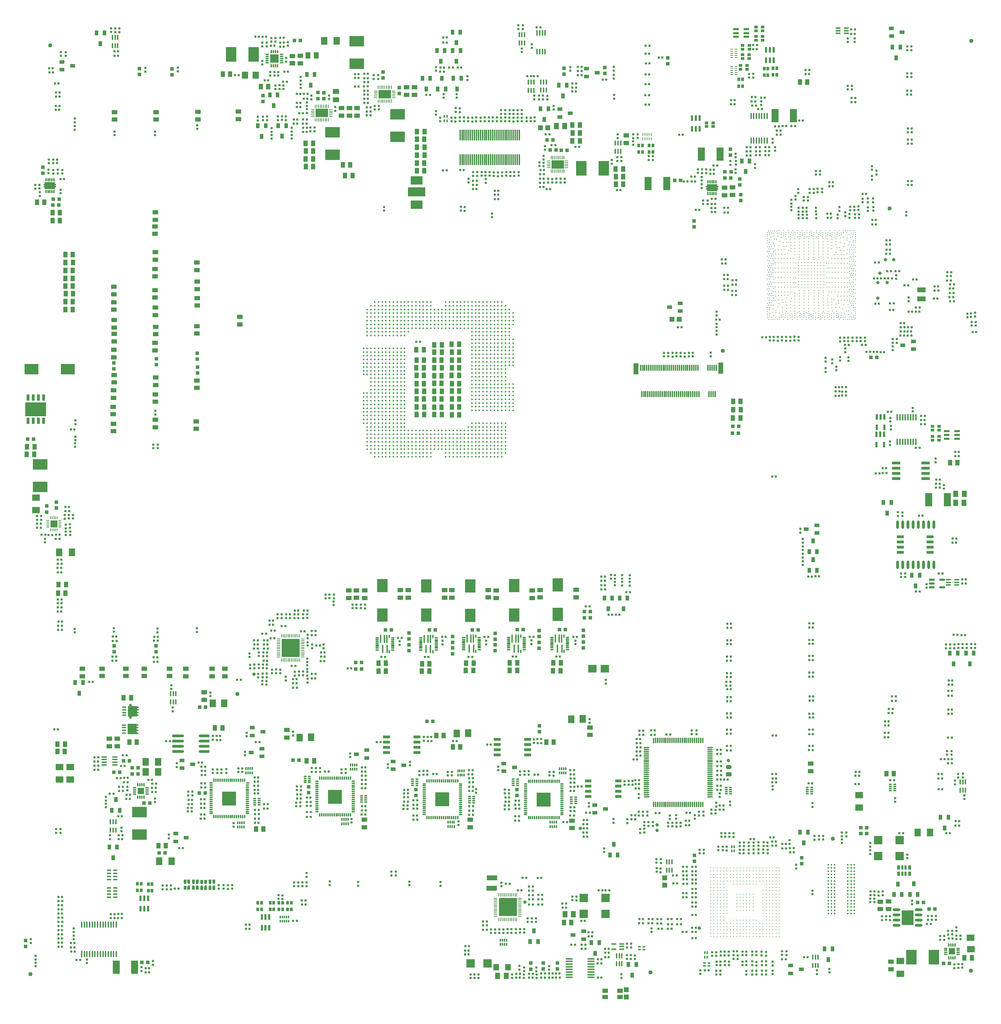
<source format=gtp>
%FSLAX25Y25*%
%MOIN*%
G70*
G01*
G75*
G04 Layer_Color=8421504*
%ADD10C,0.01000*%
%ADD11C,0.00800*%
%ADD12C,0.06000*%
%ADD13C,0.00600*%
%ADD14C,0.07000*%
%ADD15C,0.00500*%
%ADD16C,0.04000*%
%ADD17C,0.02500*%
%ADD18C,0.06500*%
%ADD19C,0.01772*%
%ADD20C,0.01772*%
%ADD21O,0.01260X0.03543*%
%ADD22R,0.03465X0.03465*%
%ADD23R,0.03937X0.05276*%
%ADD24R,0.05276X0.03937*%
%ADD25R,0.03465X0.03465*%
%ADD26R,0.02284X0.02362*%
%ADD27O,0.01181X0.03937*%
%ADD28O,0.03937X0.01181*%
%ADD29O,0.03937X0.01181*%
%ADD30R,0.02362X0.02284*%
%ADD31R,0.02756X0.03543*%
%ADD32O,0.01181X0.06299*%
%ADD33O,0.05906X0.01260*%
%ADD34O,0.01260X0.05906*%
%ADD35C,0.01024*%
%ADD36O,0.01181X0.06299*%
%ADD37R,0.02362X0.02284*%
%ADD38R,0.04600X0.03200*%
%ADD39C,0.03150*%
%ADD40R,0.02677X0.06299*%
%ADD41O,0.00984X0.02992*%
%ADD42R,0.06299X0.07284*%
%ADD43O,0.00906X0.03937*%
%ADD44O,0.01299X0.03347*%
%ADD45O,0.03622X0.01024*%
%ADD46O,0.01299X0.08661*%
%ADD47R,0.09843X0.12992*%
%ADD48O,0.05315X0.01654*%
%ADD49R,0.03937X0.01772*%
%ADD50O,0.01181X0.02992*%
%ADD51R,0.02165X0.05315*%
%ADD52O,0.01378X0.06500*%
%ADD53R,0.01299X0.02756*%
%ADD54R,0.02756X0.01299*%
%ADD55O,0.03937X0.00906*%
%ADD56R,0.05118X0.05906*%
%ADD57R,0.05394X0.06496*%
%ADD58O,0.07087X0.01575*%
%ADD59O,0.03937X0.01260*%
%ADD60O,0.01260X0.03937*%
%ADD61R,0.07284X0.06299*%
%ADD62R,0.05197X0.02362*%
%ADD63O,0.05000X0.01575*%
%ADD64R,0.07874X0.02835*%
%ADD65O,0.01575X0.05906*%
%ADD66R,0.07008X0.12992*%
%ADD67R,0.02165X0.05315*%
%ADD68R,0.03543X0.02756*%
%ADD69O,0.02992X0.00984*%
%ADD70R,0.05315X0.02165*%
%ADD71C,0.01654*%
%ADD72C,0.01181*%
%ADD73O,0.01575X0.05000*%
%ADD74R,0.05000X0.05079*%
%ADD75R,0.14173X0.10236*%
%ADD76R,0.11811X0.08268*%
%ADD77R,0.03937X0.05276*%
%ADD78O,0.00984X0.03386*%
%ADD79O,0.01181X0.03600*%
%ADD80R,0.07874X0.08268*%
%ADD81R,0.10236X0.14173*%
%ADD82R,0.01575X0.03150*%
%ADD83R,0.03200X0.04600*%
%ADD84R,0.05079X0.05000*%
%ADD85O,0.01575X0.05433*%
%ADD86R,0.02362X0.05197*%
%ADD87O,0.01654X0.06102*%
%ADD88R,0.10236X0.05118*%
%ADD89R,0.08465X0.07874*%
%ADD90R,0.06378X0.02835*%
%ADD91R,0.08465X0.08071*%
%ADD92R,0.07874X0.04724*%
%ADD93O,0.03386X0.00984*%
%ADD94R,0.05906X0.05118*%
%ADD95O,0.01260X0.03937*%
%ADD96O,0.03937X0.01260*%
%ADD97R,0.06181X0.07165*%
%ADD98R,0.01890X0.03937*%
%ADD99R,0.02953X0.03937*%
%ADD100R,0.02284X0.02362*%
%ADD101R,0.03465X0.03465*%
%ADD102O,0.07500X0.02400*%
%ADD103R,0.03150X0.01575*%
%ADD104R,0.05748X0.04409*%
%ADD105O,0.01378X0.06772*%
%ADD106O,0.03937X0.01496*%
%ADD107O,0.08000X0.02400*%
%ADD108R,0.06693X0.02835*%
%ADD109O,0.03600X0.01181*%
%ADD110R,0.14173X0.10236*%
%ADD111R,0.07874X0.07677*%
%ADD112R,0.07284X0.06299*%
%ADD113O,0.07087X0.01575*%
%ADD114O,0.03937X0.01496*%
%ADD115O,0.03347X0.01299*%
%ADD116R,0.07874X0.07677*%
%ADD117R,0.08661X0.09843*%
%ADD118R,0.03465X0.03465*%
%ADD119R,0.17500X0.17500*%
%ADD120R,0.13780X0.09843*%
%ADD121R,0.05276X0.03937*%
%ADD122O,0.01181X0.03740*%
%ADD123O,0.03800X0.01181*%
%ADD124O,0.02677X0.08071*%
%ADD125O,0.01260X0.05700*%
%ADD126O,0.01181X0.10827*%
%ADD127R,0.06496X0.06496*%
%ADD128R,0.07874X0.07874*%
%ADD129R,0.07087X0.07087*%
%ADD130R,0.12205X0.08268*%
%ADD131R,0.12205X0.01693*%
%ADD132R,0.09843X0.06772*%
%ADD133R,0.20472X0.13780*%
%ADD134C,0.01024*%
%ADD135C,0.01200*%
%ADD136R,0.06496X0.06496*%
%ADD137R,0.13780X0.13780*%
%ADD138R,0.13780X0.09843*%
%ADD139R,0.16929X0.08661*%
%ADD140R,0.03937X0.01772*%
G04:AMPARAMS|DCode=141|XSize=39.37mil|YSize=52.76mil|CornerRadius=0mil|HoleSize=0mil|Usage=FLASHONLY|Rotation=90.000|XOffset=0mil|YOffset=0mil|HoleType=Round|Shape=Octagon|*
%AMOCTAGOND141*
4,1,8,-0.02638,-0.00984,-0.02638,0.00984,-0.01654,0.01969,0.01654,0.01969,0.02638,0.00984,0.02638,-0.00984,0.01654,-0.01969,-0.01654,-0.01969,-0.02638,-0.00984,0.0*
%
%ADD141OCTAGOND141*%

%ADD142C,0.04000*%
%ADD143R,0.05512X0.03937*%
%ADD144R,0.11221X0.13976*%
%ADD145C,0.01260*%
%ADD146R,0.04724X0.11024*%
%ADD147C,0.01772*%
%ADD148O,0.02362X0.14567*%
%ADD149C,0.01800*%
%ADD150C,0.01500*%
%ADD151C,0.02000*%
%ADD152C,0.00700*%
%ADD153C,0.01200*%
%ADD154C,0.01969*%
%ADD155C,0.03000*%
%ADD156C,0.01600*%
%ADD157C,0.01300*%
%ADD158C,0.00350*%
%ADD159C,0.00400*%
%ADD160C,0.00300*%
%ADD161C,0.00900*%
%ADD162R,0.05900X0.04550*%
%ADD163R,0.18350X0.18100*%
%ADD164R,0.06850X0.04700*%
%ADD165R,0.16050X0.28800*%
%ADD166R,0.10850X0.06672*%
%ADD167R,0.10700X0.03150*%
%ADD168R,0.11100X0.08100*%
%ADD169R,0.22300X0.22300*%
%ADD170R,0.02500X0.02950*%
%ADD171R,0.03800X0.02950*%
%ADD172R,0.06900X0.06650*%
%ADD173R,0.03100X0.03600*%
%ADD174R,0.19050X0.02650*%
%ADD175R,0.02450X0.09200*%
%ADD176R,0.03550X0.06550*%
%ADD177R,0.02550X0.02600*%
%ADD178R,0.18600X0.02300*%
%ADD179R,0.01971X0.08558*%
%ADD180C,0.03937*%
%ADD181O,0.04528X0.04921*%
%ADD182C,0.04331*%
%ADD183C,0.04134*%
%ADD184C,0.05709*%
%ADD185C,0.07874*%
%ADD186C,0.05315*%
%ADD187O,0.04528X0.04921*%
%ADD188C,0.05906*%
%ADD189R,0.05709X0.05709*%
%ADD190R,0.04134X0.04134*%
%ADD191R,0.05906X0.05906*%
%ADD192C,0.05906*%
%ADD193R,0.05906X0.05906*%
%ADD194R,0.04528X0.04921*%
%ADD195C,0.06102*%
%ADD196R,0.06102X0.06102*%
%ADD197R,0.05315X0.05315*%
%ADD198C,0.05118*%
%ADD199C,0.06102*%
%ADD200O,0.05118X0.05118*%
%ADD201C,0.05512*%
%ADD202C,0.05000*%
%ADD203C,0.06200*%
%ADD204R,0.05906X0.05906*%
%ADD205R,0.04331X0.04528*%
%ADD206C,0.06500*%
%ADD207R,0.06500X0.06500*%
%ADD208R,0.05709X0.05709*%
%ADD209R,0.06200X0.06200*%
%ADD210C,0.06299*%
%ADD211R,0.06299X0.06299*%
%ADD212R,0.05709X0.05709*%
%ADD213C,0.04331*%
%ADD214R,0.05315X0.05315*%
%ADD215R,0.05000X0.05000*%
%ADD216R,0.05315X0.05315*%
%ADD217C,0.05315*%
%ADD218R,0.05315X0.05315*%
%ADD219C,0.07874*%
%ADD220C,0.04134*%
%ADD221O,0.04331X0.03937*%
%ADD222O,0.04331X0.03937*%
%ADD223R,0.05118X0.05118*%
%ADD224C,0.06299*%
%ADD225C,0.05709*%
%ADD226R,0.04134X0.04134*%
%ADD227O,0.14567X0.05000*%
%ADD228C,0.12205*%
%ADD229C,0.12205*%
%ADD230C,0.05118*%
%ADD231C,0.08268*%
%ADD232C,0.08268*%
%ADD233C,0.05512*%
%ADD234O,0.15354X0.05906*%
%ADD235O,0.11811X0.06221*%
%ADD236R,0.04134X0.04134*%
%ADD237C,0.22441*%
%ADD238C,0.02165*%
%ADD239C,0.01969*%
%ADD240C,0.02165*%
%ADD241C,0.02559*%
%ADD242C,0.02047*%
%ADD243C,0.02362*%
%ADD244C,0.02756*%
%ADD245C,0.01890*%
%ADD246C,0.01890*%
%ADD247C,0.03543*%
%ADD248C,0.02559*%
%ADD249C,0.02047*%
%ADD250C,0.03543*%
%ADD251C,0.03150*%
%ADD252C,0.02756*%
%ADD253R,0.24200X0.05950*%
%ADD254R,0.23900X0.06050*%
%ADD255R,0.05911X0.06527*%
%ADD256R,0.06150X0.03200*%
%ADD257R,0.09050X0.02750*%
%ADD258R,0.05216X0.03337*%
%ADD259R,0.06800X0.01900*%
%ADD260R,0.04950X0.07100*%
%ADD261R,0.07750X0.02200*%
%ADD262R,0.03719X0.04789*%
%ADD263R,0.06700X0.02700*%
%ADD264R,0.14425X0.06794*%
%ADD265R,0.11550X0.03200*%
%ADD266R,0.32600X0.02950*%
%ADD267R,0.33585X0.02339*%
%ADD268R,0.05859X0.04781*%
%ADD269R,0.02737X0.07120*%
%ADD270R,0.04000X0.04100*%
%ADD271C,0.02800*%
%ADD272R,0.07309X0.09456*%
%ADD273R,0.24200X0.06150*%
%ADD274R,0.11000X0.05750*%
%ADD275R,0.13400X0.11100*%
%ADD276R,0.03300X0.01150*%
%ADD277R,0.23000X0.05750*%
%ADD278R,0.24600X0.06350*%
%ADD279R,0.24350X0.06500*%
%ADD280R,0.02900X0.09800*%
%ADD281R,0.21100X0.02900*%
%ADD282R,0.03178X0.10400*%
%ADD283R,0.19100X0.03150*%
%ADD284R,0.07500X0.04250*%
%ADD285R,0.11750X0.02150*%
%ADD286R,0.19182X0.02374*%
%ADD287R,0.02300X0.10000*%
%ADD288R,0.03150X0.11085*%
%ADD289R,0.34850X0.02950*%
%ADD290R,0.33337X0.02093*%
%ADD291R,0.03150X0.04921*%
%ADD292R,0.01772X0.03937*%
%ADD293R,0.01260X0.03347*%
%ADD294R,0.01693X0.02598*%
%ADD295R,0.07087X0.12992*%
%ADD296R,0.04921X0.03150*%
%ADD297O,0.06500X0.01378*%
%ADD298O,0.06772X0.01378*%
%ADD299C,0.02598*%
%ADD300O,0.03150X0.02800*%
%ADD301R,0.04921X0.03150*%
%ADD302R,0.03937X0.05118*%
%ADD303R,0.11811X0.08268*%
%ADD304R,0.07087X0.12992*%
%ADD305O,0.01260X0.02992*%
%ADD306R,0.03543X0.03937*%
%ADD307R,0.16929X0.08661*%
%ADD308R,0.01772X0.03937*%
%ADD309C,0.02598*%
%ADD310R,0.03150X0.04921*%
%ADD311R,0.22050X0.22150*%
%ADD312R,0.08800X0.13800*%
%ADD313R,0.06850X0.09350*%
%ADD314R,0.06700X0.06650*%
%ADD315R,0.04883X0.10114*%
%ADD316R,0.04200X0.08450*%
%ADD317R,0.05300X0.06350*%
%ADD318R,0.01850X0.01750*%
%ADD319R,0.08350X0.05850*%
%ADD320R,0.08862X0.08774*%
%ADD321R,1.37250X0.04150*%
%ADD322R,0.05150X0.04000*%
%ADD323R,0.02150X0.01200*%
%ADD324R,0.03900X0.03450*%
%ADD325R,0.06050X0.17150*%
%ADD326R,0.06219X0.12738*%
%ADD327R,0.01550X0.05150*%
%ADD328R,0.05500X0.03350*%
%ADD329R,0.00850X0.01038*%
%ADD330R,0.01550X0.01750*%
%ADD331C,0.00550*%
%ADD332C,0.00450*%
D19*
X4090600Y2279700D02*
D03*
X4094200Y2276100D02*
D03*
Y2283300D02*
D03*
X4097800Y2272500D02*
D03*
Y2279700D02*
D03*
X4101400Y2268900D02*
D03*
Y2276100D02*
D03*
X4105000Y2272500D02*
D03*
Y2276100D02*
D03*
X4108600Y2272500D02*
D03*
X4112200Y2268900D02*
D03*
X4069000Y2374700D02*
D03*
X4076200D02*
D03*
X4079800D02*
D03*
X4087000D02*
D03*
X4094200D02*
D03*
X3989800Y2283300D02*
D03*
Y2304900D02*
D03*
Y2308500D02*
D03*
Y2333700D02*
D03*
Y2340900D02*
D03*
Y2344500D02*
D03*
Y2348100D02*
D03*
Y2355300D02*
D03*
X3993400Y2367500D02*
D03*
Y2374700D02*
D03*
Y2381900D02*
D03*
Y2389100D02*
D03*
Y2261700D02*
D03*
Y2268900D02*
D03*
Y2276100D02*
D03*
Y2283300D02*
D03*
Y2308500D02*
D03*
Y2312100D02*
D03*
Y2330100D02*
D03*
Y2333700D02*
D03*
Y2337300D02*
D03*
Y2340900D02*
D03*
Y2348100D02*
D03*
Y2351700D02*
D03*
Y2355300D02*
D03*
X3997000Y2374700D02*
D03*
Y2378300D02*
D03*
Y2381900D02*
D03*
Y2389100D02*
D03*
Y2261700D02*
D03*
Y2265300D02*
D03*
Y2268900D02*
D03*
Y2276100D02*
D03*
Y2279700D02*
D03*
Y2283300D02*
D03*
Y2304900D02*
D03*
Y2308500D02*
D03*
Y2312100D02*
D03*
Y2315700D02*
D03*
Y2322900D02*
D03*
Y2326500D02*
D03*
Y2330100D02*
D03*
Y2337300D02*
D03*
Y2340900D02*
D03*
Y2344500D02*
D03*
Y2348100D02*
D03*
Y2351700D02*
D03*
X4000600Y2367500D02*
D03*
Y2374700D02*
D03*
Y2378300D02*
D03*
Y2381900D02*
D03*
Y2389100D02*
D03*
Y2392700D02*
D03*
Y2258100D02*
D03*
Y2261700D02*
D03*
Y2265300D02*
D03*
Y2268900D02*
D03*
Y2276100D02*
D03*
Y2279700D02*
D03*
Y2283300D02*
D03*
Y2308500D02*
D03*
Y2315700D02*
D03*
Y2319300D02*
D03*
Y2322900D02*
D03*
Y2330100D02*
D03*
Y2333700D02*
D03*
Y2337300D02*
D03*
Y2344500D02*
D03*
Y2351700D02*
D03*
Y2355300D02*
D03*
X4004200Y2374700D02*
D03*
Y2381900D02*
D03*
Y2392700D02*
D03*
Y2396300D02*
D03*
Y2268900D02*
D03*
Y2276100D02*
D03*
Y2315700D02*
D03*
Y2322900D02*
D03*
Y2326500D02*
D03*
Y2337300D02*
D03*
X4007800Y2389100D02*
D03*
Y2392700D02*
D03*
Y2396300D02*
D03*
Y2399900D02*
D03*
Y2250900D02*
D03*
Y2254500D02*
D03*
Y2258100D02*
D03*
Y2261700D02*
D03*
X4011400Y2254500D02*
D03*
Y2258100D02*
D03*
X4015000Y2389100D02*
D03*
Y2392700D02*
D03*
Y2396300D02*
D03*
Y2399900D02*
D03*
Y2250900D02*
D03*
Y2254500D02*
D03*
Y2258100D02*
D03*
Y2261700D02*
D03*
X4018600Y2392700D02*
D03*
Y2396300D02*
D03*
X4022200Y2389100D02*
D03*
Y2392700D02*
D03*
Y2396300D02*
D03*
Y2399900D02*
D03*
Y2250900D02*
D03*
Y2254500D02*
D03*
Y2258100D02*
D03*
Y2261700D02*
D03*
X4025800Y2258100D02*
D03*
X4029400Y2389100D02*
D03*
Y2392700D02*
D03*
Y2399900D02*
D03*
Y2250900D02*
D03*
Y2254500D02*
D03*
Y2258100D02*
D03*
Y2261700D02*
D03*
X4025800Y2297700D02*
D03*
X4029400Y2286900D02*
D03*
Y2290500D02*
D03*
Y2294100D02*
D03*
Y2297700D02*
D03*
Y2301300D02*
D03*
Y2304900D02*
D03*
X4025800Y2308500D02*
D03*
X4029400Y2312100D02*
D03*
X4033000Y2392700D02*
D03*
Y2396300D02*
D03*
X4036600Y2389100D02*
D03*
Y2392700D02*
D03*
Y2396300D02*
D03*
Y2399900D02*
D03*
Y2250900D02*
D03*
Y2254500D02*
D03*
Y2258100D02*
D03*
Y2261700D02*
D03*
X4040200Y2254500D02*
D03*
Y2258100D02*
D03*
X4043800Y2392700D02*
D03*
Y2396300D02*
D03*
Y2250900D02*
D03*
Y2254500D02*
D03*
Y2258100D02*
D03*
Y2261700D02*
D03*
X4047400Y2396300D02*
D03*
Y2399900D02*
D03*
X4051000Y2392700D02*
D03*
Y2396300D02*
D03*
X4054600Y2385500D02*
D03*
Y2389100D02*
D03*
Y2396300D02*
D03*
Y2399900D02*
D03*
Y2258100D02*
D03*
Y2261700D02*
D03*
X4058200Y2389100D02*
D03*
Y2392700D02*
D03*
X4061800Y2385500D02*
D03*
Y2389100D02*
D03*
X4065400D02*
D03*
Y2392700D02*
D03*
X4072600Y2381900D02*
D03*
Y2385500D02*
D03*
Y2389100D02*
D03*
X4065400Y2374700D02*
D03*
Y2378300D02*
D03*
Y2381900D02*
D03*
X4069000Y2378300D02*
D03*
X4072600D02*
D03*
X4076200D02*
D03*
X4079800D02*
D03*
X4083400D02*
D03*
X4087000D02*
D03*
X4090600D02*
D03*
X4054600Y2374700D02*
D03*
Y2378300D02*
D03*
X4058200Y2374700D02*
D03*
Y2378300D02*
D03*
Y2381900D02*
D03*
X4061800Y2378300D02*
D03*
Y2381900D02*
D03*
X4094200Y2363900D02*
D03*
Y2371100D02*
D03*
X4097800Y2360300D02*
D03*
Y2378300D02*
D03*
X4101400Y2360300D02*
D03*
X4115800Y2374700D02*
D03*
X4123000D02*
D03*
X4130200Y2392700D02*
D03*
X3993400D02*
D03*
X4079800Y2396300D02*
D03*
Y2392700D02*
D03*
X4083400Y2399900D02*
D03*
Y2396300D02*
D03*
X4087000D02*
D03*
Y2392700D02*
D03*
X4090600Y2399900D02*
D03*
Y2396300D02*
D03*
X4094200D02*
D03*
Y2392700D02*
D03*
X4097800Y2399900D02*
D03*
Y2396300D02*
D03*
X4101400D02*
D03*
Y2392700D02*
D03*
X4105000Y2399900D02*
D03*
D03*
Y2396300D02*
D03*
X4108600D02*
D03*
Y2392700D02*
D03*
X4112200Y2399900D02*
D03*
Y2396300D02*
D03*
X4115800D02*
D03*
Y2392700D02*
D03*
X4119400Y2399900D02*
D03*
Y2396300D02*
D03*
X4123000D02*
D03*
Y2392700D02*
D03*
X4126600D02*
D03*
Y2389100D02*
D03*
X4130200D02*
D03*
Y2385500D02*
D03*
X4133800D02*
D03*
Y2381900D02*
D03*
X4112200Y2378300D02*
D03*
X4123000Y2399900D02*
D03*
X4119400Y2374700D02*
D03*
X4105000Y2371100D02*
D03*
X4101400D02*
D03*
X4069000Y2385500D02*
D03*
Y2389100D02*
D03*
Y2396300D02*
D03*
Y2399900D02*
D03*
X4076200Y2396300D02*
D03*
X4072600D02*
D03*
Y2392700D02*
D03*
X4123000Y2356700D02*
D03*
Y2342300D02*
D03*
Y2345900D02*
D03*
X4108600D02*
D03*
X4115800D02*
D03*
Y2349500D02*
D03*
X4108600D02*
D03*
X4025800Y2344500D02*
D03*
Y2355300D02*
D03*
X4094200Y2295500D02*
D03*
Y2302700D02*
D03*
Y2309900D02*
D03*
Y2317100D02*
D03*
Y2324300D02*
D03*
Y2331500D02*
D03*
Y2338700D02*
D03*
Y2345900D02*
D03*
Y2353100D02*
D03*
Y2356700D02*
D03*
X4097800Y2295500D02*
D03*
Y2299100D02*
D03*
Y2302700D02*
D03*
Y2306300D02*
D03*
Y2309900D02*
D03*
Y2313500D02*
D03*
Y2317100D02*
D03*
Y2320700D02*
D03*
Y2324300D02*
D03*
Y2327900D02*
D03*
Y2331500D02*
D03*
Y2335100D02*
D03*
Y2338700D02*
D03*
Y2342300D02*
D03*
Y2345900D02*
D03*
Y2349500D02*
D03*
Y2353100D02*
D03*
Y2283300D02*
D03*
X4101400Y2299100D02*
D03*
Y2306300D02*
D03*
Y2313500D02*
D03*
Y2320700D02*
D03*
Y2327900D02*
D03*
Y2331500D02*
D03*
Y2338700D02*
D03*
Y2345900D02*
D03*
Y2283300D02*
D03*
X4105000Y2295500D02*
D03*
Y2299100D02*
D03*
Y2302700D02*
D03*
Y2306300D02*
D03*
Y2309900D02*
D03*
Y2313500D02*
D03*
Y2317100D02*
D03*
Y2320700D02*
D03*
Y2324300D02*
D03*
Y2327900D02*
D03*
Y2279700D02*
D03*
Y2283300D02*
D03*
X4108600Y2299100D02*
D03*
Y2306300D02*
D03*
Y2313500D02*
D03*
Y2320700D02*
D03*
Y2324300D02*
D03*
Y2279700D02*
D03*
X4112200Y2295500D02*
D03*
Y2299100D02*
D03*
Y2302700D02*
D03*
Y2306300D02*
D03*
Y2309900D02*
D03*
Y2313500D02*
D03*
Y2317100D02*
D03*
Y2320700D02*
D03*
Y2272500D02*
D03*
Y2276100D02*
D03*
Y2279700D02*
D03*
Y2283300D02*
D03*
X4115800Y2299100D02*
D03*
Y2306300D02*
D03*
Y2313500D02*
D03*
Y2317100D02*
D03*
Y2320700D02*
D03*
Y2265300D02*
D03*
Y2272500D02*
D03*
Y2279700D02*
D03*
X4119400Y2295500D02*
D03*
Y2299100D02*
D03*
Y2302700D02*
D03*
Y2306300D02*
D03*
Y2309900D02*
D03*
Y2313500D02*
D03*
Y2317100D02*
D03*
Y2265300D02*
D03*
Y2268900D02*
D03*
Y2272500D02*
D03*
Y2276100D02*
D03*
Y2279700D02*
D03*
Y2283300D02*
D03*
X4123000Y2299100D02*
D03*
Y2313500D02*
D03*
Y2265300D02*
D03*
Y2272500D02*
D03*
Y2279700D02*
D03*
X4126600Y2295500D02*
D03*
Y2299100D02*
D03*
Y2302700D02*
D03*
Y2306300D02*
D03*
Y2309900D02*
D03*
Y2313500D02*
D03*
Y2261700D02*
D03*
Y2265300D02*
D03*
Y2268900D02*
D03*
Y2272500D02*
D03*
Y2276100D02*
D03*
Y2279700D02*
D03*
Y2283300D02*
D03*
X4130200Y2299100D02*
D03*
Y2306300D02*
D03*
Y2313500D02*
D03*
X4029400Y2315700D02*
D03*
Y2319300D02*
D03*
Y2322900D02*
D03*
Y2326500D02*
D03*
Y2330100D02*
D03*
Y2333700D02*
D03*
Y2337300D02*
D03*
Y2340900D02*
D03*
Y2344500D02*
D03*
Y2348100D02*
D03*
Y2351700D02*
D03*
Y2355300D02*
D03*
X4133800Y2295500D02*
D03*
Y2299100D02*
D03*
Y2302700D02*
D03*
Y2306300D02*
D03*
Y2309900D02*
D03*
Y2313500D02*
D03*
X4119400Y2378300D02*
D03*
X4123000Y2363900D02*
D03*
X4061800Y2258100D02*
D03*
Y2265300D02*
D03*
Y2272500D02*
D03*
Y2276100D02*
D03*
X4065400Y2258100D02*
D03*
Y2261700D02*
D03*
Y2265300D02*
D03*
Y2268900D02*
D03*
Y2272500D02*
D03*
X4069000Y2250900D02*
D03*
Y2258100D02*
D03*
Y2265300D02*
D03*
Y2272500D02*
D03*
Y2276100D02*
D03*
X4072600Y2250900D02*
D03*
Y2254500D02*
D03*
Y2258100D02*
D03*
Y2261700D02*
D03*
Y2265300D02*
D03*
Y2268900D02*
D03*
Y2272500D02*
D03*
X4076200Y2250900D02*
D03*
Y2258100D02*
D03*
Y2265300D02*
D03*
Y2272500D02*
D03*
Y2276100D02*
D03*
X4079800Y2250900D02*
D03*
Y2254500D02*
D03*
Y2258100D02*
D03*
Y2261700D02*
D03*
Y2265300D02*
D03*
Y2268900D02*
D03*
Y2272500D02*
D03*
X4083400Y2250900D02*
D03*
Y2258100D02*
D03*
Y2265300D02*
D03*
Y2276100D02*
D03*
X4087000Y2250900D02*
D03*
Y2254500D02*
D03*
Y2258100D02*
D03*
Y2261700D02*
D03*
Y2265300D02*
D03*
Y2268900D02*
D03*
Y2272500D02*
D03*
X4090600Y2250900D02*
D03*
Y2258100D02*
D03*
Y2265300D02*
D03*
Y2272500D02*
D03*
Y2276100D02*
D03*
X4094200Y2250900D02*
D03*
Y2254500D02*
D03*
Y2258100D02*
D03*
Y2261700D02*
D03*
Y2265300D02*
D03*
Y2268900D02*
D03*
Y2272500D02*
D03*
X4097800Y2250900D02*
D03*
Y2258100D02*
D03*
Y2265300D02*
D03*
X4101400Y2250900D02*
D03*
Y2254500D02*
D03*
Y2258100D02*
D03*
Y2261700D02*
D03*
Y2265300D02*
D03*
X4105000Y2250900D02*
D03*
Y2258100D02*
D03*
Y2265300D02*
D03*
X4108600Y2250900D02*
D03*
Y2254500D02*
D03*
Y2258100D02*
D03*
Y2261700D02*
D03*
Y2265300D02*
D03*
X4054600Y2272500D02*
D03*
Y2276100D02*
D03*
X4058200Y2258100D02*
D03*
Y2261700D02*
D03*
Y2265300D02*
D03*
Y2268900D02*
D03*
Y2272500D02*
D03*
X4051000Y2265300D02*
D03*
X4054600Y2250900D02*
D03*
X4051000Y2254500D02*
D03*
X4004200Y2312100D02*
D03*
X3989800D02*
D03*
Y2330100D02*
D03*
Y2337300D02*
D03*
Y2351700D02*
D03*
X3993400Y2304900D02*
D03*
Y2344500D02*
D03*
X3997000Y2367500D02*
D03*
Y2319300D02*
D03*
Y2333700D02*
D03*
Y2355300D02*
D03*
X4000600Y2312100D02*
D03*
Y2326500D02*
D03*
Y2340900D02*
D03*
Y2348100D02*
D03*
X4004200Y2319300D02*
D03*
Y2330100D02*
D03*
X4033000Y2371100D02*
D03*
X4115800Y2356700D02*
D03*
X4112200Y2360300D02*
D03*
X4115800D02*
D03*
X4108600Y2356700D02*
D03*
Y2335100D02*
D03*
X4115800Y2327900D02*
D03*
Y2331500D02*
D03*
X4112200D02*
D03*
Y2338700D02*
D03*
X4115800D02*
D03*
X4108600Y2342300D02*
D03*
X4115800D02*
D03*
X4119400Y2345900D02*
D03*
X4112200D02*
D03*
X4119400Y2353100D02*
D03*
X4115800D02*
D03*
Y2363900D02*
D03*
X4108600Y2331500D02*
D03*
X4112200Y2327900D02*
D03*
X4108600Y2338700D02*
D03*
X4115800Y2335100D02*
D03*
X4065400Y2385500D02*
D03*
X4061800Y2261700D02*
D03*
Y2268900D02*
D03*
X4069000Y2381900D02*
D03*
X4065400Y2276100D02*
D03*
X4069000Y2392700D02*
D03*
X4072600Y2374700D02*
D03*
X4069000Y2254500D02*
D03*
Y2261700D02*
D03*
Y2268900D02*
D03*
X4072600Y2399900D02*
D03*
X4076200Y2381900D02*
D03*
X4072600Y2276100D02*
D03*
X4076200Y2392700D02*
D03*
X4079800Y2389100D02*
D03*
X4076200Y2254500D02*
D03*
Y2261700D02*
D03*
Y2268900D02*
D03*
X4079800Y2399900D02*
D03*
X4083400Y2374700D02*
D03*
Y2381900D02*
D03*
X4079800Y2276100D02*
D03*
X4083400Y2392700D02*
D03*
X4087000Y2389100D02*
D03*
X4083400Y2254500D02*
D03*
Y2261700D02*
D03*
Y2268900D02*
D03*
X4087000Y2399900D02*
D03*
X4090600Y2374700D02*
D03*
Y2381900D02*
D03*
X4087000Y2276100D02*
D03*
X4090600Y2392700D02*
D03*
X4094200Y2378300D02*
D03*
Y2389100D02*
D03*
X4090600Y2254500D02*
D03*
Y2261700D02*
D03*
Y2268900D02*
D03*
X4094200Y2299100D02*
D03*
Y2306300D02*
D03*
Y2313500D02*
D03*
Y2320700D02*
D03*
Y2327900D02*
D03*
Y2335100D02*
D03*
Y2342300D02*
D03*
Y2349500D02*
D03*
Y2360300D02*
D03*
Y2367500D02*
D03*
Y2399900D02*
D03*
X4097800Y2371100D02*
D03*
Y2381900D02*
D03*
X4094200Y2279700D02*
D03*
X4097800Y2392700D02*
D03*
Y2356700D02*
D03*
Y2363900D02*
D03*
X4101400Y2378300D02*
D03*
Y2389100D02*
D03*
X4097800Y2254500D02*
D03*
Y2261700D02*
D03*
Y2268900D02*
D03*
Y2276100D02*
D03*
X4101400Y2295500D02*
D03*
Y2302700D02*
D03*
Y2309900D02*
D03*
Y2317100D02*
D03*
Y2324300D02*
D03*
Y2335100D02*
D03*
Y2342300D02*
D03*
Y2349500D02*
D03*
Y2353100D02*
D03*
Y2399900D02*
D03*
X4105000Y2381900D02*
D03*
X4101400Y2272500D02*
D03*
Y2279700D02*
D03*
X4105000Y2392700D02*
D03*
Y2331500D02*
D03*
Y2338700D02*
D03*
Y2345900D02*
D03*
Y2360300D02*
D03*
Y2367500D02*
D03*
X4108600Y2371100D02*
D03*
Y2374700D02*
D03*
Y2378300D02*
D03*
Y2389100D02*
D03*
X4105000Y2254500D02*
D03*
Y2261700D02*
D03*
Y2268900D02*
D03*
X4108600Y2295500D02*
D03*
Y2302700D02*
D03*
Y2309900D02*
D03*
Y2317100D02*
D03*
Y2327900D02*
D03*
Y2399900D02*
D03*
X4112200Y2381900D02*
D03*
X4108600Y2276100D02*
D03*
Y2283300D02*
D03*
X4112200Y2392700D02*
D03*
Y2324300D02*
D03*
Y2335100D02*
D03*
Y2342300D02*
D03*
Y2349500D02*
D03*
Y2356700D02*
D03*
Y2363900D02*
D03*
X4115800Y2378300D02*
D03*
X4112200Y2250900D02*
D03*
X4115800Y2389100D02*
D03*
X4112200Y2265300D02*
D03*
X4115800Y2295500D02*
D03*
Y2302700D02*
D03*
Y2309900D02*
D03*
Y2324300D02*
D03*
Y2367500D02*
D03*
Y2399900D02*
D03*
X4119400Y2371100D02*
D03*
Y2381900D02*
D03*
X4115800Y2261700D02*
D03*
Y2268900D02*
D03*
Y2276100D02*
D03*
Y2283300D02*
D03*
X4119400Y2392700D02*
D03*
Y2320700D02*
D03*
Y2327900D02*
D03*
Y2335100D02*
D03*
Y2342300D02*
D03*
Y2349500D02*
D03*
Y2356700D02*
D03*
Y2363900D02*
D03*
X4123000Y2378300D02*
D03*
X4119400Y2250900D02*
D03*
X4123000Y2389100D02*
D03*
X4119400Y2254500D02*
D03*
Y2261700D02*
D03*
X4123000Y2295500D02*
D03*
Y2302700D02*
D03*
Y2309900D02*
D03*
Y2317100D02*
D03*
X4126600Y2374700D02*
D03*
Y2385500D02*
D03*
X4123000Y2261700D02*
D03*
Y2268900D02*
D03*
Y2276100D02*
D03*
Y2283300D02*
D03*
X4126600Y2317100D02*
D03*
Y2324300D02*
D03*
Y2331500D02*
D03*
Y2396300D02*
D03*
Y2338700D02*
D03*
Y2345900D02*
D03*
Y2353100D02*
D03*
Y2360300D02*
D03*
Y2367500D02*
D03*
X4130200Y2381900D02*
D03*
X4126600Y2258100D02*
D03*
X4130200Y2295500D02*
D03*
Y2302700D02*
D03*
Y2309900D02*
D03*
Y2317100D02*
D03*
X3993400Y2371100D02*
D03*
Y2378300D02*
D03*
Y2385500D02*
D03*
X3989800Y2286900D02*
D03*
Y2297700D02*
D03*
X3997000Y2371100D02*
D03*
Y2385500D02*
D03*
X3993400Y2265300D02*
D03*
Y2272500D02*
D03*
Y2279700D02*
D03*
Y2286900D02*
D03*
X3997000Y2392700D02*
D03*
X4000600Y2371100D02*
D03*
Y2385500D02*
D03*
X3997000Y2258100D02*
D03*
Y2272500D02*
D03*
Y2286900D02*
D03*
Y2294100D02*
D03*
Y2301300D02*
D03*
X4000600Y2396300D02*
D03*
X4004200Y2378300D02*
D03*
Y2385500D02*
D03*
Y2389100D02*
D03*
X4000600Y2272500D02*
D03*
Y2286900D02*
D03*
Y2304900D02*
D03*
X4004200Y2399900D02*
D03*
X4007800Y2371100D02*
D03*
Y2374700D02*
D03*
Y2378300D02*
D03*
Y2381900D02*
D03*
Y2385500D02*
D03*
X4004200Y2250900D02*
D03*
Y2254500D02*
D03*
Y2258100D02*
D03*
Y2261700D02*
D03*
Y2265300D02*
D03*
Y2272500D02*
D03*
Y2279700D02*
D03*
Y2283300D02*
D03*
Y2286900D02*
D03*
Y2290500D02*
D03*
Y2294100D02*
D03*
Y2297700D02*
D03*
Y2301300D02*
D03*
Y2304900D02*
D03*
Y2308500D02*
D03*
Y2333700D02*
D03*
Y2340900D02*
D03*
Y2344500D02*
D03*
Y2348100D02*
D03*
Y2351700D02*
D03*
Y2355300D02*
D03*
X4007800Y2367500D02*
D03*
X4011400Y2385500D02*
D03*
Y2389100D02*
D03*
X4007800Y2265300D02*
D03*
Y2268900D02*
D03*
Y2272500D02*
D03*
Y2276100D02*
D03*
Y2279700D02*
D03*
Y2283300D02*
D03*
Y2286900D02*
D03*
X4011400Y2392700D02*
D03*
X4007800Y2297700D02*
D03*
Y2308500D02*
D03*
Y2312100D02*
D03*
Y2315700D02*
D03*
Y2319300D02*
D03*
Y2322900D02*
D03*
X4011400Y2396300D02*
D03*
X4007800Y2326500D02*
D03*
Y2330100D02*
D03*
Y2333700D02*
D03*
Y2337300D02*
D03*
Y2344500D02*
D03*
Y2355300D02*
D03*
X4011400Y2399900D02*
D03*
X4015000Y2385500D02*
D03*
X4011400Y2250900D02*
D03*
Y2261700D02*
D03*
Y2265300D02*
D03*
Y2286900D02*
D03*
Y2297700D02*
D03*
Y2308500D02*
D03*
Y2344500D02*
D03*
Y2355300D02*
D03*
X4018600Y2371100D02*
D03*
Y2374700D02*
D03*
Y2378300D02*
D03*
Y2381900D02*
D03*
Y2385500D02*
D03*
Y2389100D02*
D03*
X4015000Y2265300D02*
D03*
Y2286900D02*
D03*
Y2297700D02*
D03*
Y2308500D02*
D03*
Y2312100D02*
D03*
Y2315700D02*
D03*
Y2326500D02*
D03*
Y2337300D02*
D03*
Y2344500D02*
D03*
Y2355300D02*
D03*
X4018600Y2367500D02*
D03*
Y2399900D02*
D03*
X4022200Y2385500D02*
D03*
X4018600Y2250900D02*
D03*
Y2254500D02*
D03*
Y2258100D02*
D03*
Y2261700D02*
D03*
Y2265300D02*
D03*
Y2268900D02*
D03*
Y2272500D02*
D03*
Y2276100D02*
D03*
Y2279700D02*
D03*
Y2283300D02*
D03*
Y2286900D02*
D03*
Y2297700D02*
D03*
Y2308500D02*
D03*
Y2326500D02*
D03*
Y2333700D02*
D03*
Y2344500D02*
D03*
Y2355300D02*
D03*
X4025800Y2385500D02*
D03*
Y2389100D02*
D03*
X4022200Y2265300D02*
D03*
Y2286900D02*
D03*
X4025800Y2392700D02*
D03*
X4022200Y2297700D02*
D03*
Y2308500D02*
D03*
Y2319300D02*
D03*
X4025800Y2396300D02*
D03*
X4022200Y2344500D02*
D03*
Y2355300D02*
D03*
X4025800Y2399900D02*
D03*
X4029400Y2371100D02*
D03*
Y2374700D02*
D03*
Y2378300D02*
D03*
Y2381900D02*
D03*
Y2385500D02*
D03*
X4025800Y2250900D02*
D03*
Y2261700D02*
D03*
Y2265300D02*
D03*
Y2286900D02*
D03*
Y2290500D02*
D03*
Y2294100D02*
D03*
Y2301300D02*
D03*
Y2304900D02*
D03*
Y2312100D02*
D03*
Y2315700D02*
D03*
Y2322900D02*
D03*
X4029400Y2396300D02*
D03*
X4025800Y2326500D02*
D03*
Y2330100D02*
D03*
Y2333700D02*
D03*
Y2337300D02*
D03*
Y2340900D02*
D03*
Y2348100D02*
D03*
Y2351700D02*
D03*
X4029400Y2367500D02*
D03*
X4033000Y2374700D02*
D03*
Y2385500D02*
D03*
Y2389100D02*
D03*
X4029400Y2265300D02*
D03*
Y2268900D02*
D03*
Y2272500D02*
D03*
Y2276100D02*
D03*
Y2279700D02*
D03*
Y2283300D02*
D03*
X4033000Y2399900D02*
D03*
X4036600Y2374700D02*
D03*
Y2385500D02*
D03*
X4033000Y2250900D02*
D03*
Y2254500D02*
D03*
Y2258100D02*
D03*
Y2261700D02*
D03*
Y2265300D02*
D03*
Y2276100D02*
D03*
X4040200Y2374700D02*
D03*
Y2385500D02*
D03*
Y2389100D02*
D03*
X4036600Y2265300D02*
D03*
Y2276100D02*
D03*
X4040200Y2392700D02*
D03*
Y2396300D02*
D03*
Y2399900D02*
D03*
X4043800Y2374700D02*
D03*
Y2385500D02*
D03*
X4040200Y2250900D02*
D03*
Y2261700D02*
D03*
Y2265300D02*
D03*
Y2276100D02*
D03*
X4043800Y2399900D02*
D03*
X4047400Y2374700D02*
D03*
Y2385500D02*
D03*
X4043800Y2265300D02*
D03*
Y2276100D02*
D03*
X4047400Y2392700D02*
D03*
X4051000Y2374700D02*
D03*
Y2378300D02*
D03*
Y2381900D02*
D03*
X4047400Y2250900D02*
D03*
X4051000Y2389100D02*
D03*
X4047400Y2254500D02*
D03*
Y2258100D02*
D03*
Y2261700D02*
D03*
Y2265300D02*
D03*
Y2276100D02*
D03*
X4051000Y2399900D02*
D03*
X4054600Y2381900D02*
D03*
X4051000Y2268900D02*
D03*
Y2272500D02*
D03*
Y2276100D02*
D03*
X4054600Y2392700D02*
D03*
X4058200Y2385500D02*
D03*
X4054600Y2254500D02*
D03*
X4061800Y2374700D02*
D03*
X4058200Y2276100D02*
D03*
X4061800Y2392700D02*
D03*
X4133800Y2378300D02*
D03*
Y2317100D02*
D03*
Y2342300D02*
D03*
Y2349500D02*
D03*
Y2356700D02*
D03*
Y2363900D02*
D03*
Y2389100D02*
D03*
X4130200Y2367500D02*
D03*
Y2371100D02*
D03*
Y2378300D02*
D03*
Y2374700D02*
D03*
X4126600Y2254500D02*
D03*
Y2381900D02*
D03*
Y2378300D02*
D03*
Y2371100D02*
D03*
Y2363900D02*
D03*
Y2356700D02*
D03*
Y2349500D02*
D03*
Y2320700D02*
D03*
X4123000Y2258100D02*
D03*
Y2254500D02*
D03*
Y2250900D02*
D03*
Y2385500D02*
D03*
Y2381900D02*
D03*
Y2371100D02*
D03*
Y2367500D02*
D03*
Y2360300D02*
D03*
Y2353100D02*
D03*
Y2349500D02*
D03*
Y2338700D02*
D03*
Y2327900D02*
D03*
Y2324300D02*
D03*
Y2320700D02*
D03*
X4119400Y2258100D02*
D03*
Y2389100D02*
D03*
Y2385500D02*
D03*
Y2367500D02*
D03*
Y2360300D02*
D03*
Y2338700D02*
D03*
Y2331500D02*
D03*
Y2324300D02*
D03*
X4115800Y2258100D02*
D03*
Y2254500D02*
D03*
Y2250900D02*
D03*
Y2385500D02*
D03*
Y2381900D02*
D03*
Y2371100D02*
D03*
X4112200Y2261700D02*
D03*
Y2258100D02*
D03*
Y2254500D02*
D03*
Y2389100D02*
D03*
Y2385500D02*
D03*
Y2374700D02*
D03*
Y2371100D02*
D03*
Y2367500D02*
D03*
Y2353100D02*
D03*
X4108600Y2385500D02*
D03*
Y2381900D02*
D03*
Y2367500D02*
D03*
Y2363900D02*
D03*
Y2360300D02*
D03*
Y2353100D02*
D03*
X4105000Y2389100D02*
D03*
Y2385500D02*
D03*
Y2378300D02*
D03*
Y2374700D02*
D03*
Y2363900D02*
D03*
Y2356700D02*
D03*
Y2353100D02*
D03*
Y2349500D02*
D03*
Y2342300D02*
D03*
Y2335100D02*
D03*
X4101400Y2385500D02*
D03*
Y2381900D02*
D03*
Y2374700D02*
D03*
Y2367500D02*
D03*
Y2363900D02*
D03*
Y2356700D02*
D03*
X4097800Y2389100D02*
D03*
Y2385500D02*
D03*
Y2374700D02*
D03*
Y2367500D02*
D03*
X4094200Y2385500D02*
D03*
Y2381900D02*
D03*
X4090600Y2389100D02*
D03*
Y2385500D02*
D03*
X4087000D02*
D03*
Y2381900D02*
D03*
X4083400Y2389100D02*
D03*
Y2385500D02*
D03*
X4079800D02*
D03*
Y2381900D02*
D03*
X4076200Y2399900D02*
D03*
Y2389100D02*
D03*
Y2385500D02*
D03*
X4054600Y2268900D02*
D03*
Y2265300D02*
D03*
X4051000Y2261700D02*
D03*
Y2258100D02*
D03*
Y2250900D02*
D03*
Y2385500D02*
D03*
X4047400Y2272500D02*
D03*
Y2268900D02*
D03*
Y2389100D02*
D03*
Y2381900D02*
D03*
Y2378300D02*
D03*
X4043800Y2272500D02*
D03*
Y2268900D02*
D03*
Y2389100D02*
D03*
Y2381900D02*
D03*
Y2378300D02*
D03*
X4040200Y2272500D02*
D03*
Y2268900D02*
D03*
Y2381900D02*
D03*
Y2378300D02*
D03*
X4036600Y2272500D02*
D03*
Y2268900D02*
D03*
Y2381900D02*
D03*
Y2378300D02*
D03*
X4033000Y2272500D02*
D03*
Y2268900D02*
D03*
Y2381900D02*
D03*
Y2378300D02*
D03*
X4029400Y2308500D02*
D03*
X4025800Y2319300D02*
D03*
Y2283300D02*
D03*
Y2279700D02*
D03*
Y2276100D02*
D03*
Y2272500D02*
D03*
Y2268900D02*
D03*
Y2254500D02*
D03*
Y2381900D02*
D03*
Y2378300D02*
D03*
Y2374700D02*
D03*
Y2371100D02*
D03*
Y2367500D02*
D03*
X4022200Y2351700D02*
D03*
Y2348100D02*
D03*
Y2340900D02*
D03*
Y2337300D02*
D03*
Y2333700D02*
D03*
Y2330100D02*
D03*
Y2326500D02*
D03*
Y2322900D02*
D03*
Y2315700D02*
D03*
Y2312100D02*
D03*
Y2304900D02*
D03*
Y2301300D02*
D03*
Y2294100D02*
D03*
Y2290500D02*
D03*
Y2283300D02*
D03*
Y2279700D02*
D03*
Y2276100D02*
D03*
Y2272500D02*
D03*
Y2268900D02*
D03*
Y2381900D02*
D03*
Y2378300D02*
D03*
Y2374700D02*
D03*
Y2371100D02*
D03*
Y2367500D02*
D03*
X4018600Y2351700D02*
D03*
Y2348100D02*
D03*
Y2340900D02*
D03*
Y2337300D02*
D03*
Y2330100D02*
D03*
Y2322900D02*
D03*
Y2319300D02*
D03*
Y2315700D02*
D03*
Y2312100D02*
D03*
Y2304900D02*
D03*
Y2301300D02*
D03*
Y2294100D02*
D03*
Y2290500D02*
D03*
X4015000Y2351700D02*
D03*
Y2348100D02*
D03*
Y2340900D02*
D03*
Y2333700D02*
D03*
Y2330100D02*
D03*
Y2322900D02*
D03*
Y2319300D02*
D03*
Y2304900D02*
D03*
Y2301300D02*
D03*
Y2294100D02*
D03*
Y2290500D02*
D03*
Y2283300D02*
D03*
Y2279700D02*
D03*
Y2276100D02*
D03*
Y2272500D02*
D03*
Y2268900D02*
D03*
Y2381900D02*
D03*
Y2378300D02*
D03*
Y2374700D02*
D03*
Y2371100D02*
D03*
Y2367500D02*
D03*
X4011400Y2351700D02*
D03*
Y2348100D02*
D03*
Y2340900D02*
D03*
Y2337300D02*
D03*
Y2333700D02*
D03*
Y2330100D02*
D03*
Y2326500D02*
D03*
Y2322900D02*
D03*
Y2319300D02*
D03*
Y2315700D02*
D03*
Y2312100D02*
D03*
Y2304900D02*
D03*
Y2301300D02*
D03*
Y2294100D02*
D03*
Y2290500D02*
D03*
Y2283300D02*
D03*
Y2279700D02*
D03*
Y2276100D02*
D03*
Y2272500D02*
D03*
Y2268900D02*
D03*
Y2381900D02*
D03*
Y2378300D02*
D03*
Y2374700D02*
D03*
Y2371100D02*
D03*
Y2367500D02*
D03*
X4007800Y2351700D02*
D03*
Y2348100D02*
D03*
Y2340900D02*
D03*
Y2304900D02*
D03*
Y2301300D02*
D03*
Y2294100D02*
D03*
Y2290500D02*
D03*
X4004200Y2371100D02*
D03*
Y2367500D02*
D03*
X4000600Y2301300D02*
D03*
Y2297700D02*
D03*
Y2294100D02*
D03*
Y2290500D02*
D03*
Y2254500D02*
D03*
Y2250900D02*
D03*
Y2399900D02*
D03*
X3997000Y2297700D02*
D03*
Y2290500D02*
D03*
Y2254500D02*
D03*
Y2396300D02*
D03*
X3993400Y2301300D02*
D03*
Y2297700D02*
D03*
Y2294100D02*
D03*
Y2290500D02*
D03*
Y2258100D02*
D03*
X3989800Y2301300D02*
D03*
Y2294100D02*
D03*
Y2290500D02*
D03*
D20*
X4108600Y2268900D02*
D03*
X4123000Y2306300D02*
D03*
X4083400Y2272500D02*
D03*
D21*
X3687737Y2506100D02*
D03*
X4327431Y2504200D02*
D03*
X4329400D02*
D03*
X3691674Y2506100D02*
D03*
X3683800D02*
D03*
X3685769Y2517600D02*
D03*
X3691674D02*
D03*
X3689706D02*
D03*
X4325463Y2515700D02*
D03*
X4323494D02*
D03*
X4321526D02*
D03*
X4323494Y2504200D02*
D03*
X4325463D02*
D03*
X4327431Y2515700D02*
D03*
X4329400D02*
D03*
X3683800Y2517600D02*
D03*
X3685769Y2506100D02*
D03*
X3687737Y2517600D02*
D03*
X3689706Y2506100D02*
D03*
X4321526Y2504200D02*
D03*
D22*
X3690900Y2498900D02*
D03*
X3690600Y2493100D02*
D03*
X4056600Y1996200D02*
D03*
X3837500Y2009900D02*
D03*
X4184200Y2084600D02*
D03*
X4143500Y2084500D02*
D03*
X4100300Y2084300D02*
D03*
X4059100Y2084200D02*
D03*
X4016600Y2084100D02*
D03*
X3988000Y2046700D02*
D03*
Y2052800D02*
D03*
X4010900Y2084100D02*
D03*
X4053400Y2084200D02*
D03*
X4094600Y2084300D02*
D03*
X4137800Y2084500D02*
D03*
X4178500Y2084600D02*
D03*
X4202600Y2101900D02*
D03*
X4202700Y2095900D02*
D03*
X3921800Y1958900D02*
D03*
X3749400Y1947300D02*
D03*
X4554250Y1763200D02*
D03*
X4289500Y2516900D02*
D03*
X4548550Y1763200D02*
D03*
X3778200Y1917700D02*
D03*
X3672000Y2267800D02*
D03*
X4169500Y2546100D02*
D03*
X4469050Y1894000D02*
D03*
X4468950Y1888200D02*
D03*
X3696600Y2498900D02*
D03*
X4478500Y2346700D02*
D03*
X4484200D02*
D03*
X4345600Y2280200D02*
D03*
X4345400Y2273700D02*
D03*
X4175200Y2546100D02*
D03*
X4180200Y2546000D02*
D03*
X4172200Y2555900D02*
D03*
X3923200Y2651400D02*
D03*
X4474650Y1888200D02*
D03*
X4185900Y2546000D02*
D03*
X4534600Y1815400D02*
D03*
X3776200Y1764100D02*
D03*
X3781900D02*
D03*
X3755100Y1947300D02*
D03*
X3783900Y1917700D02*
D03*
X3758600Y1958100D02*
D03*
X4474750Y1894000D02*
D03*
X4208300Y2101900D02*
D03*
X3982300Y2046700D02*
D03*
X4338100Y2525200D02*
D03*
X4337900Y2519300D02*
D03*
X3772600Y1951700D02*
D03*
X3772500Y1945600D02*
D03*
X3982300Y2052800D02*
D03*
X4208400Y2095900D02*
D03*
X3764300Y1958100D02*
D03*
X3831700Y1927100D02*
D03*
X3837400D02*
D03*
X4523650Y1821900D02*
D03*
X3792800Y1869700D02*
D03*
X3928900Y2651400D02*
D03*
X3696300Y2493100D02*
D03*
X3831800Y2009900D02*
D03*
X4050900Y1996200D02*
D03*
X3927500Y1958900D02*
D03*
X4529350Y1821900D02*
D03*
X4540300Y1815400D02*
D03*
X4166500Y2555900D02*
D03*
X4343800Y2525200D02*
D03*
X3798500Y1869700D02*
D03*
X4343600Y2519300D02*
D03*
X3666300Y2267800D02*
D03*
X4351300Y2280200D02*
D03*
X4351100Y2273700D02*
D03*
X3766900Y1951700D02*
D03*
X3766800Y1945600D02*
D03*
D23*
X3690200Y2485900D02*
D03*
Y2478300D02*
D03*
X3935100Y1958300D02*
D03*
X3846700Y1990000D02*
D03*
X4173000Y1976100D02*
D03*
X4568750Y1768600D02*
D03*
X4410200Y2611400D02*
D03*
X4041100Y2313900D02*
D03*
X4041400Y2563800D02*
D03*
X4041200Y2556500D02*
D03*
X4041300Y2549000D02*
D03*
X4041400Y2541200D02*
D03*
X4041200Y2533700D02*
D03*
Y2526300D02*
D03*
X4065200Y2351400D02*
D03*
X3672800Y2260700D02*
D03*
X3672500Y2253300D02*
D03*
X4345800Y2304300D02*
D03*
X4346000Y2296200D02*
D03*
X4345700Y2288100D02*
D03*
X3898100Y2607100D02*
D03*
X3854200Y2619300D02*
D03*
X3941200Y2552700D02*
D03*
X3941400Y2545200D02*
D03*
X3941300Y2537500D02*
D03*
X3969900Y2531900D02*
D03*
X3941400Y2530200D02*
D03*
X3972100Y2521700D02*
D03*
X4040700Y2353800D02*
D03*
X4191100Y2570100D02*
D03*
X4191200Y2562400D02*
D03*
X4191000Y2555000D02*
D03*
X4040600Y2336500D02*
D03*
X4040800Y2343800D02*
D03*
Y2329100D02*
D03*
Y2321300D02*
D03*
X4065100Y2343900D02*
D03*
X4065200Y2336400D02*
D03*
X4065100Y2328800D02*
D03*
Y2321500D02*
D03*
X4065200Y2313900D02*
D03*
X4082100Y2351400D02*
D03*
X4082000Y2344000D02*
D03*
Y2336400D02*
D03*
X4081800Y2329100D02*
D03*
X4082000Y2321300D02*
D03*
Y2314100D02*
D03*
X4182900Y1802600D02*
D03*
X4067000Y1982600D02*
D03*
X3758600Y2018900D02*
D03*
X4048000Y2306600D02*
D03*
X4048200Y2299000D02*
D03*
X4065100Y2306400D02*
D03*
X4065000Y2298400D02*
D03*
X4074800Y2306400D02*
D03*
X4074900Y2298900D02*
D03*
X4048200Y2291700D02*
D03*
X4065200Y2291500D02*
D03*
X4074900Y2291200D02*
D03*
X4053400Y2051700D02*
D03*
X4053200Y2044400D02*
D03*
X4011400Y2052200D02*
D03*
Y2044600D02*
D03*
X4137800Y2045300D02*
D03*
X4137900Y2052500D02*
D03*
X4095600Y2045100D02*
D03*
X4095800Y2052300D02*
D03*
X4179600Y2045000D02*
D03*
X3771400Y1976200D02*
D03*
X4353200Y2296200D02*
D03*
X4352900Y2288100D02*
D03*
X3694946Y1974353D02*
D03*
X3694800Y1967300D02*
D03*
X4500750Y1946000D02*
D03*
X3696000Y2127800D02*
D03*
X3695500Y2119600D02*
D03*
X3682400Y2495800D02*
D03*
X3709800Y2437900D02*
D03*
X3709700Y2430300D02*
D03*
Y2422700D02*
D03*
Y2415100D02*
D03*
X3710000Y2407800D02*
D03*
X3709700Y2400200D02*
D03*
Y2392600D02*
D03*
Y2445500D02*
D03*
X3886200Y1892600D02*
D03*
X4353000Y2304300D02*
D03*
X4075900Y1971400D02*
D03*
X4232600Y2528000D02*
D03*
X4232800Y2520700D02*
D03*
X4232900Y2513200D02*
D03*
X4190100Y1802600D02*
D03*
X4575950Y1768600D02*
D03*
X4040800Y2306600D02*
D03*
X4041000Y2299000D02*
D03*
X4057900Y2306400D02*
D03*
X4057800Y2298400D02*
D03*
X4082000Y2306400D02*
D03*
X4082100Y2298900D02*
D03*
X4041000Y2291700D02*
D03*
X4058000Y2291500D02*
D03*
X4082100Y2291200D02*
D03*
X4046200Y2051700D02*
D03*
X4046000Y2044400D02*
D03*
X4004200Y2052200D02*
D03*
Y2044600D02*
D03*
X4047800Y2336500D02*
D03*
X4048000Y2343800D02*
D03*
Y2329100D02*
D03*
Y2321300D02*
D03*
X4057900Y2343900D02*
D03*
X4058000Y2336400D02*
D03*
X4057900Y2328800D02*
D03*
Y2321500D02*
D03*
X4058000Y2313900D02*
D03*
X4074600Y2359100D02*
D03*
X4074900Y2351400D02*
D03*
X4074800Y2344000D02*
D03*
Y2336400D02*
D03*
X4074600Y2329100D02*
D03*
X4074800Y2321300D02*
D03*
Y2314100D02*
D03*
X4130600Y2045300D02*
D03*
X4130700Y2052500D02*
D03*
X4088400Y2045100D02*
D03*
X4088600Y2052300D02*
D03*
X4172400Y2045000D02*
D03*
X4172700Y2052700D02*
D03*
X3893400Y1892600D02*
D03*
X3861400Y2619300D02*
D03*
X3890900Y2607100D02*
D03*
X4198300Y2570100D02*
D03*
X4048600Y2563800D02*
D03*
X4198400Y2562400D02*
D03*
X4048400Y2556500D02*
D03*
X4198200Y2555000D02*
D03*
X4048500Y2549000D02*
D03*
X3934000Y2552700D02*
D03*
X4048600Y2541200D02*
D03*
X3799400Y1876700D02*
D03*
X3934200Y2545200D02*
D03*
X4048400Y2533700D02*
D03*
X3934100Y2537500D02*
D03*
X3977100Y2531900D02*
D03*
X4239800Y2528000D02*
D03*
X4048400Y2526300D02*
D03*
X3934200Y2530200D02*
D03*
X3979300Y2521700D02*
D03*
X4240000Y2520700D02*
D03*
X4240100Y2513200D02*
D03*
X3697400Y2485900D02*
D03*
Y2478300D02*
D03*
X3675200Y2495800D02*
D03*
X3702600Y2437900D02*
D03*
X3702500Y2430300D02*
D03*
Y2422700D02*
D03*
Y2415100D02*
D03*
X3702800Y2407800D02*
D03*
X3702500Y2400200D02*
D03*
Y2392600D02*
D03*
Y2445500D02*
D03*
X4058100Y2358400D02*
D03*
X4047900Y2353800D02*
D03*
X4058000Y2351400D02*
D03*
X4048300Y2313900D02*
D03*
X4417400Y2611400D02*
D03*
X3665600Y2260700D02*
D03*
X3665300Y2253300D02*
D03*
X4554800Y2245300D02*
D03*
X4562000D02*
D03*
X3703200Y2127800D02*
D03*
X3702700Y2119600D02*
D03*
X3765800Y2018900D02*
D03*
X3853900Y1990000D02*
D03*
X4059800Y1982600D02*
D03*
X3764200Y1976200D02*
D03*
X3702146Y1974353D02*
D03*
X3942300Y1958300D02*
D03*
X3702000Y1967300D02*
D03*
X4165800Y1976100D02*
D03*
X4083100Y1971400D02*
D03*
X4493550Y1946000D02*
D03*
D24*
X3749400Y2346600D02*
D03*
X4337700Y2502700D02*
D03*
X4345200Y2502900D02*
D03*
X3719100Y2046900D02*
D03*
X3738100Y2047000D02*
D03*
X3761100D02*
D03*
X3778700D02*
D03*
X3802800D02*
D03*
X3818700Y2046900D02*
D03*
X3844100D02*
D03*
X3856200Y2046800D02*
D03*
X4031300Y2606500D02*
D03*
X4038800D02*
D03*
X3968700Y2586400D02*
D03*
X3976300Y2586500D02*
D03*
X3983600D02*
D03*
X3921300Y2636700D02*
D03*
X3928800Y2636900D02*
D03*
X3869400Y2576000D02*
D03*
X3750100Y2575400D02*
D03*
X3789800D02*
D03*
X3830300Y2575600D02*
D03*
X4243100Y2560100D02*
D03*
X4497950Y1764800D02*
D03*
X4487750Y1815400D02*
D03*
X4495550Y1815600D02*
D03*
X4159800Y2122600D02*
D03*
X4194500Y2122900D02*
D03*
X4152300Y2122200D02*
D03*
X4117700Y2122100D02*
D03*
X4109900Y2122700D02*
D03*
X4075100Y2122400D02*
D03*
X3990500Y1901500D02*
D03*
X4190600Y1893500D02*
D03*
X4092700Y1901500D02*
D03*
X3719100Y2039700D02*
D03*
X3738100Y2039800D02*
D03*
X3761100D02*
D03*
X3778700D02*
D03*
X3802800D02*
D03*
X3818700Y2039700D02*
D03*
X3844100D02*
D03*
X3856200Y2039600D02*
D03*
X3975600Y2122100D02*
D03*
X3983100Y2122300D02*
D03*
X4067800Y2122500D02*
D03*
X4032900Y2122400D02*
D03*
X3990800Y2122200D02*
D03*
X4025200Y2122400D02*
D03*
X4420450Y1948200D02*
D03*
X4341500Y1945100D02*
D03*
X3745100Y1979400D02*
D03*
X3752700D02*
D03*
X3789100Y2465400D02*
D03*
X3829400Y2430600D02*
D03*
X3789000Y2431700D02*
D03*
X3829700Y2412300D02*
D03*
X3749200Y2407300D02*
D03*
X3789000Y2404100D02*
D03*
X3829700Y2403700D02*
D03*
X3749400Y2392400D02*
D03*
X3789300Y2387200D02*
D03*
X3870700Y2378300D02*
D03*
X3749500Y2375200D02*
D03*
X3829300Y2376600D02*
D03*
X3789600Y2376000D02*
D03*
X3789200Y2440600D02*
D03*
X3749600Y2369100D02*
D03*
X3789100Y2353200D02*
D03*
X3789600Y2327100D02*
D03*
X3829400Y2324300D02*
D03*
X3748900Y2307700D02*
D03*
X3789400Y2303800D02*
D03*
X3748700Y2291800D02*
D03*
X3789400Y2286500D02*
D03*
X3828700Y2285000D02*
D03*
X3748900Y2282600D02*
D03*
X3836400Y2017000D02*
D03*
X3915800Y1980700D02*
D03*
X4207800Y1990300D02*
D03*
X4487750Y1822600D02*
D03*
X4495550Y1822800D02*
D03*
X3921300Y2629500D02*
D03*
X3928800Y2629700D02*
D03*
X3975600Y2114900D02*
D03*
X3983100Y2115100D02*
D03*
X4067800Y2115300D02*
D03*
X4032900Y2115200D02*
D03*
X3990800Y2115000D02*
D03*
X4025200Y2115200D02*
D03*
X4159800Y2115400D02*
D03*
X4194500Y2115700D02*
D03*
X4152300Y2115000D02*
D03*
X4117700Y2114900D02*
D03*
X4243100Y2552900D02*
D03*
X4109900Y2115500D02*
D03*
X4075100Y2115200D02*
D03*
X4497950Y1757600D02*
D03*
X3990500Y1894300D02*
D03*
X4092700D02*
D03*
X4190600Y1900700D02*
D03*
X4031300Y2599300D02*
D03*
X4038800D02*
D03*
X3968700Y2579200D02*
D03*
X3976300Y2579300D02*
D03*
X3983600D02*
D03*
X3869400Y2583200D02*
D03*
X3750100Y2582600D02*
D03*
X3789800D02*
D03*
X3830300Y2582800D02*
D03*
X4337700Y2509900D02*
D03*
X4345200Y2510100D02*
D03*
X3789100Y2472600D02*
D03*
X3829400Y2437800D02*
D03*
X3789000Y2424500D02*
D03*
X3829700Y2419500D02*
D03*
X3749200Y2414500D02*
D03*
X3789000Y2411300D02*
D03*
X3829700Y2396500D02*
D03*
X3749400Y2399600D02*
D03*
X3789300Y2394400D02*
D03*
X3870700Y2385500D02*
D03*
X3749500Y2382400D02*
D03*
X3789200Y2479000D02*
D03*
X3829300Y2369400D02*
D03*
X3789600Y2368800D02*
D03*
X3789200Y2447800D02*
D03*
X3749600Y2361900D02*
D03*
X3789100Y2360400D02*
D03*
X3749400Y2353800D02*
D03*
X3749500Y2322500D02*
D03*
X3789600Y2319900D02*
D03*
X3829400Y2317100D02*
D03*
X3748900Y2314900D02*
D03*
X3789400Y2311000D02*
D03*
X3748700Y2299000D02*
D03*
X3789400Y2279300D02*
D03*
X3828700Y2277800D02*
D03*
X3748900Y2275400D02*
D03*
X3836400Y2024200D02*
D03*
X3745100Y1972200D02*
D03*
X3752700D02*
D03*
X3915800Y1987900D02*
D03*
X4207800Y1983100D02*
D03*
X4420450Y1955400D02*
D03*
D25*
X3829500Y2345000D02*
D03*
X3790200Y2339600D02*
D03*
X3749200Y2341100D02*
D03*
X3830000Y2337100D02*
D03*
X4353300Y2497600D02*
D03*
X3694000Y2207300D02*
D03*
Y2201600D02*
D03*
X4075500Y2077800D02*
D03*
X4033600Y2081300D02*
D03*
X4159100Y2083700D02*
D03*
X4116600Y2080900D02*
D03*
X4201600Y2083800D02*
D03*
X4159300Y1991900D02*
D03*
X4308500Y1867100D02*
D03*
X3936900Y1933200D02*
D03*
Y1927500D02*
D03*
X4040400Y1925000D02*
D03*
Y1930700D02*
D03*
X4137700Y1930500D02*
D03*
Y1924800D02*
D03*
X3892800Y2592900D02*
D03*
X3945900Y2595700D02*
D03*
X4024300Y2606200D02*
D03*
X4176600Y1757800D02*
D03*
Y1763500D02*
D03*
X4163000D02*
D03*
Y1757800D02*
D03*
X4151000Y1757700D02*
D03*
Y1763400D02*
D03*
X4308400Y2472200D02*
D03*
X4343300Y2541100D02*
D03*
X4412050Y1859200D02*
D03*
X4352300Y2512500D02*
D03*
X4353300Y2503300D02*
D03*
X3951600Y2595500D02*
D03*
X3892800Y2598600D02*
D03*
X4282800Y2634900D02*
D03*
X4343300Y2546800D02*
D03*
X4222200Y2625700D02*
D03*
X3774000Y2624500D02*
D03*
X3805300Y2624300D02*
D03*
X4183000Y2625000D02*
D03*
X3664300Y1785100D02*
D03*
X4008600Y2615500D02*
D03*
X4201500Y2066900D02*
D03*
Y2072600D02*
D03*
X4201600Y2078100D02*
D03*
X4159100Y2072300D02*
D03*
Y2078000D02*
D03*
Y2066600D02*
D03*
X4116500Y2069900D02*
D03*
X4116600Y2075200D02*
D03*
X4116500Y2064200D02*
D03*
X4075600Y2066800D02*
D03*
X4075500Y2072100D02*
D03*
X4075600Y2061100D02*
D03*
X4033700Y2070000D02*
D03*
X4033600Y2075600D02*
D03*
X4033700Y2064300D02*
D03*
X4282800Y2629200D02*
D03*
X4308400Y2477900D02*
D03*
X3789900Y2069000D02*
D03*
Y2063300D02*
D03*
X3749600Y2063100D02*
D03*
Y2068800D02*
D03*
X3684700Y2197700D02*
D03*
X4352300Y2518200D02*
D03*
X4412050Y1864900D02*
D03*
X4308500Y1861400D02*
D03*
X4159300Y1986200D02*
D03*
X3684700Y2203400D02*
D03*
X4222200Y2620000D02*
D03*
X3774000Y2618800D02*
D03*
X3805300Y2618600D02*
D03*
X4183000Y2619300D02*
D03*
X4008600Y2621200D02*
D03*
X4024300Y2600500D02*
D03*
X3951600Y2601200D02*
D03*
X3681100Y2529500D02*
D03*
X3829500Y2350700D02*
D03*
X3790200Y2345300D02*
D03*
X3749200Y2335400D02*
D03*
X3830000Y2331400D02*
D03*
X3664300Y1779400D02*
D03*
X3945900Y2601400D02*
D03*
D26*
X4328700Y2494300D02*
D03*
X4328900Y2499100D02*
D03*
X3938800Y1908800D02*
D03*
X4415600Y2619300D02*
D03*
X4415700Y2623200D02*
D03*
X4137000Y1753100D02*
D03*
X4172100Y1753700D02*
D03*
X4175200Y1753600D02*
D03*
X4175400Y1749700D02*
D03*
X4164600Y1753500D02*
D03*
Y1749400D02*
D03*
X4152800Y1753100D02*
D03*
X4152700Y1749500D02*
D03*
X4505950Y1888600D02*
D03*
X4383600Y2232000D02*
D03*
X4484700Y2351800D02*
D03*
X4481200D02*
D03*
X4477800D02*
D03*
X4487800Y2351700D02*
D03*
X4292700Y2375600D02*
D03*
X4333100Y2382900D02*
D03*
X4329600D02*
D03*
X4207800Y1908200D02*
D03*
X4201900Y1893100D02*
D03*
X4205100Y1889100D02*
D03*
X4205300Y1885100D02*
D03*
X4205400Y1893100D02*
D03*
X4205200Y1897100D02*
D03*
X4205300Y1901100D02*
D03*
X4285200Y1983600D02*
D03*
X4255700Y1987200D02*
D03*
Y1983200D02*
D03*
X4259200D02*
D03*
X4270300Y1987400D02*
D03*
Y1983300D02*
D03*
X4256500Y1975200D02*
D03*
X4256700Y1971200D02*
D03*
X4256300Y1967100D02*
D03*
X4256500Y1963300D02*
D03*
X4255200Y1939700D02*
D03*
X4255300Y1935800D02*
D03*
X4255400Y1931700D02*
D03*
X4248000Y1902000D02*
D03*
X4251500Y1906000D02*
D03*
Y1902000D02*
D03*
X4130500Y1839900D02*
D03*
X4127000D02*
D03*
X4146600Y1845600D02*
D03*
X4157600D02*
D03*
X4138600Y1833600D02*
D03*
X4149400Y1837100D02*
D03*
X4140500Y1753100D02*
D03*
X4140300Y1749400D02*
D03*
X4168600Y1753700D02*
D03*
X4168500Y1749600D02*
D03*
X4216300Y1833500D02*
D03*
X4219800D02*
D03*
X4223100Y1833600D02*
D03*
X4383650Y1876600D02*
D03*
X4393150Y1878100D02*
D03*
X4393350Y1874000D02*
D03*
X4400650Y1874200D02*
D03*
X4400850Y1870100D02*
D03*
X4383550Y1880400D02*
D03*
X4362450Y1883000D02*
D03*
X4502450Y2020100D02*
D03*
X4498950D02*
D03*
Y2016000D02*
D03*
X4502450D02*
D03*
X4499450Y2008300D02*
D03*
X4495950D02*
D03*
X4495650Y2004300D02*
D03*
X4499150D02*
D03*
X4495650Y1996300D02*
D03*
X4492150D02*
D03*
Y1992300D02*
D03*
X4495650D02*
D03*
X4495550Y1985100D02*
D03*
X4492050D02*
D03*
X4491850Y1981000D02*
D03*
X4495350D02*
D03*
X4419350Y2090600D02*
D03*
X4422850D02*
D03*
X4422750Y2086500D02*
D03*
X4419250D02*
D03*
X4419150Y2074700D02*
D03*
X4422650D02*
D03*
X4422750Y2070800D02*
D03*
X4419250D02*
D03*
X4419150Y2059200D02*
D03*
X4422650D02*
D03*
Y2055200D02*
D03*
X4419150D02*
D03*
X4419350Y2043100D02*
D03*
X4422850D02*
D03*
X4422650Y2039200D02*
D03*
X4419150D02*
D03*
X4419450Y2020200D02*
D03*
X4422950D02*
D03*
Y2016200D02*
D03*
X4419450D02*
D03*
X4419350Y2003700D02*
D03*
X4422850D02*
D03*
X4422950Y1999800D02*
D03*
X4419450D02*
D03*
X4419250Y1988200D02*
D03*
X4422750D02*
D03*
Y1984000D02*
D03*
X4419250D02*
D03*
Y1972700D02*
D03*
X4422750D02*
D03*
X4422550Y1968700D02*
D03*
X4419050D02*
D03*
X4343750Y2090200D02*
D03*
X4340250D02*
D03*
X4340350Y2086200D02*
D03*
X4343850D02*
D03*
X4343650Y2074300D02*
D03*
X4340150D02*
D03*
Y2070500D02*
D03*
X4343650D02*
D03*
X4343550Y2058700D02*
D03*
X4340050D02*
D03*
Y2054700D02*
D03*
X4343550D02*
D03*
Y2042600D02*
D03*
X4340050D02*
D03*
Y2038800D02*
D03*
X4343550D02*
D03*
X4340150Y2027100D02*
D03*
X4343650D02*
D03*
Y2019400D02*
D03*
X4340150D02*
D03*
Y2015400D02*
D03*
X4343650D02*
D03*
X4343550Y2003800D02*
D03*
X4340050D02*
D03*
X4340150Y1999800D02*
D03*
X4343650D02*
D03*
X4343550Y1988300D02*
D03*
X4340050D02*
D03*
X4339950Y1984300D02*
D03*
X4343450D02*
D03*
Y1972400D02*
D03*
X4339950D02*
D03*
X4340050Y1968200D02*
D03*
X4343550D02*
D03*
X4330550Y1930300D02*
D03*
X4330450Y1934200D02*
D03*
X4333950Y1940200D02*
D03*
X4337150D02*
D03*
X4330450D02*
D03*
X4330650Y1948700D02*
D03*
Y1944700D02*
D03*
X4330450Y1964800D02*
D03*
X4421950Y1936700D02*
D03*
X4541500Y2228800D02*
D03*
X4545000D02*
D03*
X4544900Y2221100D02*
D03*
Y2225000D02*
D03*
X4486800Y2235000D02*
D03*
X4490000Y2235100D02*
D03*
X4493500D02*
D03*
X4489800Y2240000D02*
D03*
X4493300D02*
D03*
X4494900Y2294200D02*
D03*
X4530400Y2286200D02*
D03*
X4527100Y2290100D02*
D03*
X4526900Y2286200D02*
D03*
X4527100Y2282200D02*
D03*
X4521900Y2390700D02*
D03*
X4518400Y2390600D02*
D03*
X4507200Y2379700D02*
D03*
X4507300Y2375500D02*
D03*
X4517800Y2375600D02*
D03*
X4517300Y2371600D02*
D03*
X4517600Y2367500D02*
D03*
X4507300Y2371400D02*
D03*
X4514300Y2375600D02*
D03*
X4510800Y2371400D02*
D03*
X4513800Y2371600D02*
D03*
X4510600Y2367600D02*
D03*
X4444500Y2318000D02*
D03*
X4444700Y2313800D02*
D03*
X4454600Y2318000D02*
D03*
X4454500Y2313500D02*
D03*
X4448200Y2313800D02*
D03*
X4451000Y2313500D02*
D03*
X4451100Y2309900D02*
D03*
X4448000Y2309600D02*
D03*
X4454600Y2309900D02*
D03*
X4296200Y2375600D02*
D03*
X4348600Y2410500D02*
D03*
Y2406600D02*
D03*
X4345300Y2420800D02*
D03*
X4348800D02*
D03*
X4348700Y2416400D02*
D03*
X4345200D02*
D03*
X4337200Y2426000D02*
D03*
X4340700D02*
D03*
Y2422000D02*
D03*
X4337200D02*
D03*
X4337300Y2411400D02*
D03*
X4340800D02*
D03*
Y2415500D02*
D03*
X4337300D02*
D03*
X4335200Y2436900D02*
D03*
X4338700D02*
D03*
X4338500Y2441000D02*
D03*
X4335000D02*
D03*
X4470000Y2358700D02*
D03*
X4374100Y2365900D02*
D03*
X4377600D02*
D03*
X4580007Y2371007D02*
D03*
X4576506D02*
D03*
X4539900Y2415000D02*
D03*
X4525600Y2394600D02*
D03*
X4525400Y2390700D02*
D03*
X4543400Y2415000D02*
D03*
X4543500Y2410900D02*
D03*
X4558000Y2412900D02*
D03*
X4554500D02*
D03*
X4554700Y2408700D02*
D03*
X4558200D02*
D03*
X4557800Y2404600D02*
D03*
X4539200Y2403100D02*
D03*
X4558500Y2400700D02*
D03*
X4555000Y2417000D02*
D03*
X4558500D02*
D03*
X4555600Y2420600D02*
D03*
X4552100Y2424800D02*
D03*
X4555600D02*
D03*
X4555800Y2428600D02*
D03*
X4552300D02*
D03*
X4522100Y2394600D02*
D03*
X4497100Y2398500D02*
D03*
X4482900Y2398300D02*
D03*
X4481500Y2422400D02*
D03*
X4491900Y2422500D02*
D03*
X4498900D02*
D03*
X4511000Y2416000D02*
D03*
X4552100Y2420600D02*
D03*
X4514500Y2416000D02*
D03*
X4522700Y2421700D02*
D03*
X4497800Y2429400D02*
D03*
X4502400Y2429600D02*
D03*
X4494300Y2429400D02*
D03*
X4485000Y2422400D02*
D03*
X4488400Y2422500D02*
D03*
X4495400D02*
D03*
X4486200Y2438000D02*
D03*
X4359100Y2544900D02*
D03*
X4359000Y2549000D02*
D03*
X4362600Y2544900D02*
D03*
X4362500Y2540900D02*
D03*
X4371500Y2544900D02*
D03*
Y2548900D02*
D03*
X4368000Y2544900D02*
D03*
X4368100Y2541200D02*
D03*
X4377100Y2545200D02*
D03*
Y2549000D02*
D03*
X4496900Y2446100D02*
D03*
X4497000Y2459100D02*
D03*
Y2455100D02*
D03*
Y2450100D02*
D03*
X4498400Y2294200D02*
D03*
X4483400Y2478800D02*
D03*
Y2474400D02*
D03*
X4194500Y2606300D02*
D03*
X4194400Y2602400D02*
D03*
X4191000Y2606300D02*
D03*
Y2610300D02*
D03*
X4151200Y2617200D02*
D03*
X4154100Y2617300D02*
D03*
X4147700Y2617200D02*
D03*
X4160200Y2664200D02*
D03*
X4156700D02*
D03*
X4159800Y2518500D02*
D03*
X4330550Y1968900D02*
D03*
X4163500Y2522800D02*
D03*
X4163300Y2518500D02*
D03*
X4163500Y2514400D02*
D03*
X4163700Y2526800D02*
D03*
X4166200Y2508600D02*
D03*
X4163300Y2510700D02*
D03*
X4169700Y2508600D02*
D03*
X4174500Y2551000D02*
D03*
X4168800Y2561300D02*
D03*
X4116200Y2506900D02*
D03*
Y2503100D02*
D03*
Y2498900D02*
D03*
X4119700Y2503100D02*
D03*
Y2498900D02*
D03*
X4082900Y2526900D02*
D03*
X4066300Y2526700D02*
D03*
X4072400Y2625700D02*
D03*
X4084100D02*
D03*
X4080600D02*
D03*
X4067200Y2621600D02*
D03*
X4063800Y2625500D02*
D03*
X4063700Y2621600D02*
D03*
X4070000Y2654600D02*
D03*
Y2649600D02*
D03*
X3990500Y2591400D02*
D03*
X3994100Y2595400D02*
D03*
X3994000Y2591400D02*
D03*
X3994100Y2599400D02*
D03*
X3994000Y2603100D02*
D03*
X3996500Y2583300D02*
D03*
Y2579400D02*
D03*
X3996600Y2587200D02*
D03*
X3935200Y2567500D02*
D03*
X3935100Y2563700D02*
D03*
X3934900Y2571600D02*
D03*
X3926100Y2571700D02*
D03*
X3922600Y2575500D02*
D03*
Y2571700D02*
D03*
X3935200Y2575600D02*
D03*
X3981600Y2607300D02*
D03*
X3993900Y2607400D02*
D03*
X3994100Y2615300D02*
D03*
X3994200Y2611400D02*
D03*
X3981500Y2619300D02*
D03*
X3985000D02*
D03*
X3990600Y2619500D02*
D03*
X3985100Y2615500D02*
D03*
X3994100Y2619500D02*
D03*
X3898100Y2613100D02*
D03*
X3900600Y2646500D02*
D03*
X3904100D02*
D03*
X3913000Y2649700D02*
D03*
X3913100Y2645600D02*
D03*
X3909500Y2654200D02*
D03*
Y2649700D02*
D03*
X3909600Y2645600D02*
D03*
X3885600Y2655100D02*
D03*
X3889100D02*
D03*
X3892500Y2655200D02*
D03*
X3869600Y2618200D02*
D03*
X3913500Y2621700D02*
D03*
X3912300Y2612000D02*
D03*
X3931400Y2581600D02*
D03*
X3929000Y2591600D02*
D03*
X3929100Y2587600D02*
D03*
X3935700Y2595700D02*
D03*
X3929100Y2600100D02*
D03*
X3932300D02*
D03*
X3932200Y2595700D02*
D03*
X3925600Y2600100D02*
D03*
X3697800Y2518200D02*
D03*
X3693400Y2588700D02*
D03*
X3693200Y2584800D02*
D03*
X3693600Y2601700D02*
D03*
Y2597700D02*
D03*
X3686900Y2624800D02*
D03*
X3687200Y2621000D02*
D03*
X3697100Y2597700D02*
D03*
X3753400Y2641100D02*
D03*
X3753300Y2636800D02*
D03*
X3749900Y2641100D02*
D03*
X4223700Y2613900D02*
D03*
X4220200D02*
D03*
X4199800Y2618300D02*
D03*
X4199900Y2626300D02*
D03*
X4199800Y2622100D02*
D03*
X4194100Y2549300D02*
D03*
X4237400Y2507400D02*
D03*
X4261700Y2646600D02*
D03*
X4261800Y2629600D02*
D03*
X4261500Y2619000D02*
D03*
Y2609500D02*
D03*
X4261400Y2598900D02*
D03*
X4261500Y2590000D02*
D03*
X4265000D02*
D03*
X4098700Y2508400D02*
D03*
X4297300Y2561000D02*
D03*
X4274200Y2635300D02*
D03*
X4277700D02*
D03*
X4459600Y2658000D02*
D03*
X4459700Y2662100D02*
D03*
X4463100Y2658000D02*
D03*
X4514400Y2563200D02*
D03*
X4517900D02*
D03*
Y2567000D02*
D03*
X4514400D02*
D03*
Y2552100D02*
D03*
X4517900D02*
D03*
Y2556200D02*
D03*
X4514400D02*
D03*
Y2512400D02*
D03*
X4517900D02*
D03*
Y2516100D02*
D03*
X4514400D02*
D03*
X4463600Y2592300D02*
D03*
X4460100D02*
D03*
Y2596300D02*
D03*
X4463600D02*
D03*
X4438500Y2511100D02*
D03*
X4442000Y2515100D02*
D03*
Y2511100D02*
D03*
X4470600Y2503900D02*
D03*
X3696700Y2584800D02*
D03*
X3696900Y2588700D02*
D03*
X4436600Y2485000D02*
D03*
X4436800Y2481000D02*
D03*
X4387100Y2232000D02*
D03*
X4343800Y2594300D02*
D03*
X4343700Y2590300D02*
D03*
X4373500Y2585400D02*
D03*
X4372900Y2596700D02*
D03*
X4367300Y2597200D02*
D03*
X4367200Y2592900D02*
D03*
X4363700D02*
D03*
X4364300Y2589000D02*
D03*
X4368800Y2647100D02*
D03*
X4365300D02*
D03*
X4365200Y2643100D02*
D03*
X4368700D02*
D03*
X4391500Y2561000D02*
D03*
X4386400Y2569000D02*
D03*
X4405500Y2569100D02*
D03*
X4409500Y2574700D02*
D03*
X4389900Y2569000D02*
D03*
X4393600Y2569100D02*
D03*
X4413000Y2574700D02*
D03*
X4330500Y2531300D02*
D03*
X4327000D02*
D03*
X4327400Y2527300D02*
D03*
X4327300Y2523200D02*
D03*
X4305600Y2520600D02*
D03*
X4301900Y2516000D02*
D03*
X4305800Y2515900D02*
D03*
X4330550Y1957700D02*
D03*
X4309900Y2488700D02*
D03*
X4325100Y2490100D02*
D03*
X4325400Y2499100D02*
D03*
X4325200Y2486500D02*
D03*
Y2494300D02*
D03*
X4340900Y2490400D02*
D03*
X4341000Y2485900D02*
D03*
X4380600Y2545200D02*
D03*
X4380400Y2541200D02*
D03*
X4560800Y2172100D02*
D03*
X4560700Y2168100D02*
D03*
X4385050Y1884400D02*
D03*
X4365950Y1883000D02*
D03*
X4521950Y2121300D02*
D03*
X4566450Y2132900D02*
D03*
Y2129000D02*
D03*
X4332950Y1911300D02*
D03*
X4333050Y1915100D02*
D03*
X4428650Y2135800D02*
D03*
X4095400Y2512600D02*
D03*
X4095200Y2508400D02*
D03*
X4095300Y2516600D02*
D03*
X4418150Y2135700D02*
D03*
X4421650D02*
D03*
X4425150Y2135800D02*
D03*
X4569350Y2079300D02*
D03*
X4565850D02*
D03*
X4561800Y2079700D02*
D03*
X4555000Y2400700D02*
D03*
X4556950Y2035500D02*
D03*
X4554300Y2404600D02*
D03*
X4556950Y2031400D02*
D03*
X4556750Y2020800D02*
D03*
Y2025400D02*
D03*
X4556650Y2003400D02*
D03*
X4556750Y2007400D02*
D03*
X4556550Y1980400D02*
D03*
X4201800Y1885100D02*
D03*
X4546050Y1959900D02*
D03*
X4556650D02*
D03*
X4556450Y1955900D02*
D03*
X4549550Y1959900D02*
D03*
X4553150D02*
D03*
X4543850Y1930800D02*
D03*
X4551150Y1888500D02*
D03*
X4560150Y1900100D02*
D03*
X4560050Y1896000D02*
D03*
X4554650Y1888500D02*
D03*
X4557150Y1787300D02*
D03*
X4553650D02*
D03*
X4532750Y1801300D02*
D03*
X4396550Y1767300D02*
D03*
X4393050D02*
D03*
X4417650Y1769200D02*
D03*
X4414150D02*
D03*
X4222600Y2123300D02*
D03*
X4349750Y1774800D02*
D03*
X4346250D02*
D03*
X4318650Y1756600D02*
D03*
X4300200Y1900700D02*
D03*
Y1896100D02*
D03*
X4303700Y1900700D02*
D03*
X4310000Y1787500D02*
D03*
X4300800Y1793500D02*
D03*
X4306500D02*
D03*
X4309900Y1797600D02*
D03*
X4286600Y1796500D02*
D03*
X4286800Y1801000D02*
D03*
X4292100Y1800800D02*
D03*
X4286600Y1805900D02*
D03*
X4292100Y1805800D02*
D03*
X4310100Y1810000D02*
D03*
X4310000Y1818000D02*
D03*
Y1822000D02*
D03*
X4288400Y1840100D02*
D03*
X4310000Y1827000D02*
D03*
X4306500D02*
D03*
X4388100Y2565000D02*
D03*
X4388000Y2561000D02*
D03*
X4301000Y1826900D02*
D03*
X4066500Y2654600D02*
D03*
X4301000Y1830900D02*
D03*
X4248000Y1906000D02*
D03*
X4306500Y1830900D02*
D03*
X4310000D02*
D03*
Y1835000D02*
D03*
Y1840200D02*
D03*
X4298100Y1840000D02*
D03*
X4297800Y1844200D02*
D03*
X4310000Y1848200D02*
D03*
X4291500Y1847900D02*
D03*
X4297800Y1848000D02*
D03*
X4440100Y2485000D02*
D03*
X4310100Y1852000D02*
D03*
X4301100D02*
D03*
X4306600D02*
D03*
X4301200Y1856200D02*
D03*
X4310000D02*
D03*
X4297700D02*
D03*
X4334150Y1948700D02*
D03*
X4273800Y1796400D02*
D03*
X4310000Y1793500D02*
D03*
X4050400Y2599300D02*
D03*
X4273100Y1806000D02*
D03*
Y1801700D02*
D03*
X4268200Y1806000D02*
D03*
X4267900Y1801900D02*
D03*
X4255600Y1805800D02*
D03*
X4255400Y1801900D02*
D03*
X4259100Y1805800D02*
D03*
X4215500Y1767200D02*
D03*
X4226000Y1769200D02*
D03*
X4261500Y2639000D02*
D03*
X4222500Y1769200D02*
D03*
X4226100Y1773400D02*
D03*
Y1777300D02*
D03*
X4222600D02*
D03*
X4210100Y1789100D02*
D03*
X4210200Y1793300D02*
D03*
X4206700D02*
D03*
X4206600Y1789100D02*
D03*
X4203600Y1781100D02*
D03*
X4200100D02*
D03*
Y1777100D02*
D03*
X4190100Y1781100D02*
D03*
X4087800Y1779900D02*
D03*
X4105100Y1795700D02*
D03*
X4108500Y1803700D02*
D03*
Y1800000D02*
D03*
X4108600Y1795700D02*
D03*
X3934000Y1819800D02*
D03*
X3933900Y1823800D02*
D03*
X3880100Y1800700D02*
D03*
X3880000Y1796700D02*
D03*
X3779800Y1754700D02*
D03*
Y1758500D02*
D03*
X3699400Y1779200D02*
D03*
X3699300Y1783200D02*
D03*
X3695800Y1787200D02*
D03*
Y1783200D02*
D03*
X3695900Y1779200D02*
D03*
X3699300Y1795100D02*
D03*
Y1799200D02*
D03*
X3695800D02*
D03*
Y1795100D02*
D03*
X3695900Y1791200D02*
D03*
X3699500Y1803200D02*
D03*
Y1807300D02*
D03*
X3695900Y1811200D02*
D03*
X3696000Y1807300D02*
D03*
Y1803200D02*
D03*
X3699400Y1819300D02*
D03*
X3699500Y1823300D02*
D03*
X3696000D02*
D03*
X3695900Y1819300D02*
D03*
Y1815300D02*
D03*
X3716900Y1766600D02*
D03*
X3713400D02*
D03*
X3711300Y1782900D02*
D03*
Y1778700D02*
D03*
X3746300Y1806900D02*
D03*
X3753500Y1810800D02*
D03*
X3753300Y1806900D02*
D03*
X3749800Y1810700D02*
D03*
Y1806900D02*
D03*
X3746300Y1810700D02*
D03*
X3734200Y1961700D02*
D03*
Y1949700D02*
D03*
Y1953700D02*
D03*
X3734100Y1957700D02*
D03*
X4149300Y1819900D02*
D03*
X4158300D02*
D03*
X4142100Y1833600D02*
D03*
X4161900Y1829100D02*
D03*
Y1825000D02*
D03*
X4161800Y1819900D02*
D03*
X4105000Y1800000D02*
D03*
X4149400Y1833200D02*
D03*
X4181400Y1821000D02*
D03*
X4181500Y1816800D02*
D03*
X3811500Y1835200D02*
D03*
X3808000D02*
D03*
X4149300Y1825000D02*
D03*
X4158400D02*
D03*
X4149300Y1829000D02*
D03*
X4158400Y1829100D02*
D03*
X3821200Y1916700D02*
D03*
Y1920700D02*
D03*
X3925600Y1804100D02*
D03*
X3888300Y1930300D02*
D03*
X3888200Y1934200D02*
D03*
X3897400Y1912200D02*
D03*
X3897600Y1916700D02*
D03*
X3888900Y1906800D02*
D03*
X3938800Y1904200D02*
D03*
X3925800Y1921800D02*
D03*
X3929300D02*
D03*
X3929400Y1925800D02*
D03*
X3925900D02*
D03*
X3938800Y1914900D02*
D03*
Y1918700D02*
D03*
X3935300D02*
D03*
Y1914900D02*
D03*
X3938700Y1922800D02*
D03*
X3930500Y1819800D02*
D03*
X3988100Y1906500D02*
D03*
X3988300Y1910500D02*
D03*
X3988200Y1914500D02*
D03*
Y1932000D02*
D03*
X3988300Y1936000D02*
D03*
X3991800D02*
D03*
X3988300Y1944000D02*
D03*
X3991800D02*
D03*
X3988200Y1951900D02*
D03*
Y1948000D02*
D03*
X3956200Y1947900D02*
D03*
X3952700D02*
D03*
X3812200Y1874300D02*
D03*
X4006200Y1976100D02*
D03*
X4002700D02*
D03*
X3988300Y1940000D02*
D03*
X3991700Y1932000D02*
D03*
X3991800Y1940000D02*
D03*
X4087500Y1771800D02*
D03*
X4087600Y1775700D02*
D03*
X4029000Y1919000D02*
D03*
X4032500D02*
D03*
Y1923100D02*
D03*
X4029000D02*
D03*
X4199900Y1933600D02*
D03*
X4189000Y1949200D02*
D03*
X4189200Y1945200D02*
D03*
X4189400Y1941200D02*
D03*
X4192900D02*
D03*
X4192800Y1937200D02*
D03*
X4245400Y1939000D02*
D03*
X4189300Y1937200D02*
D03*
X4196400Y1933600D02*
D03*
X4189300Y1933300D02*
D03*
X4192800D02*
D03*
X4192700Y1929200D02*
D03*
X4189200D02*
D03*
X4189400Y1913700D02*
D03*
Y1910000D02*
D03*
X4189100Y1905700D02*
D03*
X4192600D02*
D03*
X4182300Y1899100D02*
D03*
X4158000Y1945000D02*
D03*
X4154500D02*
D03*
X4139600Y1900500D02*
D03*
Y1904900D02*
D03*
X4139800Y1912100D02*
D03*
X4130100Y1918900D02*
D03*
X4126600D02*
D03*
X4126500Y1923000D02*
D03*
X4130000D02*
D03*
X4091700Y1906300D02*
D03*
Y1910300D02*
D03*
Y1914500D02*
D03*
X4095200Y1906300D02*
D03*
X4091500Y1929300D02*
D03*
X4095000D02*
D03*
X4095200Y1933300D02*
D03*
X4091700D02*
D03*
X4095200Y1941500D02*
D03*
X4091700D02*
D03*
X3991700Y1948000D02*
D03*
X4192700Y1945200D02*
D03*
X3888400Y1938300D02*
D03*
X4496900Y2392300D02*
D03*
X3991700Y1951900D02*
D03*
X4094900Y1949200D02*
D03*
X4192500D02*
D03*
X3888400Y1942300D02*
D03*
X4091400Y1949200D02*
D03*
X3730700Y1949700D02*
D03*
X3695200Y2151900D02*
D03*
X3695300Y2147900D02*
D03*
X3695100Y2143800D02*
D03*
X3695200Y2139700D02*
D03*
X4157500Y1975100D02*
D03*
X4157300Y1979100D02*
D03*
X4112300Y1973800D02*
D03*
X4108800D02*
D03*
X4091800Y1937400D02*
D03*
X4056800Y1945500D02*
D03*
X4060300D02*
D03*
X4051800Y1977300D02*
D03*
X4051500Y1981300D02*
D03*
X4041400Y1905700D02*
D03*
X4041500Y1901600D02*
D03*
X4041600Y1916000D02*
D03*
Y1912200D02*
D03*
X4038100Y1916000D02*
D03*
Y1912200D02*
D03*
X4041500Y1920100D02*
D03*
X3754100Y1886700D02*
D03*
X3753900Y1882800D02*
D03*
X3749800Y2636800D02*
D03*
X4463200Y2662100D02*
D03*
X3707800Y1778700D02*
D03*
X4215600Y1749700D02*
D03*
X3753600Y1904800D02*
D03*
X3764700Y1921700D02*
D03*
X3765000Y1925600D02*
D03*
X3762700Y1941800D02*
D03*
X3762500Y1937600D02*
D03*
X3755800Y1941600D02*
D03*
X3759200Y1941800D02*
D03*
X3757900Y1933300D02*
D03*
Y1929100D02*
D03*
X3757100Y1904800D02*
D03*
X3786000Y1939900D02*
D03*
X3786300Y1936200D02*
D03*
X3786100Y1932200D02*
D03*
X3786200Y1928200D02*
D03*
X3758000Y1963400D02*
D03*
X3756200Y1953300D02*
D03*
X3833500Y1936700D02*
D03*
X3833800Y1948400D02*
D03*
X3830900Y1956600D02*
D03*
X3888400Y1926800D02*
D03*
X3886100Y1976300D02*
D03*
X3889600D02*
D03*
X3848500Y1978300D02*
D03*
X4075900Y2625700D02*
D03*
X4448000Y2318000D02*
D03*
X4451100D02*
D03*
X4457200Y2358500D02*
D03*
X4218900Y2127300D02*
D03*
X4219100Y2123300D02*
D03*
X4218900Y2135600D02*
D03*
Y2131500D02*
D03*
X4246600Y2120400D02*
D03*
X4243100D02*
D03*
X4236300Y2098800D02*
D03*
X4225800Y2098900D02*
D03*
X4207600Y2107000D02*
D03*
X4191800Y2077500D02*
D03*
X4150100Y2077600D02*
D03*
X4106300Y2077500D02*
D03*
X4065500Y2077400D02*
D03*
X4023100Y2076600D02*
D03*
X3978000Y2047300D02*
D03*
X3935800Y2102900D02*
D03*
X3927000Y2102800D02*
D03*
X3911000Y2088000D02*
D03*
X4179000Y2058500D02*
D03*
X4094600Y2058100D02*
D03*
X4137100Y2058500D02*
D03*
X4052400Y2058100D02*
D03*
X4010600Y2058200D02*
D03*
X3914500Y2088000D02*
D03*
X3933000Y2082900D02*
D03*
X3929500D02*
D03*
X3902700Y2089300D02*
D03*
Y2093200D02*
D03*
X3904400Y2083400D02*
D03*
X3782500Y1939900D02*
D03*
X3892400Y2080600D02*
D03*
X3748800Y1926700D02*
D03*
X3730600Y1957700D02*
D03*
X3895900Y2080600D02*
D03*
X3903900Y2076300D02*
D03*
X3897400Y2074200D02*
D03*
X3887800D02*
D03*
X3893900D02*
D03*
X3897500Y2066200D02*
D03*
X3887800D02*
D03*
X3894000D02*
D03*
X3897400Y2070300D02*
D03*
X3888000Y2070200D02*
D03*
X3893900Y2070300D02*
D03*
X3884300Y2074200D02*
D03*
X3884500Y2070200D02*
D03*
X3884300Y2066200D02*
D03*
X3893500Y2054600D02*
D03*
X3897000D02*
D03*
X4288000Y1847900D02*
D03*
X4265200Y2646600D02*
D03*
X3690400Y2624800D02*
D03*
X4157600Y2617300D02*
D03*
X4363800Y2597200D02*
D03*
X4376400Y2596700D02*
D03*
X4264900Y2598900D02*
D03*
X3993000Y2583300D02*
D03*
X3926100Y2575500D02*
D03*
X4196300Y2618300D02*
D03*
X3931700Y2567500D02*
D03*
X4165300Y2561300D02*
D03*
X4359000Y2540900D02*
D03*
X4371600Y2541200D02*
D03*
X4376900D02*
D03*
X4510700Y2379700D02*
D03*
X4510800Y2375500D02*
D03*
X3757000Y1810800D02*
D03*
X4193600Y1781100D02*
D03*
X4418450Y1936700D02*
D03*
X4547350Y1930800D02*
D03*
X4215400Y1763100D02*
D03*
X3696000Y2610300D02*
D03*
X4500850Y1939500D02*
D03*
X4383750Y1937500D02*
D03*
X4463450Y1935900D02*
D03*
X4310000Y1844000D02*
D03*
X3871500Y2036300D02*
D03*
X3943500Y2083200D02*
D03*
X3948500Y2054300D02*
D03*
X3948800Y2058400D02*
D03*
X3952400Y2062400D02*
D03*
X3952300Y2058400D02*
D03*
X3952000Y2054300D02*
D03*
X3948900Y2062400D02*
D03*
X3944300Y2069200D02*
D03*
X3947800D02*
D03*
X3899200Y2093200D02*
D03*
X3924200Y2049500D02*
D03*
X3899200Y2089300D02*
D03*
X3923500Y2102800D02*
D03*
X3932300Y2102900D02*
D03*
X3940000Y2083200D02*
D03*
X3920700Y2049500D02*
D03*
X3993000Y2579400D02*
D03*
X3921900Y2032900D02*
D03*
X3943600Y2041800D02*
D03*
X4251900Y1931700D02*
D03*
X3925400Y2032900D02*
D03*
X3925300Y2036800D02*
D03*
X3925500Y2028400D02*
D03*
X3725500Y2034300D02*
D03*
X4330750Y1953300D02*
D03*
X3791700Y2077700D02*
D03*
X3791600Y2073800D02*
D03*
X3787800Y2053500D02*
D03*
X3787700Y2057900D02*
D03*
X3791200D02*
D03*
X3748100Y2054600D02*
D03*
X3748000Y2058600D02*
D03*
X3751500D02*
D03*
X3748200Y2077800D02*
D03*
X3748300Y2073600D02*
D03*
X3695700Y2084300D02*
D03*
Y2088200D02*
D03*
X3757600Y1886700D02*
D03*
X4265000Y2609500D02*
D03*
X3707800Y1782900D02*
D03*
X3761500Y1963400D02*
D03*
X3730700Y1961700D02*
D03*
X3695800Y2092300D02*
D03*
X3697100Y2176000D02*
D03*
X3696900Y2171800D02*
D03*
X3693600Y2176000D02*
D03*
X3689900Y2175700D02*
D03*
X3683200Y2175900D02*
D03*
X3678900Y2182700D02*
D03*
Y2186600D02*
D03*
X3695400Y2113500D02*
D03*
Y2109900D02*
D03*
Y2105900D02*
D03*
X3695200Y2101800D02*
D03*
X3702700Y2198700D02*
D03*
X3702500Y2202700D02*
D03*
X3706200Y2198700D02*
D03*
X3706000Y2202700D02*
D03*
X3931600Y2563700D02*
D03*
X3707900Y2277100D02*
D03*
X3686400Y2175700D02*
D03*
X3693400Y2171800D02*
D03*
X4040700Y2361500D02*
D03*
X3711400Y2277100D02*
D03*
X3751800Y2073600D02*
D03*
X3788100Y2073800D02*
D03*
X4044200Y2361500D02*
D03*
X4383850Y1982500D02*
D03*
X4387350D02*
D03*
X4203000Y1804200D02*
D03*
X4139600Y1916000D02*
D03*
X4136100D02*
D03*
X4136300Y1912100D02*
D03*
X4139700Y1920000D02*
D03*
X3940100Y2041800D02*
D03*
X3939900Y2037400D02*
D03*
X3815700Y1874300D02*
D03*
X3691900Y1988400D02*
D03*
X3803200Y1977100D02*
D03*
X3885200Y1898700D02*
D03*
X4226600Y1833600D02*
D03*
X3885300Y1902700D02*
D03*
Y1910800D02*
D03*
X3885400Y1906800D02*
D03*
X3893900Y1912200D02*
D03*
X3894100Y1916700D02*
D03*
X4306500Y1818000D02*
D03*
Y1822000D02*
D03*
X3884900Y1926800D02*
D03*
X3884800Y1930300D02*
D03*
X3799700Y1977100D02*
D03*
X3884700Y1934200D02*
D03*
X3884900Y1942300D02*
D03*
Y1938300D02*
D03*
X4345100Y2410500D02*
D03*
Y2406600D02*
D03*
X3837200Y1952550D02*
D03*
X3837300Y1948400D02*
D03*
Y1944600D02*
D03*
X3837000Y1936700D02*
D03*
X3837200Y1932600D02*
D03*
X3836700Y1916850D02*
D03*
Y1912800D02*
D03*
X3824700Y1920700D02*
D03*
Y1916700D02*
D03*
X3836600Y1902700D02*
D03*
X3836700Y1906700D02*
D03*
X3888700Y1898700D02*
D03*
X3834400Y1956600D02*
D03*
X3833700Y1952550D02*
D03*
X3833800Y1944600D02*
D03*
X3833700Y1932600D02*
D03*
X3833200Y1916850D02*
D03*
Y1912800D02*
D03*
X3836700Y1921200D02*
D03*
X3848200Y1982300D02*
D03*
X4306500Y1835000D02*
D03*
X4297500Y1830900D02*
D03*
Y1826900D02*
D03*
X4306600Y1810000D02*
D03*
X4264700Y1806000D02*
D03*
X4276600D02*
D03*
X4283100Y1805900D02*
D03*
X4199500Y1804200D02*
D03*
X4283300Y1801000D02*
D03*
X4536250Y1801300D02*
D03*
X4277300Y1796400D02*
D03*
X4283100Y1796500D02*
D03*
X4530600Y2290100D02*
D03*
X4483300Y2235000D02*
D03*
X4524900Y2194100D02*
D03*
X4563550Y1896000D02*
D03*
X4509450Y1888600D02*
D03*
X4381550Y1884400D02*
D03*
X4387050Y1880400D02*
D03*
X4396650Y1878100D02*
D03*
X4387150Y1876600D02*
D03*
X4396850Y1874000D02*
D03*
X4306500Y1856200D02*
D03*
X4301300Y1848000D02*
D03*
X4306500Y1848200D02*
D03*
X4301300Y1844200D02*
D03*
X4306500Y1844000D02*
D03*
X4291900Y1840100D02*
D03*
X4301600Y1840000D02*
D03*
X4306500Y1840200D02*
D03*
X4160000Y2514400D02*
D03*
X4159800Y2510700D02*
D03*
X4066500Y2649600D02*
D03*
X4265000Y2639000D02*
D03*
X4265300Y2629600D02*
D03*
X4067300Y2625500D02*
D03*
X4265000Y2619000D02*
D03*
X4229300Y2098900D02*
D03*
X4232800Y2098800D02*
D03*
X3697100Y2601700D02*
D03*
X3990600Y2595400D02*
D03*
X4391600Y2565000D02*
D03*
X4196400Y2626300D02*
D03*
X4323900Y2527300D02*
D03*
X4438500Y2515100D02*
D03*
X4098900Y2512600D02*
D03*
X4474100Y2503900D02*
D03*
X3868000Y2036300D02*
D03*
X4479900Y2474400D02*
D03*
X4482700Y2438000D02*
D03*
X4500600Y2398500D02*
D03*
X4486400Y2398300D02*
D03*
X4500400Y2392300D02*
D03*
X4514100Y2367500D02*
D03*
X3756800Y1806900D02*
D03*
X3699400Y1815300D02*
D03*
Y1811200D02*
D03*
X4557300Y2172100D02*
D03*
X4557200Y2168100D02*
D03*
X4525450Y2121300D02*
D03*
X3921800Y2036800D02*
D03*
X4297300Y1793500D02*
D03*
X3943400Y2037400D02*
D03*
X4553450Y2035500D02*
D03*
Y2031400D02*
D03*
X3699400Y1791200D02*
D03*
X4553250Y2025400D02*
D03*
Y2020800D02*
D03*
X4259200Y1987200D02*
D03*
X4266800Y1987400D02*
D03*
X4553050Y1980400D02*
D03*
X4252800Y1967100D02*
D03*
X4253000Y1963300D02*
D03*
X3752300Y1941600D02*
D03*
X4553150Y2003400D02*
D03*
X4340650Y1940200D02*
D03*
X4251700Y1939700D02*
D03*
X4337500Y2485900D02*
D03*
X4203600Y1777100D02*
D03*
X4222600Y1773400D02*
D03*
X4313400Y2488700D02*
D03*
X4522100Y2259400D02*
D03*
X4274900Y1908000D02*
D03*
X4304400Y1908200D02*
D03*
X3695800Y1827200D02*
D03*
X4547500Y2138600D02*
D03*
X4256300Y1979200D02*
D03*
X4076100Y1977300D02*
D03*
X4253300Y1959400D02*
D03*
X4463950Y1947700D02*
D03*
X4383750Y1945400D02*
D03*
X4543550D02*
D03*
X4463750Y1944000D02*
D03*
X4383850Y1941300D02*
D03*
X4543750D02*
D03*
X4528400Y2194100D02*
D03*
X4069800Y2526700D02*
D03*
X4086400Y2526900D02*
D03*
X4233900Y2507400D02*
D03*
X4152800Y1829000D02*
D03*
Y1825000D02*
D03*
Y1819900D02*
D03*
X4295600Y1805800D02*
D03*
X4105000Y1803700D02*
D03*
X4258900Y1801900D02*
D03*
X4264400D02*
D03*
X4276600Y1801700D02*
D03*
X4295600Y1800800D02*
D03*
X4306400Y1797600D02*
D03*
X4306500Y1787500D02*
D03*
X4530600Y2282200D02*
D03*
X4322150Y1756600D02*
D03*
X4553250Y2007400D02*
D03*
X4563650Y1900100D02*
D03*
X4404350Y1870100D02*
D03*
X4149300Y1753100D02*
D03*
X4297600Y1852000D02*
D03*
X4161100Y1753500D02*
D03*
X4178700Y1753600D02*
D03*
X4152900Y1837100D02*
D03*
X3913000Y2654200D02*
D03*
X3917000Y2621700D02*
D03*
X4160000Y2522800D02*
D03*
X3935300Y1904200D02*
D03*
X3833100Y1902700D02*
D03*
X3888800D02*
D03*
X4038000Y1901600D02*
D03*
X4204300Y1908200D02*
D03*
X4136100Y1900500D02*
D03*
X3990600Y2615300D02*
D03*
X3985100Y2607300D02*
D03*
X3990400Y2607400D02*
D03*
X4190900Y2602400D02*
D03*
X3925600Y2587600D02*
D03*
X4303700Y1896100D02*
D03*
X3783300Y1754700D02*
D03*
X4309100Y2520600D02*
D03*
X4119700Y2506900D02*
D03*
X4328600Y2490100D02*
D03*
X4440300Y2481000D02*
D03*
X4479900Y2478800D02*
D03*
X4493500Y2459100D02*
D03*
Y2455100D02*
D03*
Y2450100D02*
D03*
X4493400Y2446100D02*
D03*
X4505900Y2429600D02*
D03*
X4519200Y2421700D02*
D03*
X4542700Y2403100D02*
D03*
X4507100Y2367600D02*
D03*
X4473500Y2358700D02*
D03*
X4402000Y2569100D02*
D03*
X4541400Y2221100D02*
D03*
X4569950Y2129000D02*
D03*
X3699200Y2084300D02*
D03*
X3751700Y2077800D02*
D03*
X3788200Y2077700D02*
D03*
X3751600Y2054600D02*
D03*
X3791300Y2053500D02*
D03*
X3915800Y2612000D02*
D03*
X3729000Y2034300D02*
D03*
X4201700Y1897100D02*
D03*
X4266800Y1983300D02*
D03*
X4281700Y1983600D02*
D03*
X4253000Y1975200D02*
D03*
X3699300Y1787200D02*
D03*
X4253200Y1971200D02*
D03*
X4334050Y1968900D02*
D03*
Y1957700D02*
D03*
X4552950Y1955900D02*
D03*
X4334250Y1953300D02*
D03*
X3759000Y1937600D02*
D03*
X3789800Y1936200D02*
D03*
X4337400Y2490400D02*
D03*
X4251800Y1935800D02*
D03*
X4334050Y1930300D02*
D03*
X3761500Y1925600D02*
D03*
X3991700Y1914500D02*
D03*
X4095200D02*
D03*
X4192900Y1913700D02*
D03*
X3888800Y1910800D02*
D03*
X3991800Y1910500D02*
D03*
X4095200Y1910300D02*
D03*
X4336450Y1911300D02*
D03*
X3675400Y2186600D02*
D03*
X4192900Y1910000D02*
D03*
X4222400Y2135600D02*
D03*
X4136800Y1749400D02*
D03*
X4525600Y2259400D02*
D03*
X4161100Y1845600D02*
D03*
X4149200Y1749500D02*
D03*
X4152900Y1833200D02*
D03*
X4161100Y1749400D02*
D03*
X4184900Y1821000D02*
D03*
X4185000Y1816800D02*
D03*
X4172000Y1749600D02*
D03*
X4178900Y1749700D02*
D03*
X4219000Y1767200D02*
D03*
X4218900Y1763100D02*
D03*
X4219100Y1749700D02*
D03*
X3866100Y2618200D02*
D03*
X3789700Y1928200D02*
D03*
X3745300Y1926700D02*
D03*
X3675400Y2182700D02*
D03*
X3935200Y1922800D02*
D03*
X3761200Y1921700D02*
D03*
X4175500Y2058500D02*
D03*
X3833200Y1921200D02*
D03*
X4091100Y2058100D02*
D03*
X4133600Y2058500D02*
D03*
X4048900Y2058100D02*
D03*
X4007100Y2058200D02*
D03*
X4038000Y1920100D02*
D03*
X4136200Y1920000D02*
D03*
X4069000Y2077400D02*
D03*
X4026600Y2076600D02*
D03*
X3974500Y2047300D02*
D03*
X4336550Y1915100D02*
D03*
X4153600Y2077600D02*
D03*
X4109800Y2077500D02*
D03*
X4204100Y2107000D02*
D03*
X4195300Y2077500D02*
D03*
X3900400Y2076300D02*
D03*
X3900900Y2083400D02*
D03*
X3783300Y1758500D02*
D03*
X3935300Y1908800D02*
D03*
X3833200Y1906700D02*
D03*
X4171000Y2551000D02*
D03*
X4271400Y1908000D02*
D03*
X4300900Y1908200D02*
D03*
X4037900Y1905700D02*
D03*
X4136100Y1904900D02*
D03*
X4185800Y1899100D02*
D03*
X3690700Y2621000D02*
D03*
X3894600Y2613100D02*
D03*
X3692500Y2610300D02*
D03*
X4194500D02*
D03*
X4367800Y2589000D02*
D03*
X4370000Y2585400D02*
D03*
X3990500Y2603100D02*
D03*
X3990600Y2599400D02*
D03*
X4053900Y2599300D02*
D03*
X4347300Y2594300D02*
D03*
X4347200Y2590300D02*
D03*
X3993100Y2587200D02*
D03*
X3927900Y2581600D02*
D03*
X3931700Y2575600D02*
D03*
X4196300Y2622100D02*
D03*
X3931400Y2571600D02*
D03*
X4362500Y2549000D02*
D03*
X4368000Y2548900D02*
D03*
X4380600Y2549000D02*
D03*
X4293800Y2561000D02*
D03*
X3757400Y1882800D02*
D03*
X4197600Y2549300D02*
D03*
X4404150Y1874200D02*
D03*
X4323800Y2523200D02*
D03*
X3701300Y2518200D02*
D03*
X4309300Y2515900D02*
D03*
X4098800Y2516600D02*
D03*
X4160200Y2526800D02*
D03*
X4328700Y2486500D02*
D03*
X4540000Y2410900D02*
D03*
X4514900Y2390600D02*
D03*
X4453700Y2358500D02*
D03*
X4474300Y2351800D02*
D03*
X4491300Y2351700D02*
D03*
X4397100Y2569100D02*
D03*
X4419100Y2619300D02*
D03*
X4444500Y2309600D02*
D03*
X4419200Y2623200D02*
D03*
X3699300Y1827200D02*
D03*
X3930400Y1823800D02*
D03*
X4559900Y2255400D02*
D03*
X4563400D02*
D03*
X4559900Y2251500D02*
D03*
X4563400D02*
D03*
X4541400Y2225000D02*
D03*
X3679700Y2175900D02*
D03*
X3698700Y2151900D02*
D03*
X3698800Y2147900D02*
D03*
X3698600Y2143800D02*
D03*
X3698700Y2139700D02*
D03*
X4544000Y2138600D02*
D03*
X4569950Y2132900D02*
D03*
X3922100Y1804100D02*
D03*
X3698900Y2113500D02*
D03*
Y2109900D02*
D03*
Y2105900D02*
D03*
X3698700Y2101800D02*
D03*
X3699300Y2092300D02*
D03*
X3699200Y2088200D02*
D03*
X3876600Y1800700D02*
D03*
X4558300Y2079700D02*
D03*
X3876500Y1796700D02*
D03*
X4201800Y1901100D02*
D03*
X3922000Y2028400D02*
D03*
X3695400Y1988400D02*
D03*
X3851700Y1982300D02*
D03*
X4055000Y1981300D02*
D03*
X3852000Y1978300D02*
D03*
X4160800Y1979100D02*
D03*
X4252800Y1979200D02*
D03*
X4055300Y1977300D02*
D03*
X4161000Y1975100D02*
D03*
X4091300Y1779900D02*
D03*
X4333950Y1964800D02*
D03*
X4079600Y1977300D02*
D03*
X4249800Y1959400D02*
D03*
X3730700Y1953700D02*
D03*
X3759700Y1953300D02*
D03*
X4091100Y1775700D02*
D03*
X4467450Y1947700D02*
D03*
X4091000Y1771800D02*
D03*
X4387250Y1945400D02*
D03*
X4334150Y1944700D02*
D03*
X4547050Y1945400D02*
D03*
X4467250Y1944000D02*
D03*
X4387350Y1941300D02*
D03*
X4547250D02*
D03*
X4248900Y1939000D02*
D03*
X4497350Y1939500D02*
D03*
X4387250Y1937500D02*
D03*
X4466950Y1935900D02*
D03*
X3754400Y1933300D02*
D03*
X4333950Y1934200D02*
D03*
X3789600Y1932200D02*
D03*
X3754400Y1929100D02*
D03*
X3940000Y2079300D02*
D03*
X3943500D02*
D03*
X4222400Y2131500D02*
D03*
Y2127300D02*
D03*
X4094600Y1945300D02*
D03*
X4091100D02*
D03*
X4095300Y1937400D02*
D03*
X3991600Y1906500D02*
D03*
X3711700Y1774700D02*
D03*
X3708200D02*
D03*
X3935800Y2600100D02*
D03*
X3925500Y2591600D02*
D03*
X3896000Y2655200D02*
D03*
X3981600Y2615500D02*
D03*
X3990700Y2611400D02*
D03*
X4201600Y1889100D02*
D03*
X4245400Y1935100D02*
D03*
D27*
X3967379Y1906100D02*
D03*
X3947694Y1941400D02*
D03*
X3961474Y1906100D02*
D03*
X3975254Y1941400D02*
D03*
X3973285D02*
D03*
X3961474D02*
D03*
X3959505D02*
D03*
X3953600D02*
D03*
X3947694Y1906100D02*
D03*
X3949663D02*
D03*
X3953600D02*
D03*
X3955568D02*
D03*
X3957537D02*
D03*
X3959505D02*
D03*
X3963443D02*
D03*
X3965411D02*
D03*
X3969348D02*
D03*
X3971317D02*
D03*
X3973285D02*
D03*
X3975254D02*
D03*
X4078653Y1903500D02*
D03*
X4076685D02*
D03*
X4074717D02*
D03*
X4072748D02*
D03*
X4068811D02*
D03*
X4066843D02*
D03*
X4062906D02*
D03*
X4060937D02*
D03*
X4058968D02*
D03*
X4057000D02*
D03*
X4053063D02*
D03*
X4051094D02*
D03*
X4057000Y1938800D02*
D03*
X4062906D02*
D03*
X4064874D02*
D03*
X4076685D02*
D03*
X4078653D02*
D03*
X4070779Y1903500D02*
D03*
X4051094Y1938800D02*
D03*
X4178322Y1938700D02*
D03*
X4176353D02*
D03*
X4174385D02*
D03*
X4162574D02*
D03*
X4160606D02*
D03*
X4154700D02*
D03*
X4148795Y1903400D02*
D03*
X4150763D02*
D03*
X4154700D02*
D03*
X4156668D02*
D03*
X4158637D02*
D03*
X4160606D02*
D03*
X4164542D02*
D03*
X4166511D02*
D03*
X4168480D02*
D03*
X4148795Y1938700D02*
D03*
X4170448Y1903400D02*
D03*
X4172417D02*
D03*
X4174385D02*
D03*
X4176353D02*
D03*
X3963443Y1941400D02*
D03*
X3965411D02*
D03*
X4164542Y1938700D02*
D03*
X4166511D02*
D03*
X4068811Y1938800D02*
D03*
X4066843D02*
D03*
X3977222Y1906100D02*
D03*
X3951632D02*
D03*
X3971317Y1941400D02*
D03*
X3969348D02*
D03*
X3957537D02*
D03*
X3955568D02*
D03*
X3951632D02*
D03*
X3949663D02*
D03*
X4055032Y1938800D02*
D03*
X4053063D02*
D03*
X4178322Y1903400D02*
D03*
X4152731Y1938700D02*
D03*
X4150763D02*
D03*
X4158637D02*
D03*
X4156668D02*
D03*
X4172417D02*
D03*
X4170448D02*
D03*
X4162574Y1903400D02*
D03*
X4080622Y1903500D02*
D03*
X4074717Y1938800D02*
D03*
X4072748D02*
D03*
X4058968D02*
D03*
X4060937D02*
D03*
X3977222Y1941400D02*
D03*
X4064874Y1903500D02*
D03*
X3873254Y1939700D02*
D03*
X3871285D02*
D03*
X3869316D02*
D03*
X3867348D02*
D03*
X3863411D02*
D03*
X3861443D02*
D03*
X3859474D02*
D03*
X3857505D02*
D03*
X3853569D02*
D03*
X3851600D02*
D03*
X3849632D02*
D03*
X3847663D02*
D03*
X3845694Y1904400D02*
D03*
X3847663D02*
D03*
X3851600D02*
D03*
X3853569D02*
D03*
X3855537D02*
D03*
X3857505D02*
D03*
X3859474D02*
D03*
X3861443D02*
D03*
X3863411D02*
D03*
X3865379D02*
D03*
X3845694Y1939700D02*
D03*
X3867348Y1904400D02*
D03*
X3869316D02*
D03*
X3871285D02*
D03*
X3873254D02*
D03*
X3875222D02*
D03*
X3849632D02*
D03*
X3855537Y1939700D02*
D03*
X3865379D02*
D03*
X4152731Y1903400D02*
D03*
X4168480Y1938700D02*
D03*
X4070779Y1938800D02*
D03*
X4055032Y1903500D02*
D03*
X3967379Y1941400D02*
D03*
D28*
X3944900Y1920911D02*
D03*
Y1928785D02*
D03*
Y1911069D02*
D03*
Y1926817D02*
D03*
X3980000Y1915005D02*
D03*
Y1916974D02*
D03*
Y1918942D02*
D03*
Y1920911D02*
D03*
Y1922879D02*
D03*
Y1924848D02*
D03*
X3944900Y1936659D02*
D03*
Y1934691D02*
D03*
Y1932722D02*
D03*
Y1930754D02*
D03*
Y1924848D02*
D03*
X4048300Y1922248D02*
D03*
Y1928153D02*
D03*
Y1930122D02*
D03*
Y1932091D02*
D03*
Y1934059D02*
D03*
Y1918311D02*
D03*
Y1926185D02*
D03*
X4083400D02*
D03*
Y1922248D02*
D03*
Y1920280D02*
D03*
Y1918311D02*
D03*
Y1916343D02*
D03*
Y1914374D02*
D03*
Y1912406D02*
D03*
X4181100Y1912305D02*
D03*
Y1914274D02*
D03*
Y1916242D02*
D03*
Y1918211D02*
D03*
Y1920180D02*
D03*
Y1922148D02*
D03*
X4146000Y1933959D02*
D03*
Y1931991D02*
D03*
Y1930022D02*
D03*
Y1928053D02*
D03*
Y1922148D02*
D03*
Y1918211D02*
D03*
Y1926085D02*
D03*
X4181100D02*
D03*
X3944900Y1913037D02*
D03*
Y1915005D02*
D03*
Y1916974D02*
D03*
Y1918942D02*
D03*
Y1922879D02*
D03*
X3980000Y1909100D02*
D03*
Y1911069D02*
D03*
Y1913037D02*
D03*
Y1930754D02*
D03*
Y1932722D02*
D03*
Y1936659D02*
D03*
Y1938628D02*
D03*
X3944900D02*
D03*
X3980000Y1934691D02*
D03*
X4048300Y1936028D02*
D03*
Y1910437D02*
D03*
Y1912406D02*
D03*
X4181100Y1935928D02*
D03*
Y1933959D02*
D03*
Y1924117D02*
D03*
Y1931991D02*
D03*
Y1930022D02*
D03*
Y1928053D02*
D03*
Y1910337D02*
D03*
Y1908368D02*
D03*
Y1906400D02*
D03*
X4146000Y1935928D02*
D03*
Y1906400D02*
D03*
Y1908368D02*
D03*
Y1924117D02*
D03*
Y1914274D02*
D03*
Y1910337D02*
D03*
Y1912305D02*
D03*
X4083400Y1906500D02*
D03*
Y1908468D02*
D03*
Y1910437D02*
D03*
Y1928153D02*
D03*
Y1930122D02*
D03*
Y1934059D02*
D03*
Y1936028D02*
D03*
Y1932091D02*
D03*
X4048300Y1908468D02*
D03*
Y1924216D02*
D03*
Y1906500D02*
D03*
Y1916343D02*
D03*
Y1914374D02*
D03*
Y1920280D02*
D03*
X4146000Y1916242D02*
D03*
Y1920180D02*
D03*
X3878000Y1907400D02*
D03*
Y1909369D02*
D03*
Y1911337D02*
D03*
Y1913305D02*
D03*
Y1915274D02*
D03*
Y1917242D02*
D03*
Y1919211D02*
D03*
Y1921180D02*
D03*
Y1923148D02*
D03*
Y1929053D02*
D03*
Y1931022D02*
D03*
Y1932991D02*
D03*
Y1934959D02*
D03*
X3878250Y1936950D02*
D03*
X3842900Y1934959D02*
D03*
Y1932991D02*
D03*
Y1931022D02*
D03*
Y1929053D02*
D03*
Y1923148D02*
D03*
Y1917242D02*
D03*
Y1915274D02*
D03*
Y1913305D02*
D03*
Y1911337D02*
D03*
Y1907400D02*
D03*
Y1909369D02*
D03*
Y1925117D02*
D03*
Y1919211D02*
D03*
Y1927085D02*
D03*
X3878000D02*
D03*
X3842900Y1921180D02*
D03*
X3878000Y1925117D02*
D03*
X4083400Y1924216D02*
D03*
X3980000Y1926817D02*
D03*
D29*
Y1928785D02*
D03*
D30*
X3841900Y1837200D02*
D03*
X3845500Y1837300D02*
D03*
X4156400Y1755700D02*
D03*
X4156500Y1752600D02*
D03*
X4144500Y1755800D02*
D03*
X4144400Y1752700D02*
D03*
X3821500Y1837300D02*
D03*
X3817900Y1837000D02*
D03*
X3826000Y1837200D02*
D03*
X3829700D02*
D03*
X3837500Y1837300D02*
D03*
X3833800Y1837200D02*
D03*
X3845500Y1840800D02*
D03*
X3841900Y1840700D02*
D03*
X3837500Y1840800D02*
D03*
X3833800Y1840700D02*
D03*
X3829700D02*
D03*
X3826000D02*
D03*
X3821500Y1840800D02*
D03*
X3817900Y1840500D02*
D03*
X4133100Y1749100D02*
D03*
X4156400Y1759200D02*
D03*
X4144500Y1759300D02*
D03*
X4246300Y2136900D02*
D03*
X3698100Y2504500D02*
D03*
X4330000Y2375500D02*
D03*
Y2372200D02*
D03*
Y2379000D02*
D03*
X4329800Y2386900D02*
D03*
X4343200Y2535500D02*
D03*
X4348500Y2535600D02*
D03*
X4348400Y2527600D02*
D03*
X4264600Y2536700D02*
D03*
Y2540200D02*
D03*
X4268700D02*
D03*
Y2536700D02*
D03*
X4173100Y2585100D02*
D03*
Y2588600D02*
D03*
X4009700Y2487800D02*
D03*
X4310500Y1987400D02*
D03*
X4241400Y1935200D02*
D03*
X4255100Y1909100D02*
D03*
X4259100Y1909200D02*
D03*
X4263200D02*
D03*
X4260400Y1899300D02*
D03*
X4264300Y1899100D02*
D03*
X4268500Y1899200D02*
D03*
X4260400Y1895800D02*
D03*
X4260431Y1892731D02*
D03*
X4256200Y1892400D02*
D03*
X4243900Y1898300D02*
D03*
X4230700Y1902200D02*
D03*
X4122700Y1837500D02*
D03*
X4140000Y1760800D02*
D03*
X4168600Y1757100D02*
D03*
Y1760600D02*
D03*
X4562850Y1762400D02*
D03*
X4566750Y1762700D02*
D03*
X4558850Y1762200D02*
D03*
X4424150Y1882300D02*
D03*
X4428550Y1882400D02*
D03*
Y1885900D02*
D03*
X4432450D02*
D03*
Y1882400D02*
D03*
X4335850Y1872100D02*
D03*
X4339750Y1871900D02*
D03*
X4334450Y1885200D02*
D03*
X4338250Y1885100D02*
D03*
X4342150Y1885200D02*
D03*
X4346350Y1885000D02*
D03*
X4352250Y1872600D02*
D03*
X4355950D02*
D03*
X4360850Y1872700D02*
D03*
X4365650Y1872800D02*
D03*
X4370350D02*
D03*
X4375050Y1869400D02*
D03*
X4379150Y1869200D02*
D03*
X4352150Y1876200D02*
D03*
X4356150D02*
D03*
X4360950Y1876100D02*
D03*
X4365550Y1876200D02*
D03*
X4370250Y1876400D02*
D03*
X4400150Y1878300D02*
D03*
X4406650Y1854600D02*
D03*
X4450750Y1885600D02*
D03*
X4454850D02*
D03*
X4450750Y1882600D02*
D03*
X4259100Y1905700D02*
D03*
X4450750Y1879100D02*
D03*
X4477950Y1879200D02*
D03*
Y1875700D02*
D03*
Y1872200D02*
D03*
Y1868700D02*
D03*
X4339350Y2034100D02*
D03*
X4343250Y2034200D02*
D03*
X4329450Y1914300D02*
D03*
X4333000Y1923400D02*
D03*
Y1926900D02*
D03*
X4383950Y1930400D02*
D03*
X4548800Y2223700D02*
D03*
Y2220200D02*
D03*
X4504550Y2197500D02*
D03*
X4497200Y2284800D02*
D03*
X4519000Y2294500D02*
D03*
Y2298000D02*
D03*
X4503700Y2360600D02*
D03*
X4499500D02*
D03*
X4499600Y2357100D02*
D03*
X4499500Y2364100D02*
D03*
X4503700D02*
D03*
X4400150Y1881800D02*
D03*
X4324400Y2351100D02*
D03*
Y2347600D02*
D03*
X4287500Y2347300D02*
D03*
Y2350800D02*
D03*
X4291300Y2351000D02*
D03*
Y2347500D02*
D03*
X4303400Y2347400D02*
D03*
Y2350900D02*
D03*
X4307100Y2351000D02*
D03*
Y2347500D02*
D03*
X4295300D02*
D03*
Y2351000D02*
D03*
X4299200Y2350700D02*
D03*
Y2347200D02*
D03*
X4283300Y2347400D02*
D03*
Y2350900D02*
D03*
X4279300D02*
D03*
Y2347400D02*
D03*
X4445400Y2337700D02*
D03*
X4449000Y2347000D02*
D03*
Y2343500D02*
D03*
X4457000Y2346700D02*
D03*
X4434800Y2346200D02*
D03*
X4441400Y2341000D02*
D03*
Y2344500D02*
D03*
X4435000Y2332700D02*
D03*
X4449000Y2365500D02*
D03*
X4452800Y2365700D02*
D03*
X4460800D02*
D03*
X4464800D02*
D03*
X4468700D02*
D03*
X4473000Y2365600D02*
D03*
X4381400Y2362800D02*
D03*
Y2366300D02*
D03*
X4385100D02*
D03*
Y2362800D02*
D03*
X4389100Y2362600D02*
D03*
Y2366100D02*
D03*
X4393000Y2366300D02*
D03*
Y2362800D02*
D03*
X4397000Y2362700D02*
D03*
Y2366200D02*
D03*
X4400900D02*
D03*
Y2362700D02*
D03*
X4404900Y2366400D02*
D03*
X4409100Y2366300D02*
D03*
X4575100Y2385400D02*
D03*
Y2388900D02*
D03*
X4578800Y2389500D02*
D03*
Y2386000D02*
D03*
X4575600Y2377200D02*
D03*
Y2380700D02*
D03*
X4579700D02*
D03*
X4334450Y1888700D02*
D03*
X4338250Y1888600D02*
D03*
X4342150Y1888700D02*
D03*
X4514900Y2400700D02*
D03*
X4346350Y1888500D02*
D03*
X4502800Y2422100D02*
D03*
Y2425600D02*
D03*
X4497200Y2288300D02*
D03*
X4512700Y2486700D02*
D03*
X4427300Y2505400D02*
D03*
X4431500D02*
D03*
X4419600Y2504900D02*
D03*
X4423500D02*
D03*
X4154200Y2598400D02*
D03*
X4162700Y2598500D02*
D03*
X4158800Y2595000D02*
D03*
X4162700D02*
D03*
X4166800Y2598300D02*
D03*
X4142300Y2644000D02*
D03*
X4139000Y2662600D02*
D03*
X4171600Y2518300D02*
D03*
X4175600Y2518400D02*
D03*
X4179500Y2518500D02*
D03*
X4183700D02*
D03*
X4179500Y2515000D02*
D03*
X4183700D02*
D03*
X4167700Y2518400D02*
D03*
X4163200Y2530400D02*
D03*
X4159200Y2530800D02*
D03*
X4163200Y2536972D02*
D03*
Y2533900D02*
D03*
X4164700Y2546472D02*
D03*
X4107400Y2521400D02*
D03*
X4107500Y2518200D02*
D03*
X4090800Y2514900D02*
D03*
X4083500Y2487900D02*
D03*
X4087400Y2487700D02*
D03*
X4113700Y2481500D02*
D03*
X4059600Y2626000D02*
D03*
X4059700Y2583700D02*
D03*
X4456700Y2365700D02*
D03*
X4063600Y2577300D02*
D03*
X4453900Y2351600D02*
D03*
X4102500Y2577300D02*
D03*
X4146800D02*
D03*
X4150800D02*
D03*
X4122400Y2580900D02*
D03*
Y2577300D02*
D03*
Y2584400D02*
D03*
X4126200D02*
D03*
Y2580900D02*
D03*
X4126400Y2577400D02*
D03*
X4130500Y2580900D02*
D03*
X4130400Y2577300D02*
D03*
X4130500Y2584400D02*
D03*
X4154700Y2577500D02*
D03*
X4134300Y2580900D02*
D03*
Y2577200D02*
D03*
X4138300Y2580900D02*
D03*
Y2577300D02*
D03*
X4078500Y2583000D02*
D03*
X4074500Y2577300D02*
D03*
X4082500Y2586200D02*
D03*
X4142300Y2581000D02*
D03*
X4142400Y2577300D02*
D03*
X4082500Y2582700D02*
D03*
Y2577400D02*
D03*
X4089800Y2613700D02*
D03*
X4066800Y2599900D02*
D03*
X4079600Y2600000D02*
D03*
X4003800Y2614700D02*
D03*
X3999700D02*
D03*
X4000600Y2588600D02*
D03*
X4004700D02*
D03*
X3938500Y2567800D02*
D03*
X3942600D02*
D03*
X3901300Y2563700D02*
D03*
X3901200Y2560600D02*
D03*
Y2557100D02*
D03*
X3920700Y2557200D02*
D03*
Y2564000D02*
D03*
Y2560700D02*
D03*
X3887800Y2574700D02*
D03*
X3907200Y2574900D02*
D03*
X3911200Y2575200D02*
D03*
X3915000Y2575000D02*
D03*
X3892800Y2574800D02*
D03*
X3896800Y2574900D02*
D03*
X3962600Y2587400D02*
D03*
X3939700Y2595000D02*
D03*
X3956600Y2595200D02*
D03*
X3908800Y2605000D02*
D03*
X3912700Y2604800D02*
D03*
X3904800D02*
D03*
X3907600Y2617800D02*
D03*
X3899900Y2621300D02*
D03*
X3903800D02*
D03*
X3907600D02*
D03*
X3892300Y2632000D02*
D03*
Y2628500D02*
D03*
X3915300Y2634800D02*
D03*
X3900800Y2650500D02*
D03*
X3904800Y2650400D02*
D03*
X3916800Y2646400D02*
D03*
X3896700Y2645900D02*
D03*
X3916800Y2649900D02*
D03*
X4143300Y2666100D02*
D03*
X3887800Y2578200D02*
D03*
X3892800Y2578300D02*
D03*
X3907200Y2578400D02*
D03*
X3911200Y2578700D02*
D03*
X3711700Y2569100D02*
D03*
Y2573000D02*
D03*
X3829600Y2570000D02*
D03*
X3789100Y2563900D02*
D03*
X3749800D02*
D03*
X3892200Y2645900D02*
D03*
X3908800Y2608500D02*
D03*
X4306000Y1983900D02*
D03*
X3929400Y2616400D02*
D03*
X3929300Y2609300D02*
D03*
X3935400Y2581900D02*
D03*
X3935200Y2588400D02*
D03*
X3935400Y2585400D02*
D03*
X3935200Y2591900D02*
D03*
X3673500Y2509000D02*
D03*
X3677800Y2505500D02*
D03*
X3677600Y2509200D02*
D03*
X3686200Y2523800D02*
D03*
X3699500Y2527000D02*
D03*
X3694700Y2533500D02*
D03*
X3691100Y2523400D02*
D03*
X3699500Y2523500D02*
D03*
X3695300Y2523700D02*
D03*
X3686700Y2533400D02*
D03*
Y2536900D02*
D03*
X3694700Y2537000D02*
D03*
X3690900Y2536900D02*
D03*
X3810800Y2621900D02*
D03*
Y2625400D02*
D03*
X3779700Y2621700D02*
D03*
Y2625200D02*
D03*
X4143300Y2662600D02*
D03*
X3711700Y2565600D02*
D03*
X3698400Y2636900D02*
D03*
X3702800Y2636800D02*
D03*
X3746600Y2659800D02*
D03*
X3750700Y2659600D02*
D03*
Y2663100D02*
D03*
X3754600D02*
D03*
X4188800Y2626000D02*
D03*
Y2622500D02*
D03*
X4231000Y2626200D02*
D03*
Y2618400D02*
D03*
X4231200Y2599200D02*
D03*
X4238300Y2539200D02*
D03*
X4310500Y1983900D02*
D03*
X4234500Y2557700D02*
D03*
X4249700Y2561200D02*
D03*
Y2557700D02*
D03*
Y2554600D02*
D03*
X4253800Y2557800D02*
D03*
X4456400Y2653700D02*
D03*
X4462900D02*
D03*
X4517600Y2645800D02*
D03*
Y2642300D02*
D03*
X4513600D02*
D03*
Y2645800D02*
D03*
X4517500Y2620000D02*
D03*
Y2616500D02*
D03*
X4513700D02*
D03*
Y2620000D02*
D03*
X4517400Y2603200D02*
D03*
Y2599700D02*
D03*
X4513500D02*
D03*
Y2603200D02*
D03*
X4460200Y2604500D02*
D03*
Y2608000D02*
D03*
X4456200Y2607900D02*
D03*
Y2604400D02*
D03*
X4483800Y2522700D02*
D03*
X4424150Y1885800D02*
D03*
X4479700Y2530600D02*
D03*
X4479600Y2517700D02*
D03*
X4429500Y2526000D02*
D03*
X4425700Y2522400D02*
D03*
X4429500Y2522500D02*
D03*
X4480700Y2499500D02*
D03*
X4475600D02*
D03*
X4470700Y2499300D02*
D03*
X4480800Y2487800D02*
D03*
X4475600Y2487400D02*
D03*
X4466500Y2488400D02*
D03*
X4462500Y2491700D02*
D03*
X4458500D02*
D03*
X4467200Y2484300D02*
D03*
X4462500Y2488200D02*
D03*
X4463300Y2484300D02*
D03*
X4458500Y2488200D02*
D03*
X4458000Y2484500D02*
D03*
X4453800Y2486100D02*
D03*
Y2482600D02*
D03*
X4448400Y2487700D02*
D03*
X4446700Y2484000D02*
D03*
X4425800Y2480600D02*
D03*
X4425600Y2487100D02*
D03*
X4425800Y2484100D02*
D03*
X4402000Y2494700D02*
D03*
Y2491700D02*
D03*
X4408500Y2504900D02*
D03*
X4406100Y2501900D02*
D03*
X4408500Y2508400D02*
D03*
X4418000Y2500900D02*
D03*
X4339350Y2030600D02*
D03*
X4343250Y2030700D02*
D03*
X4418000Y2497400D02*
D03*
X4414100Y2497500D02*
D03*
X4416700Y2487000D02*
D03*
X4416900Y2483900D02*
D03*
X4412800Y2487000D02*
D03*
X4412900Y2484000D02*
D03*
X4408800Y2487000D02*
D03*
X4408900Y2483900D02*
D03*
X4361300Y2619300D02*
D03*
Y2615800D02*
D03*
X4365300Y2615900D02*
D03*
Y2619400D02*
D03*
X4373100Y2589400D02*
D03*
Y2592900D02*
D03*
X4319900Y2524000D02*
D03*
X4316000D02*
D03*
X4315500Y2520300D02*
D03*
X4312000Y2524100D02*
D03*
X4566750Y1759200D02*
D03*
X4315500Y2509700D02*
D03*
Y2516800D02*
D03*
Y2513200D02*
D03*
X4316800Y2497700D02*
D03*
X4321200D02*
D03*
Y2494200D02*
D03*
X4348400Y2524100D02*
D03*
X4367000Y2528900D02*
D03*
X4386200Y2545500D02*
D03*
X4511450Y2135200D02*
D03*
X4507450D02*
D03*
X4243900Y1901800D02*
D03*
X4329450Y1917800D02*
D03*
X4532150Y2128300D02*
D03*
X4410650Y2181400D02*
D03*
X4413050Y2164700D02*
D03*
X4412950Y2168300D02*
D03*
X4468700Y2362200D02*
D03*
X4413050Y2161200D02*
D03*
Y2157400D02*
D03*
X4095200Y2521300D02*
D03*
X4413050Y2153900D02*
D03*
X4412950Y2150300D02*
D03*
X4566950Y2067000D02*
D03*
X4550950Y2066700D02*
D03*
Y2070200D02*
D03*
X4554950D02*
D03*
X4566950Y2070500D02*
D03*
X4571050D02*
D03*
Y2067000D02*
D03*
X4579050D02*
D03*
X4575250D02*
D03*
X4554950Y2066700D02*
D03*
X4562950Y2067000D02*
D03*
X4558950Y2066700D02*
D03*
X4568650Y1925000D02*
D03*
X4556150Y1964100D02*
D03*
X4552050Y1967700D02*
D03*
X4556150Y1967600D02*
D03*
X4567250Y1942300D02*
D03*
X4562750Y1945600D02*
D03*
X4567250Y1945800D02*
D03*
X4559450Y1935600D02*
D03*
X4560850Y1786400D02*
D03*
X4564850Y1786500D02*
D03*
X4560850Y1789900D02*
D03*
Y1794500D02*
D03*
X4556850Y1791200D02*
D03*
X4552950Y1791000D02*
D03*
X4549150Y1785900D02*
D03*
X4545150D02*
D03*
X4541400Y1808800D02*
D03*
X4537400D02*
D03*
Y1805300D02*
D03*
X4533500D02*
D03*
X4489150Y1804900D02*
D03*
X4496950D02*
D03*
X4493150Y1805100D02*
D03*
X4489950Y1832400D02*
D03*
X4560850Y1798000D02*
D03*
X4482050Y1822100D02*
D03*
X4478150Y1828900D02*
D03*
X4489950D02*
D03*
X4482050D02*
D03*
X4485950Y1828700D02*
D03*
X4478050Y1825700D02*
D03*
X4482050Y1825600D02*
D03*
X4426450Y1756500D02*
D03*
X4384050Y1752800D02*
D03*
X4383950Y1764800D02*
D03*
X4397250Y1771300D02*
D03*
X4392850Y1774900D02*
D03*
Y1771400D02*
D03*
X4438750Y1757900D02*
D03*
X4377650Y1761700D02*
D03*
X4377750Y1756100D02*
D03*
X4496950Y1808400D02*
D03*
X4377650Y1770600D02*
D03*
X4373550Y1756200D02*
D03*
X4373750Y1761700D02*
D03*
X4377650Y1774100D02*
D03*
X4373350Y1774400D02*
D03*
X4368250Y1756100D02*
D03*
X4368150Y1761200D02*
D03*
Y1774600D02*
D03*
X4354850Y1761500D02*
D03*
X4358550Y1755900D02*
D03*
Y1761700D02*
D03*
X4358450Y1774700D02*
D03*
X4354850Y1765000D02*
D03*
Y1774600D02*
D03*
X4350150Y1771000D02*
D03*
Y1767500D02*
D03*
X4346250Y1771100D02*
D03*
X4341850Y1761500D02*
D03*
X4337850Y1761600D02*
D03*
X4333750Y1761500D02*
D03*
X4329850Y1761400D02*
D03*
X4341650Y1774400D02*
D03*
X4337750D02*
D03*
X4333850D02*
D03*
X4314350Y1756600D02*
D03*
X4329750Y1752600D02*
D03*
X4333750D02*
D03*
X4314350Y1753100D02*
D03*
X4328950Y1907500D02*
D03*
X4324950Y1911100D02*
D03*
X4328950Y1911000D02*
D03*
X4312900Y1909100D02*
D03*
Y1905600D02*
D03*
X4308900Y1906000D02*
D03*
X4445400Y2334200D02*
D03*
X4295400Y1895100D02*
D03*
X4291200Y1895000D02*
D03*
X4287400Y1895100D02*
D03*
X4283400D02*
D03*
X4290900Y1902400D02*
D03*
X4291200Y1898500D02*
D03*
X4295400Y1898600D02*
D03*
X4285000Y1902200D02*
D03*
X4283400Y1898600D02*
D03*
X4287400D02*
D03*
X4317500Y1869100D02*
D03*
Y1872600D02*
D03*
X4313500Y1872700D02*
D03*
Y1869200D02*
D03*
X4221600Y1873900D02*
D03*
Y1870400D02*
D03*
X4059600Y2622500D02*
D03*
X4272200Y1851400D02*
D03*
X4276000Y1851000D02*
D03*
X4272000Y1860100D02*
D03*
X4272200Y1854900D02*
D03*
X4272000Y1863600D02*
D03*
X4276200Y1863500D02*
D03*
X4090600Y2577300D02*
D03*
X4267400Y1797000D02*
D03*
X4238300Y1749300D02*
D03*
X4251400Y1767500D02*
D03*
X4247400Y1767700D02*
D03*
X4243600Y1767600D02*
D03*
X4154200Y2594900D02*
D03*
X4247600Y1782200D02*
D03*
X4251400Y1771000D02*
D03*
X4247600Y1778700D02*
D03*
X4247400Y1771200D02*
D03*
X4243600Y1778700D02*
D03*
X4331450Y1872200D02*
D03*
X4231000Y2614900D02*
D03*
X4100700Y1749100D02*
D03*
X4092800D02*
D03*
X4096700D02*
D03*
X4092800Y1752600D02*
D03*
X4156000Y1806700D02*
D03*
X4147900Y1806600D02*
D03*
X4151900Y1806700D02*
D03*
X4140500Y1792800D02*
D03*
X4144600D02*
D03*
X4140500Y1796300D02*
D03*
X4132400Y1796200D02*
D03*
X4136500Y1796100D02*
D03*
X4124500Y1796000D02*
D03*
X4128600Y1796100D02*
D03*
X4116500Y1795900D02*
D03*
X4120600Y1796000D02*
D03*
X4112500Y1795900D02*
D03*
X4064000Y1837900D02*
D03*
X4034100Y1838400D02*
D03*
X4020800Y1848000D02*
D03*
X4016700Y1847900D02*
D03*
X3984600Y1837900D02*
D03*
X3957400Y1838700D02*
D03*
X3927100Y1837700D02*
D03*
X3930900D02*
D03*
X3911700Y1828700D02*
D03*
Y1825200D02*
D03*
X3907800Y1825400D02*
D03*
Y1828900D02*
D03*
X3775900Y1759500D02*
D03*
Y1756000D02*
D03*
X3787100Y1765400D02*
D03*
X3669400Y1783000D02*
D03*
Y1786500D02*
D03*
X3673900Y1770400D02*
D03*
X3674000Y1760500D02*
D03*
X3723200Y1766900D02*
D03*
X3710700Y1797000D02*
D03*
Y1793500D02*
D03*
Y1786500D02*
D03*
X3802400Y1887100D02*
D03*
X3850300Y1835200D02*
D03*
X3863200Y1835100D02*
D03*
X3859300Y1835000D02*
D03*
X4147900Y1803100D02*
D03*
X4156000Y1803200D02*
D03*
X4112500Y1792400D02*
D03*
X4120600Y1792500D02*
D03*
X4124500D02*
D03*
X4136500Y1792600D02*
D03*
X3863200Y1838600D02*
D03*
X3854900Y1835100D02*
D03*
X3804200Y1834700D02*
D03*
X3796200D02*
D03*
X3800200Y1834600D02*
D03*
X3820600Y1912900D02*
D03*
X3824400D02*
D03*
X3820900Y1925000D02*
D03*
X3824900D02*
D03*
X3809800Y1952300D02*
D03*
X3849000Y1949900D02*
D03*
X3844700Y1950000D02*
D03*
X3923000Y1837700D02*
D03*
X3873100Y1951000D02*
D03*
X3869200D02*
D03*
X3929000Y1918100D02*
D03*
X3929600Y1930000D02*
D03*
X3802400Y1883600D02*
D03*
X3978200Y1902300D02*
D03*
X3972700Y1946600D02*
D03*
Y1950100D02*
D03*
X3968700Y1950000D02*
D03*
Y1946500D02*
D03*
X3948100Y1947700D02*
D03*
Y1951200D02*
D03*
X3944100Y1951100D02*
D03*
Y1947600D02*
D03*
X3940000D02*
D03*
Y1951100D02*
D03*
X4013300Y1951400D02*
D03*
X4034600Y1957300D02*
D03*
Y1953800D02*
D03*
X4051400Y1944900D02*
D03*
Y1948400D02*
D03*
X4047500Y1948500D02*
D03*
Y1945000D02*
D03*
X4043600Y1944600D02*
D03*
Y1948100D02*
D03*
X4028300Y1915300D02*
D03*
X4032300D02*
D03*
X4028800Y1926800D02*
D03*
X4032700D02*
D03*
X4241400Y1938700D02*
D03*
X4206800Y1914200D02*
D03*
Y1917700D02*
D03*
X4148800Y1948300D02*
D03*
Y1944800D02*
D03*
X4144800D02*
D03*
Y1948300D02*
D03*
X4140500Y1948000D02*
D03*
Y1944500D02*
D03*
X4173000Y1943900D02*
D03*
Y1947400D02*
D03*
X4168900Y1947600D02*
D03*
Y1944100D02*
D03*
X4125800Y1915100D02*
D03*
X4130000D02*
D03*
X4126000Y1926900D02*
D03*
X4129800Y1926800D02*
D03*
X4081200Y1899900D02*
D03*
X4098400Y1927400D02*
D03*
Y1930900D02*
D03*
X4335850Y1875600D02*
D03*
X4568650Y1921500D02*
D03*
X4501950Y1918800D02*
D03*
X4342950Y1915400D02*
D03*
X4422250Y1913900D02*
D03*
X4223400Y2036100D02*
D03*
X3693700Y1892400D02*
D03*
X3697900D02*
D03*
X4153800Y1975500D02*
D03*
Y1979000D02*
D03*
X4119500Y1949200D02*
D03*
X4074900Y1947600D02*
D03*
Y1944100D02*
D03*
X4071100Y1944200D02*
D03*
Y1947700D02*
D03*
X4047800Y1977600D02*
D03*
Y1981100D02*
D03*
X3976900Y1965300D02*
D03*
Y1961800D02*
D03*
X3746600Y2663300D02*
D03*
X4003800Y2618200D02*
D03*
X4456400Y2650200D02*
D03*
X3745600Y1883000D02*
D03*
X4512700Y2483200D02*
D03*
X4562950Y2070500D02*
D03*
X4579050D02*
D03*
X3698400Y2640400D02*
D03*
X3756600Y1894000D02*
D03*
X4276200Y1860000D02*
D03*
X4276000Y1854500D02*
D03*
X3741700Y1923500D02*
D03*
X3741500Y1916900D02*
D03*
X3741700Y1920000D02*
D03*
X3762300Y1933300D02*
D03*
Y1929800D02*
D03*
X3788900Y1918400D02*
D03*
Y1921900D02*
D03*
X3877200Y1985300D02*
D03*
X3853100Y1950000D02*
D03*
X4231000Y2622700D02*
D03*
X3935100Y1837700D02*
D03*
X3844500Y1978600D02*
D03*
X4449000Y2362000D02*
D03*
X4452800Y2362200D02*
D03*
X4456700D02*
D03*
X4460800D02*
D03*
X4232000Y2127100D02*
D03*
X4238900Y2127000D02*
D03*
X4246200D02*
D03*
X4113700Y2485000D02*
D03*
X3936000Y2069100D02*
D03*
Y2072350D02*
D03*
X4194100Y2070400D02*
D03*
X4151500Y2070600D02*
D03*
X4108000Y2070300D02*
D03*
X4066100D02*
D03*
X4024500Y2069800D02*
D03*
X3991300Y2108500D02*
D03*
X3929400Y2612900D02*
D03*
X3961200Y2114600D02*
D03*
X3961000Y2111600D02*
D03*
X3953200Y2118200D02*
D03*
X3957100Y2118300D02*
D03*
X3935600Y2099300D02*
D03*
Y2095800D02*
D03*
X3931700Y2095700D02*
D03*
X3927100Y2099100D02*
D03*
X3919100Y2095700D02*
D03*
X3927100Y2095600D02*
D03*
X3923300Y2095700D02*
D03*
X3915400Y2095600D02*
D03*
X3907100D02*
D03*
X3911100Y2095700D02*
D03*
X3987400Y2105200D02*
D03*
X3991300Y2105000D02*
D03*
X3979300Y2105200D02*
D03*
X3983100D02*
D03*
X4427300Y2508900D02*
D03*
X4423500Y2508400D02*
D03*
X4232100Y2133500D02*
D03*
X4232000Y2130600D02*
D03*
X4246300Y2133400D02*
D03*
X4246200Y2130500D02*
D03*
X4238900Y2133500D02*
D03*
Y2130500D02*
D03*
X3893200Y2062450D02*
D03*
X3889100Y2062600D02*
D03*
X3897100Y2062400D02*
D03*
X3879800Y2058200D02*
D03*
X3889100Y2059100D02*
D03*
X3912700Y2608300D02*
D03*
X3880700Y2047200D02*
D03*
Y2050700D02*
D03*
X3884500Y2050800D02*
D03*
X3888800Y2047500D02*
D03*
X3884500Y2047300D02*
D03*
X3892800Y2051000D02*
D03*
X3888800D02*
D03*
X3896700Y2050800D02*
D03*
X3888400Y2042000D02*
D03*
X4358550Y1752400D02*
D03*
X4383950Y1761300D02*
D03*
X4384050Y1756300D02*
D03*
X3899900Y2617800D02*
D03*
X4412950Y2171800D02*
D03*
X3754600Y2659600D02*
D03*
X4462900Y2650200D02*
D03*
X4089800Y2617200D02*
D03*
X4066800Y2596400D02*
D03*
X4079600Y2596500D02*
D03*
X4231200Y2595700D02*
D03*
X3691100Y2526900D02*
D03*
X4483800Y2526200D02*
D03*
X4571600Y2385100D02*
D03*
X3892600Y2042200D02*
D03*
X3892800Y2047500D02*
D03*
X4383950Y1933900D02*
D03*
X3892600Y2038700D02*
D03*
X3888400Y2038500D02*
D03*
X3896600Y2038700D02*
D03*
X3896300Y2031500D02*
D03*
X3892300Y2035300D02*
D03*
X3896300Y2035000D02*
D03*
X3936100Y2076100D02*
D03*
Y2079600D02*
D03*
X3940300Y2070100D02*
D03*
Y2066600D02*
D03*
X3951300Y2070200D02*
D03*
X3909600Y2046000D02*
D03*
X3905700Y2046100D02*
D03*
X3901600Y2046000D02*
D03*
X3893200Y2058950D02*
D03*
X3919100Y2099200D02*
D03*
X3915100Y2039200D02*
D03*
X3951300Y2066700D02*
D03*
X3897100Y2058900D02*
D03*
X3911100Y2099200D02*
D03*
X3907100Y2099100D02*
D03*
X3915400D02*
D03*
X3923300Y2099200D02*
D03*
X3931700D02*
D03*
X3935600Y2056700D02*
D03*
Y2046700D02*
D03*
Y2050200D02*
D03*
Y2053200D02*
D03*
X3931700Y2044100D02*
D03*
X3935500Y2043800D02*
D03*
X3931700Y2040600D02*
D03*
X3927700D02*
D03*
Y2044100D02*
D03*
X3923600Y2043800D02*
D03*
Y2040300D02*
D03*
X3804600Y2027400D02*
D03*
X3806000Y2009500D02*
D03*
Y2006000D02*
D03*
X3829400Y2085800D02*
D03*
X3791400Y2081900D02*
D03*
X3749400Y2082500D02*
D03*
X3711500Y2085300D02*
D03*
X3745600Y1886500D02*
D03*
X4368250Y1752600D02*
D03*
X4438750Y1754400D02*
D03*
X4426450Y1753000D02*
D03*
X3756600Y1890500D02*
D03*
X4166800Y2594800D02*
D03*
X3702800Y2640300D02*
D03*
X4238300Y1752800D02*
D03*
X3682900Y2172000D02*
D03*
X3679200Y2190300D02*
D03*
X3675200D02*
D03*
X3679200Y2193800D02*
D03*
X3707300Y2178900D02*
D03*
X3703000Y2175500D02*
D03*
X3707000Y2182400D02*
D03*
Y2185900D02*
D03*
X3703000Y2185400D02*
D03*
X3710100Y2195000D02*
D03*
X3706000D02*
D03*
X3701800Y2194800D02*
D03*
X3707300Y2175400D02*
D03*
X3710100Y2191500D02*
D03*
X3712200Y2266800D02*
D03*
X3712100Y2263900D02*
D03*
X3712200Y2270300D02*
D03*
X3712400Y2285800D02*
D03*
X3787400Y2259100D02*
D03*
X3682900Y2168500D02*
D03*
X3791600Y2259200D02*
D03*
X3789400Y2295200D02*
D03*
X3677800Y2502000D02*
D03*
X3791600Y2262700D02*
D03*
X4414100Y2501000D02*
D03*
X4325650Y1773900D02*
D03*
X4329750D02*
D03*
X4364250Y1752600D02*
D03*
X4364350Y1761600D02*
D03*
X4364250Y1774600D02*
D03*
X4422400Y1829800D02*
D03*
X3935500Y2040300D02*
D03*
X3935800Y2037100D02*
D03*
X3935100Y1850100D02*
D03*
X3875700Y1963500D02*
D03*
X3873100Y1947500D02*
D03*
X3869200D02*
D03*
X3857600Y1946600D02*
D03*
X3853100Y1946500D02*
D03*
X3849000Y1946400D02*
D03*
X3844700Y1946500D02*
D03*
X3864700Y1898300D02*
D03*
X3927100Y1841200D02*
D03*
X3877200Y1981800D02*
D03*
X3844500Y1982100D02*
D03*
X3875700Y1967000D02*
D03*
X3857600Y1950100D02*
D03*
X4329750Y1756100D02*
D03*
X4541400Y1805300D02*
D03*
X4364250Y1756100D02*
D03*
X4333850Y1770900D02*
D03*
X4337750D02*
D03*
X4325650Y1770400D02*
D03*
X4329850Y1764900D02*
D03*
X4333750Y1765000D02*
D03*
X4337850Y1765100D02*
D03*
X4509050Y2197300D02*
D03*
X4562850Y1758900D02*
D03*
X4352150Y1879700D02*
D03*
X4356150D02*
D03*
X4360950Y1879600D02*
D03*
X4365550Y1879700D02*
D03*
X4370250Y1879900D02*
D03*
X4375250Y1879800D02*
D03*
X4378950Y1879700D02*
D03*
X4331450Y1875700D02*
D03*
X4339750Y1875400D02*
D03*
X4352250Y1869100D02*
D03*
X4355950D02*
D03*
X4360850Y1869200D02*
D03*
X4365650Y1869300D02*
D03*
X4370350D02*
D03*
X4562750Y1942100D02*
D03*
X3796200Y1838200D02*
D03*
X4412950Y2146800D02*
D03*
X4410650Y2177900D02*
D03*
X4416700Y2490500D02*
D03*
X4386200Y2549000D02*
D03*
X4285000Y1905700D02*
D03*
X4290900Y1905900D02*
D03*
X3741500Y1913400D02*
D03*
X4230700Y1898700D02*
D03*
X4264300Y1895600D02*
D03*
X4139000Y2666100D02*
D03*
X4142300Y2640500D02*
D03*
X4260431Y1889231D02*
D03*
X4308900Y1902500D02*
D03*
X4078500Y2586500D02*
D03*
X4450750Y1889100D02*
D03*
X4234500Y2561200D02*
D03*
X4249700Y2551100D02*
D03*
X4238300Y2535700D02*
D03*
X4479700Y2527100D02*
D03*
X4316000Y2527500D02*
D03*
X4425700Y2525900D02*
D03*
X4479600Y2521200D02*
D03*
X4470700Y2495800D02*
D03*
X4475600Y2496000D02*
D03*
X4480700D02*
D03*
X4402000Y2498200D02*
D03*
X4466500Y2491900D02*
D03*
X4475600Y2490900D02*
D03*
X4480800Y2491300D02*
D03*
X3674000Y1764000D02*
D03*
X4408800Y2490500D02*
D03*
X4412800D02*
D03*
X4425600Y2490600D02*
D03*
X4448400Y2491200D02*
D03*
X4458000Y2481000D02*
D03*
X4463300Y2480800D02*
D03*
X4467200D02*
D03*
X3673900Y1766900D02*
D03*
X4446700Y2480500D02*
D03*
X4571600Y2388600D02*
D03*
X4464800Y2362200D02*
D03*
X4499600Y2353600D02*
D03*
X3957100Y2114800D02*
D03*
X3961000Y2108100D02*
D03*
X4267400Y1793500D02*
D03*
X3804600Y2030900D02*
D03*
X3892300Y2031800D02*
D03*
X4406100Y2498400D02*
D03*
X4367000Y2532400D02*
D03*
X3901600Y2042500D02*
D03*
X3905700Y2042600D02*
D03*
X3909600Y2042500D02*
D03*
X4243600Y1771100D02*
D03*
X4263200Y1905700D02*
D03*
X4559450Y1939100D02*
D03*
X4152000Y2647900D02*
D03*
X4497800Y2277100D02*
D03*
X4497000Y2262200D02*
D03*
X4541100Y2245700D02*
D03*
X4513650Y1864500D02*
D03*
X4190800Y1827700D02*
D03*
X4194900Y1827400D02*
D03*
X4518150Y1820200D02*
D03*
X4255100Y1922700D02*
D03*
X4317400Y1909100D02*
D03*
X4383900Y2553300D02*
D03*
X3842300Y2020500D02*
D03*
X3921800Y1982600D02*
D03*
X4207600Y1994800D02*
D03*
X4509050Y2193800D02*
D03*
X4504550Y2194000D02*
D03*
X4507450Y2138700D02*
D03*
X4511450D02*
D03*
X4378950Y1876200D02*
D03*
X4379150Y1872700D02*
D03*
X4375250Y1876300D02*
D03*
X4375050Y1872900D02*
D03*
X4457000Y2343200D02*
D03*
X4090800Y2518400D02*
D03*
X4095200Y2524800D02*
D03*
X4099400D02*
D03*
X4103500Y2524900D02*
D03*
X4107400D02*
D03*
X4404900Y2362900D02*
D03*
X4409100Y2362800D02*
D03*
X4111400Y2525000D02*
D03*
X4115400Y2524600D02*
D03*
X4119300Y2524500D02*
D03*
X4123400Y2524700D02*
D03*
X4127200Y2525000D02*
D03*
X4131400Y2524800D02*
D03*
X4135100D02*
D03*
X4139200Y2524900D02*
D03*
X4059700Y2580200D02*
D03*
X4063600Y2573800D02*
D03*
X4074500D02*
D03*
X4078400Y2573700D02*
D03*
X4082500Y2573900D02*
D03*
X4086600D02*
D03*
X4373550Y1752700D02*
D03*
X4229000Y2533000D02*
D03*
X4107500Y2514700D02*
D03*
X4090600Y2573800D02*
D03*
X4094600Y2573700D02*
D03*
X4098400Y2573900D02*
D03*
X4102500Y2573800D02*
D03*
X4106600Y2573900D02*
D03*
X4110700D02*
D03*
X4114400Y2574000D02*
D03*
X4118300Y2573900D02*
D03*
X4122400Y2573800D02*
D03*
X4126400Y2573900D02*
D03*
X4130400Y2573800D02*
D03*
X4134300Y2573700D02*
D03*
X4138300Y2573800D02*
D03*
X4142400D02*
D03*
X4422400Y1833300D02*
D03*
X4478150Y1832400D02*
D03*
X4333750Y1756100D02*
D03*
X4489150Y1808400D02*
D03*
X4116500Y1792400D02*
D03*
X4128600Y1792600D02*
D03*
X4132400Y1792700D02*
D03*
X4564850Y1790000D02*
D03*
X4341650Y1770900D02*
D03*
X4397250Y1774800D02*
D03*
X4377750Y1752600D02*
D03*
X4341850Y1765000D02*
D03*
X4364350Y1765100D02*
D03*
X4358550Y1765200D02*
D03*
X4368150Y1764700D02*
D03*
X4377650Y1765200D02*
D03*
X4552050Y1964200D02*
D03*
X3854900Y1838600D02*
D03*
X4229000Y2536500D02*
D03*
X4163200Y2540472D02*
D03*
X4416900Y2480400D02*
D03*
X3864700Y1894800D02*
D03*
X4268500Y1895700D02*
D03*
X3903800Y2617800D02*
D03*
X4000600Y2585100D02*
D03*
X4004700D02*
D03*
X4134300Y2584400D02*
D03*
X4138300D02*
D03*
X4142300Y2584500D02*
D03*
X4098400Y2577400D02*
D03*
X4454850Y1889100D02*
D03*
X4106600Y2577400D02*
D03*
X4110700D02*
D03*
X4114400Y2577500D02*
D03*
X4118300Y2577400D02*
D03*
X3938500Y2564300D02*
D03*
X3942600D02*
D03*
X4348500Y2532100D02*
D03*
X4111400Y2521500D02*
D03*
X4115400Y2521100D02*
D03*
X4119300Y2521000D02*
D03*
X4123400Y2521200D02*
D03*
X4127200Y2521500D02*
D03*
X4131400Y2521300D02*
D03*
X4135100D02*
D03*
X4139200Y2521400D02*
D03*
X3673500Y2512500D02*
D03*
X3879800Y2061700D02*
D03*
X4083500Y2491400D02*
D03*
X4087400Y2491200D02*
D03*
X4431500Y2508900D02*
D03*
X4419600Y2508400D02*
D03*
X4009700Y2491300D02*
D03*
X4402000Y2488200D02*
D03*
X4408900Y2480400D02*
D03*
X4412900Y2480500D02*
D03*
X4579700Y2377200D02*
D03*
X4473000Y2362100D02*
D03*
X4453900Y2355100D02*
D03*
X4434800Y2342700D02*
D03*
X4435000Y2336200D02*
D03*
X3953200Y2114700D02*
D03*
X4306000Y1987400D02*
D03*
X3809800Y1955800D02*
D03*
X4013300Y1954900D02*
D03*
X4119500Y1952700D02*
D03*
X4549150Y1789400D02*
D03*
X3703000Y2179000D02*
D03*
X3675200Y2193800D02*
D03*
X3787400Y2262600D02*
D03*
X4324950Y1907600D02*
D03*
X3979300Y2108700D02*
D03*
X4255100Y1905600D02*
D03*
X3915100Y2035700D02*
D03*
X4171600Y2514800D02*
D03*
X4175600Y2514900D02*
D03*
X4133100Y1752600D02*
D03*
X4144400Y1749200D02*
D03*
X4156500Y1749100D02*
D03*
X4152000Y2644400D02*
D03*
X4497800Y2280600D02*
D03*
X4497000Y2265700D02*
D03*
X4541100Y2249200D02*
D03*
X4513650Y1868000D02*
D03*
X4406650Y1858100D02*
D03*
X4122700Y1841000D02*
D03*
X3850300Y1838700D02*
D03*
X3859300Y1838500D02*
D03*
X3800200Y1838100D02*
D03*
X3804200Y1838200D02*
D03*
X4482050Y1832400D02*
D03*
X4485950Y1832200D02*
D03*
X4190800Y1824200D02*
D03*
X4194900Y1823900D02*
D03*
X4478050Y1822200D02*
D03*
X4518150Y1823700D02*
D03*
X4533500Y1808800D02*
D03*
X4151900Y1803200D02*
D03*
X4144600Y1796300D02*
D03*
X4354850Y1771100D02*
D03*
X4358450Y1771200D02*
D03*
X4364250Y1771100D02*
D03*
X4368150D02*
D03*
X4329750Y1770400D02*
D03*
X4373350Y1770900D02*
D03*
X4346250Y1767600D02*
D03*
X4373750Y1765200D02*
D03*
X4558850Y1758700D02*
D03*
X3900800Y2654000D02*
D03*
X3904800Y2653900D02*
D03*
X3896700Y2649400D02*
D03*
X3915300Y2631300D02*
D03*
X4028800Y1930300D02*
D03*
X4032700D02*
D03*
X4126000Y1930400D02*
D03*
X4129800Y1930300D02*
D03*
X3723200Y1763400D02*
D03*
X3820900Y1928500D02*
D03*
X3701800Y2191300D02*
D03*
X3824900Y1928500D02*
D03*
X3703000Y2181900D02*
D03*
X4255100Y1926200D02*
D03*
X4501950Y1922300D02*
D03*
X4066100Y2073800D02*
D03*
X4024500Y2073300D02*
D03*
X3929000Y1914600D02*
D03*
X4342950Y1918900D02*
D03*
X4151500Y2074100D02*
D03*
X4422250Y1917400D02*
D03*
X4108000Y2073800D02*
D03*
X4028300Y1911800D02*
D03*
X4194100Y2073900D02*
D03*
X4032300Y1911800D02*
D03*
X4125800Y1911600D02*
D03*
X4223400Y2032600D02*
D03*
X4130000Y1911600D02*
D03*
X4159200Y2534300D02*
D03*
X4164700Y2549972D02*
D03*
X3820600Y1909400D02*
D03*
X3824400D02*
D03*
X4317400Y1905600D02*
D03*
X3978200Y1898800D02*
D03*
X4081200Y1896400D02*
D03*
X3892200Y2649400D02*
D03*
X3693700Y1888900D02*
D03*
X3999700Y2618200D02*
D03*
X3904800Y2608300D02*
D03*
X3697900Y1888900D02*
D03*
X3956600Y2598700D02*
D03*
X3939700Y2598500D02*
D03*
X4256200Y1888900D02*
D03*
X3962600Y2583900D02*
D03*
X3896800Y2578400D02*
D03*
X3915000Y2578500D02*
D03*
X4078400Y2577200D02*
D03*
X4094600D02*
D03*
X4383900Y2556800D02*
D03*
X4253800Y2561300D02*
D03*
X3690900Y2533400D02*
D03*
X4343200Y2532000D02*
D03*
X4312000Y2527600D02*
D03*
X4319900Y2527500D02*
D03*
X3695300Y2527200D02*
D03*
X4099400Y2521300D02*
D03*
X4167700Y2514900D02*
D03*
X3677600Y2512700D02*
D03*
X3698100Y2508000D02*
D03*
X4316800Y2494200D02*
D03*
X4016700Y1851400D02*
D03*
X3957400Y1842200D02*
D03*
X4034100Y1841900D02*
D03*
X4514900Y2404200D02*
D03*
X3984600Y1841400D02*
D03*
X4329800Y2390400D02*
D03*
X3923000Y1841200D02*
D03*
X4330000Y2368700D02*
D03*
X3930900Y1841200D02*
D03*
X3935100D02*
D03*
X4064000Y1841400D02*
D03*
X3711700Y2576500D02*
D03*
X3712400Y2282300D02*
D03*
X3789400Y2291700D02*
D03*
X3712100Y2260400D02*
D03*
X3710700Y1790000D02*
D03*
X4532150Y2124800D02*
D03*
X3829600Y2566500D02*
D03*
X3789100Y2560400D02*
D03*
X3749800D02*
D03*
X3749400Y2086000D02*
D03*
X3829400Y2082300D02*
D03*
X3711500Y2081800D02*
D03*
X3791400Y2085400D02*
D03*
X4558950Y2070200D02*
D03*
X4575250Y2070500D02*
D03*
X4552950Y1794500D02*
D03*
X4096700Y1752600D02*
D03*
X3935100Y1846600D02*
D03*
X3896600Y2042200D02*
D03*
X3896700Y2047300D02*
D03*
X4556850Y1794700D02*
D03*
X3935800Y2033600D02*
D03*
X3842300Y2024000D02*
D03*
X4545150Y1789400D02*
D03*
X3921800Y1986100D02*
D03*
X4243600Y1782200D02*
D03*
X4207600Y1998300D02*
D03*
X4100700Y1752600D02*
D03*
X3929600Y1933500D02*
D03*
X4146800Y2573800D02*
D03*
X4150800D02*
D03*
X4154700Y2574000D02*
D03*
X3706000Y2191500D02*
D03*
X3961200Y2118100D02*
D03*
X3983100Y2108700D02*
D03*
X3987400D02*
D03*
X4232100Y2137000D02*
D03*
X4238900D02*
D03*
X3925600Y1933600D02*
D03*
X4020800Y1851500D02*
D03*
X3929300Y2605800D02*
D03*
X3920700Y2567500D02*
D03*
X3901300Y2567200D02*
D03*
X4086600Y2577400D02*
D03*
X4103500Y2521400D02*
D03*
X4158800Y2598500D02*
D03*
X4348400Y2539100D02*
D03*
X4228200Y2137100D02*
D03*
Y2133600D02*
D03*
D31*
X3841900Y1835700D02*
D03*
X3845500D02*
D03*
X3891700Y1821500D02*
D03*
X3888100D02*
D03*
X3899800Y1821600D02*
D03*
X3903400D02*
D03*
X3908300Y1815100D02*
D03*
X3911900D02*
D03*
X3916700Y1821500D02*
D03*
X3920300D02*
D03*
Y1815100D02*
D03*
X3916700D02*
D03*
X3899800Y1815200D02*
D03*
X3888100Y1815100D02*
D03*
X3891700D02*
D03*
X3903400Y1815200D02*
D03*
X3775700Y1833400D02*
D03*
X3772100D02*
D03*
Y1839800D02*
D03*
X3775700D02*
D03*
X3786100Y1839700D02*
D03*
X3782500D02*
D03*
Y1833300D02*
D03*
X3786100D02*
D03*
X3821400Y1835900D02*
D03*
X3817800D02*
D03*
X3826100D02*
D03*
X3829700D02*
D03*
X3837500Y1835500D02*
D03*
X3833900D02*
D03*
X3845500Y1842100D02*
D03*
X3841900D02*
D03*
X3837500Y1841900D02*
D03*
X3833900D02*
D03*
X3829700Y1842300D02*
D03*
X3826100D02*
D03*
X3821400D02*
D03*
X3817800D02*
D03*
X4375800Y2618300D02*
D03*
X4379400D02*
D03*
Y2624700D02*
D03*
X4375800D02*
D03*
X4384300Y2624800D02*
D03*
X4387900D02*
D03*
Y2618400D02*
D03*
X4384300D02*
D03*
X4351200Y2614100D02*
D03*
X4354800D02*
D03*
Y2607700D02*
D03*
X4351200D02*
D03*
X4258500Y2544200D02*
D03*
X4254900D02*
D03*
X4268500Y2550700D02*
D03*
X4264900D02*
D03*
X4258500Y2550600D02*
D03*
X4254900D02*
D03*
X4264900Y2544300D02*
D03*
X4268500D02*
D03*
X3911900Y1821500D02*
D03*
X3908300D02*
D03*
D32*
X4293233Y2311300D02*
D03*
X4305044D02*
D03*
X4308981D02*
D03*
X4322760D02*
D03*
X4307013D02*
D03*
X4265674D02*
D03*
X4328666D02*
D03*
X4326698D02*
D03*
X4324729D02*
D03*
X4259769D02*
D03*
X4257800D02*
D03*
X4273548D02*
D03*
X4271579D02*
D03*
X4269611D02*
D03*
X4267643D02*
D03*
X4312918D02*
D03*
X4310949D02*
D03*
X4303075D02*
D03*
X4301107D02*
D03*
X4299139D02*
D03*
X4297170D02*
D03*
X4295201D02*
D03*
X4291264D02*
D03*
X4289296D02*
D03*
X4287328D02*
D03*
X4285359D02*
D03*
X4283390D02*
D03*
X4281422D02*
D03*
X4279454D02*
D03*
X4277485D02*
D03*
X4275517D02*
D03*
X4263705D02*
D03*
X4261737D02*
D03*
D33*
X4323500Y1951159D02*
D03*
X4262300Y1959033D02*
D03*
Y1939348D02*
D03*
Y1933442D02*
D03*
X4262550Y1923600D02*
D03*
X4262300Y1931474D02*
D03*
Y1925569D02*
D03*
X4323500Y1961002D02*
D03*
Y1929506D02*
D03*
Y1927537D02*
D03*
Y1939348D02*
D03*
Y1935411D02*
D03*
Y1949191D02*
D03*
X4262300Y1957065D02*
D03*
Y1941316D02*
D03*
X4323500Y1957065D02*
D03*
X4262300Y1970844D02*
D03*
Y1968876D02*
D03*
Y1966907D02*
D03*
Y1937379D02*
D03*
Y1935411D02*
D03*
X4323500Y1955096D02*
D03*
Y1937379D02*
D03*
Y1941316D02*
D03*
Y1945254D02*
D03*
Y1966907D02*
D03*
Y1968876D02*
D03*
Y1962970D02*
D03*
X4262300Y1945254D02*
D03*
X4323500Y1970844D02*
D03*
X4262300Y1949191D02*
D03*
X4323500Y1959033D02*
D03*
X4262300Y1953127D02*
D03*
X4323500Y1925569D02*
D03*
X4262300Y1947222D02*
D03*
X4323500Y1923600D02*
D03*
Y1947222D02*
D03*
X4262300Y1955096D02*
D03*
Y1943285D02*
D03*
X4323500Y1953128D02*
D03*
X4262300Y1927537D02*
D03*
Y1962970D02*
D03*
X4323500Y1931474D02*
D03*
X4262300Y1929506D02*
D03*
X4323500Y1933442D02*
D03*
X4262300Y1961002D02*
D03*
X4323500Y1964939D02*
D03*
X4262300Y1951159D02*
D03*
Y1964939D02*
D03*
X4323500Y1943285D02*
D03*
D34*
X4316507Y1977939D02*
D03*
X4308633D02*
D03*
X4294854D02*
D03*
X4283043D02*
D03*
X4279105D02*
D03*
X4290916Y1916339D02*
D03*
X4314539D02*
D03*
X4273200Y1977939D02*
D03*
X4285011Y1916339D02*
D03*
X4283043D02*
D03*
X4288948Y1977939D02*
D03*
X4271231D02*
D03*
X4275169D02*
D03*
X4271231Y1916339D02*
D03*
X4273200D02*
D03*
X4279105D02*
D03*
X4281074D02*
D03*
X4269263D02*
D03*
X4290916Y1977939D02*
D03*
X4300759D02*
D03*
X4298791D02*
D03*
X4296822D02*
D03*
X4306665D02*
D03*
X4285011D02*
D03*
X4286980D02*
D03*
X4310601D02*
D03*
X4292885Y1916339D02*
D03*
X4312570D02*
D03*
X4308633D02*
D03*
X4288948D02*
D03*
X4286980D02*
D03*
X4298791D02*
D03*
X4306665D02*
D03*
X4304696D02*
D03*
X4296822D02*
D03*
X4310601D02*
D03*
X4312570Y1977939D02*
D03*
X4314539D02*
D03*
X4304696D02*
D03*
X4302728Y1916339D02*
D03*
X4277137D02*
D03*
X4277137Y1977939D02*
D03*
X4316507Y1916339D02*
D03*
X4300759D02*
D03*
X4275169D02*
D03*
X4281074Y1977939D02*
D03*
X4302728D02*
D03*
X4294854Y1916339D02*
D03*
X4292885Y1977939D02*
D03*
D35*
X4432700Y2449000D02*
D03*
X4447300Y2414300D02*
D03*
X4378800Y2394543D02*
D03*
X4380800Y2394500D02*
D03*
X4380500Y2401200D02*
D03*
X4380300Y2415300D02*
D03*
X4382500Y2401200D02*
D03*
X4382200Y2414900D02*
D03*
X4382050Y2468350D02*
D03*
X4382600Y2466500D02*
D03*
X4380800Y2464400D02*
D03*
X4378800Y2465031D02*
D03*
X4383600Y2389900D02*
D03*
X4384200Y2393400D02*
D03*
X4385000Y2397000D02*
D03*
X4384700Y2456650D02*
D03*
X4384500Y2465900D02*
D03*
X4386800Y2391900D02*
D03*
X4386200Y2437500D02*
D03*
Y2449800D02*
D03*
X4385700Y2453800D02*
D03*
X4385500Y2460300D02*
D03*
X4385400Y2463700D02*
D03*
X4387500Y2460300D02*
D03*
X4389200Y2437500D02*
D03*
Y2442000D02*
D03*
X4389800Y2445800D02*
D03*
X4389200Y2449800D02*
D03*
X4389900Y2454100D02*
D03*
X4391100Y2458200D02*
D03*
X4392200Y2442000D02*
D03*
X4392800Y2445800D02*
D03*
X4392300Y2461900D02*
D03*
X4395000Y2442000D02*
D03*
X4394800Y2453300D02*
D03*
X4397300Y2453700D02*
D03*
X4397500Y2457300D02*
D03*
X4396700Y2466900D02*
D03*
X4398200Y2442000D02*
D03*
X4400900Y2384900D02*
D03*
Y2386800D02*
D03*
X4401600Y2454400D02*
D03*
X4401400Y2457300D02*
D03*
X4401800Y2466900D02*
D03*
X4405200Y2451600D02*
D03*
Y2457600D02*
D03*
Y2460411D02*
D03*
X4405700Y2464800D02*
D03*
X4409500Y2460500D02*
D03*
X4414200Y2399400D02*
D03*
Y2402600D02*
D03*
Y2460800D02*
D03*
X4414600Y2464600D02*
D03*
X4418500Y2449000D02*
D03*
Y2460800D02*
D03*
X4423900Y2399400D02*
D03*
X4423700Y2449000D02*
D03*
Y2457900D02*
D03*
X4423500Y2464700D02*
D03*
X4428500Y2466800D02*
D03*
X4430400Y2464000D02*
D03*
X4431700Y2384800D02*
D03*
X4432200Y2386800D02*
D03*
X4432700Y2446000D02*
D03*
Y2455000D02*
D03*
X4434200Y2383200D02*
D03*
X4434800Y2466300D02*
D03*
X4436200Y2432413D02*
D03*
X4437200Y2457800D02*
D03*
X4441100Y2409500D02*
D03*
X4441300Y2418600D02*
D03*
X4437200Y2391000D02*
D03*
X4432800D02*
D03*
X4441000Y2451300D02*
D03*
Y2454200D02*
D03*
Y2460200D02*
D03*
X4439400Y2466000D02*
D03*
X4444200Y2409500D02*
D03*
Y2414300D02*
D03*
Y2432500D02*
D03*
X4444900Y2454900D02*
D03*
Y2457900D02*
D03*
Y2460900D02*
D03*
X4446000Y2388800D02*
D03*
X4447200Y2418600D02*
D03*
Y2422950D02*
D03*
Y2428500D02*
D03*
X4446900Y2437200D02*
D03*
X4446500Y2445600D02*
D03*
X4447700Y2387400D02*
D03*
X4448900Y2461300D02*
D03*
X4450000Y2389300D02*
D03*
X4449600Y2405600D02*
D03*
X4450200Y2409500D02*
D03*
Y2422800D02*
D03*
X4450100Y2466700D02*
D03*
X4453200Y2409500D02*
D03*
Y2414300D02*
D03*
X4452700Y2445600D02*
D03*
X4452500Y2449500D02*
D03*
X4452300Y2466400D02*
D03*
X4453400Y2388700D02*
D03*
X4456900Y2387800D02*
D03*
X4455600Y2405600D02*
D03*
X4456200Y2432413D02*
D03*
X4456000Y2437200D02*
D03*
X4455600Y2446100D02*
D03*
X4456100Y2450100D02*
D03*
X4455450Y2461700D02*
D03*
X4458200Y2405800D02*
D03*
X4458100Y2423600D02*
D03*
X4458200Y2432900D02*
D03*
Y2441800D02*
D03*
Y2445700D02*
D03*
X4458800Y2461600D02*
D03*
X4457600Y2464400D02*
D03*
X4459900Y2389200D02*
D03*
X4460000Y2405200D02*
D03*
X4459400Y2407500D02*
D03*
X4460100Y2432300D02*
D03*
X4460200Y2441300D02*
D03*
X4459400Y2443300D02*
D03*
X4460200Y2445600D02*
D03*
X4461900Y2391400D02*
D03*
X4461700Y2394500D02*
D03*
X4462100Y2409350D02*
D03*
X4462200Y2436349D02*
D03*
X4462100Y2445200D02*
D03*
X4463700Y2390368D02*
D03*
Y2392337D02*
D03*
X4414200Y2386700D02*
D03*
X4413900Y2384800D02*
D03*
X4423100Y2386600D02*
D03*
X4422700Y2384700D02*
D03*
X4380200Y2396980D02*
D03*
X4382200Y2396980D02*
D03*
X4427800Y2384900D02*
D03*
Y2386900D02*
D03*
X4420700Y2387400D02*
D03*
X4420800Y2385500D02*
D03*
X4386400Y2401300D02*
D03*
X4389900Y2401900D02*
D03*
X4423900Y2393500D02*
D03*
Y2390800D02*
D03*
X4428200Y2391074D02*
D03*
Y2393400D02*
D03*
X4392700Y2406200D02*
D03*
X4389700Y2405900D02*
D03*
X4432800Y2396900D02*
D03*
Y2393800D02*
D03*
X4412200Y2383200D02*
D03*
X4411900Y2385500D02*
D03*
X4416200Y2385168D02*
D03*
X4416300Y2383200D02*
D03*
X4378800Y2398479D02*
D03*
X4381100Y2399200D02*
D03*
X4428200Y2460800D02*
D03*
X4409600Y2393500D02*
D03*
X4409700Y2390700D02*
D03*
X4449950Y2437300D02*
D03*
X4398200Y2437500D02*
D03*
X4395000D02*
D03*
X4386200Y2432600D02*
D03*
X4389200Y2432700D02*
D03*
Y2428500D02*
D03*
X4386200Y2428476D02*
D03*
X4380700Y2439800D02*
D03*
X4378800Y2439818D02*
D03*
X4401000Y2432600D02*
D03*
X4398200D02*
D03*
X4382300Y2437100D02*
D03*
X4380300D02*
D03*
X4381000Y2435000D02*
D03*
X4378800Y2434700D02*
D03*
X4382200Y2432800D02*
D03*
X4380300Y2433000D02*
D03*
X4397300Y2393600D02*
D03*
X4397400Y2390800D02*
D03*
X4390600Y2389300D02*
D03*
X4386800Y2389800D02*
D03*
X4405200Y2396700D02*
D03*
Y2393600D02*
D03*
X4447200Y2432500D02*
D03*
X4459300Y2425450D02*
D03*
X4462100Y2423300D02*
D03*
X4463600Y2421100D02*
D03*
X4460200Y2409900D02*
D03*
X4459400Y2416400D02*
D03*
X4460200Y2418800D02*
D03*
X4428200Y2396700D02*
D03*
Y2399400D02*
D03*
X4425400Y2385200D02*
D03*
Y2383200D02*
D03*
X4423900Y2405400D02*
D03*
X4459400Y2398500D02*
D03*
X4462200Y2400400D02*
D03*
X4378800Y2390606D02*
D03*
Y2392574D02*
D03*
X4382300Y2406000D02*
D03*
X4384200Y2406100D02*
D03*
X4432800Y2405800D02*
D03*
Y2402900D02*
D03*
X4380700Y2448500D02*
D03*
X4378800D02*
D03*
X4382200Y2446192D02*
D03*
X4380200Y2446192D02*
D03*
X4383000Y2444200D02*
D03*
X4381000D02*
D03*
X4382200Y2441800D02*
D03*
X4380200Y2442255D02*
D03*
X4453300Y2401700D02*
D03*
X4462000Y2441200D02*
D03*
X4458200Y2400916D02*
D03*
X4457900Y2385600D02*
D03*
X4456900Y2391300D02*
D03*
X4457500Y2394900D02*
D03*
X4441300Y2428500D02*
D03*
X4436500Y2386900D02*
D03*
X4380200Y2424400D02*
D03*
X4378800Y2426039D02*
D03*
X4384200Y2423900D02*
D03*
X4382200Y2424100D02*
D03*
X4395200Y2418600D02*
D03*
X4398200Y2418633D02*
D03*
X4386200Y2423100D02*
D03*
X4389200D02*
D03*
X4378800Y2412259D02*
D03*
X4380700Y2412700D02*
D03*
X4382300Y2419200D02*
D03*
X4380300D02*
D03*
X4378700Y2421800D02*
D03*
X4380700D02*
D03*
X4381000Y2417200D02*
D03*
X4383000D02*
D03*
X4381000Y2426200D02*
D03*
X4383000D02*
D03*
X4434200Y2385168D02*
D03*
X4436700Y2384800D02*
D03*
X4454900Y2391200D02*
D03*
X4429900Y2387400D02*
D03*
X4432200Y2389105D02*
D03*
X4429800Y2385400D02*
D03*
X4440500Y2384700D02*
D03*
X4443100Y2383300D02*
D03*
Y2385200D02*
D03*
X4445800Y2384900D02*
D03*
X4452200Y2385168D02*
D03*
Y2383200D02*
D03*
X4454200Y2385168D02*
D03*
X4396200Y2387137D02*
D03*
X4396000Y2384900D02*
D03*
X4386200Y2383200D02*
D03*
X4388200D02*
D03*
X4390200D02*
D03*
Y2385168D02*
D03*
X4392200D02*
D03*
X4394200Y2383200D02*
D03*
X4394100Y2385500D02*
D03*
X4398500Y2383200D02*
D03*
X4398200Y2385168D02*
D03*
X4456200Y2414300D02*
D03*
X4453300Y2422800D02*
D03*
X4456200Y2422900D02*
D03*
X4463700Y2402900D02*
D03*
Y2412022D02*
D03*
X4460000Y2414400D02*
D03*
X4460200Y2400916D02*
D03*
X4462100Y2405200D02*
D03*
X4458050Y2409900D02*
D03*
X4458200Y2418633D02*
D03*
X4462050Y2418500D02*
D03*
X4458000Y2414800D02*
D03*
X4461800Y2411900D02*
D03*
X4462000Y2414400D02*
D03*
X4461600Y2421100D02*
D03*
X4456100Y2441800D02*
D03*
X4461350Y2425500D02*
D03*
X4458200Y2436349D02*
D03*
X4461600Y2438800D02*
D03*
X4463600D02*
D03*
X4460200Y2436349D02*
D03*
X4455500Y2459600D02*
D03*
X4412600Y2464100D02*
D03*
Y2466200D02*
D03*
X4447700Y2385500D02*
D03*
X4441400Y2464600D02*
D03*
X4445700Y2386900D02*
D03*
X4441000Y2386700D02*
D03*
X4456200Y2401700D02*
D03*
X4450200D02*
D03*
X4423500Y2466700D02*
D03*
X4425900Y2468400D02*
D03*
X4438600Y2387500D02*
D03*
X4380700Y2457050D02*
D03*
X4378700Y2456850D02*
D03*
X4378800Y2461094D02*
D03*
Y2459126D02*
D03*
X4388000Y2468350D02*
D03*
X4385750D02*
D03*
X4390200Y2468400D02*
D03*
X4390000Y2466300D02*
D03*
X4392700Y2466900D02*
D03*
X4392300Y2464800D02*
D03*
X4394700Y2466100D02*
D03*
X4394200Y2468400D02*
D03*
X4382200Y2450800D02*
D03*
X4380200Y2451000D02*
D03*
X4382250Y2454850D02*
D03*
X4380400D02*
D03*
X4448200Y2465877D02*
D03*
X4441400Y2466700D02*
D03*
X4443800Y2468400D02*
D03*
X4401400Y2464800D02*
D03*
X4416900Y2468400D02*
D03*
X4461300Y2452200D02*
D03*
X4463600Y2447800D02*
D03*
X4462200Y2450129D02*
D03*
X4460200D02*
D03*
X4461700Y2447800D02*
D03*
X4458100Y2450500D02*
D03*
X4459400Y2452200D02*
D03*
X4461600Y2457000D02*
D03*
X4451800Y2462100D02*
D03*
X4452100Y2468400D02*
D03*
X4450100Y2464600D02*
D03*
X4445900Y2462700D02*
D03*
X4443800Y2466300D02*
D03*
X4437400Y2466700D02*
D03*
X4416900Y2466400D02*
D03*
X4396700Y2464800D02*
D03*
X4399200Y2466400D02*
D03*
X4410200Y2462800D02*
D03*
X4410300Y2464900D02*
D03*
X4410600Y2466900D02*
D03*
X4405200Y2462500D02*
D03*
X4403700Y2464100D02*
D03*
X4381000Y2408300D02*
D03*
X4383100D02*
D03*
X4380300Y2406450D02*
D03*
X4378800Y2407850D02*
D03*
X4418500Y2446000D02*
D03*
X4405200Y2448600D02*
D03*
X4444000Y2441800D02*
D03*
X4421500Y2466100D02*
D03*
X4462100Y2432300D02*
D03*
X4398200Y2423100D02*
D03*
X4395200D02*
D03*
X4446500Y2405600D02*
D03*
X4450200Y2418633D02*
D03*
X4399200Y2468400D02*
D03*
X4454200Y2383200D02*
D03*
X4380800Y2403500D02*
D03*
X4378850Y2403700D02*
D03*
X4419100Y2462800D02*
D03*
X4418500Y2457900D02*
D03*
X4419300Y2464800D02*
D03*
X4418500Y2452000D02*
D03*
X4392500Y2409700D02*
D03*
X4389500D02*
D03*
X4398400Y2414200D02*
D03*
X4395600D02*
D03*
X4386400Y2418700D02*
D03*
X4389200Y2418600D02*
D03*
X4461700Y2402900D02*
D03*
X4405700Y2466900D02*
D03*
X4386500Y2414200D02*
D03*
X4389600D02*
D03*
X4458200Y2458003D02*
D03*
X4455300Y2466400D02*
D03*
X4385000Y2386900D02*
D03*
X4387000Y2385100D02*
D03*
X4414200Y2410759D02*
D03*
X4463600Y2464900D02*
D03*
Y2462900D02*
D03*
Y2461000D02*
D03*
X4463700Y2388400D02*
D03*
Y2386600D02*
D03*
X4461600Y2458900D02*
D03*
X4461800Y2387200D02*
D03*
X4460200Y2468400D02*
D03*
X4461000Y2462400D02*
D03*
X4458200Y2468400D02*
D03*
X4459500Y2466300D02*
D03*
X4456200Y2468400D02*
D03*
Y2428476D02*
D03*
Y2418633D02*
D03*
Y2409500D02*
D03*
X4441500Y2391100D02*
D03*
X4437100Y2460600D02*
D03*
X4432700Y2460800D02*
D03*
X4423700D02*
D03*
X4415063Y2428757D02*
D03*
Y2425726D02*
D03*
X4412032Y2434821D02*
D03*
Y2431789D02*
D03*
Y2413600D02*
D03*
D03*
X4409000Y2431789D02*
D03*
Y2428757D02*
D03*
Y2425726D02*
D03*
Y2422695D02*
D03*
Y2419663D02*
D03*
X4406200Y2418633D02*
D03*
X4406300Y2414300D02*
D03*
X4401500Y2414200D02*
D03*
X4436200Y2422950D02*
D03*
X4433252Y2428757D02*
D03*
Y2425726D02*
D03*
Y2422695D02*
D03*
Y2419663D02*
D03*
X4424157Y2431789D02*
D03*
Y2425726D02*
D03*
X4423900Y2410800D02*
D03*
X4421126Y2434821D02*
D03*
Y2431789D02*
D03*
Y2425726D02*
D03*
Y2413600D02*
D03*
X4418100Y2434821D02*
D03*
Y2431789D02*
D03*
Y2425726D02*
D03*
X4417000Y2462500D02*
D03*
X4416200Y2389105D02*
D03*
X4414200Y2396700D02*
D03*
Y2388800D02*
D03*
Y2455000D02*
D03*
Y2446000D02*
D03*
Y2442900D02*
D03*
Y2440800D02*
D03*
X4415063Y2437852D02*
D03*
Y2434821D02*
D03*
Y2431789D02*
D03*
Y2422695D02*
D03*
Y2419663D02*
D03*
Y2416632D02*
D03*
Y2413600D02*
D03*
X4414200Y2408600D02*
D03*
X4412200Y2468400D02*
D03*
X4411900Y2387400D02*
D03*
X4412032Y2437852D02*
D03*
Y2428757D02*
D03*
Y2425726D02*
D03*
Y2422695D02*
D03*
Y2419663D02*
D03*
Y2416632D02*
D03*
X4409600Y2396700D02*
D03*
X4410400Y2388900D02*
D03*
X4409500Y2454500D02*
D03*
Y2445600D02*
D03*
Y2442900D02*
D03*
Y2440800D02*
D03*
X4409600Y2410800D02*
D03*
Y2408600D02*
D03*
Y2402600D02*
D03*
X4408100Y2462400D02*
D03*
X4407500Y2389200D02*
D03*
X4409000Y2437852D02*
D03*
Y2434821D02*
D03*
X4407700Y2385200D02*
D03*
X4409000Y2416632D02*
D03*
Y2413600D02*
D03*
X4407700Y2383200D02*
D03*
X4406200Y2437500D02*
D03*
Y2423100D02*
D03*
X4405200Y2399505D02*
D03*
X4405000Y2390800D02*
D03*
X4405200Y2454506D02*
D03*
Y2445700D02*
D03*
X4404200Y2423100D02*
D03*
Y2418633D02*
D03*
X4404300Y2414200D02*
D03*
X4405200Y2408600D02*
D03*
X4403200Y2468400D02*
D03*
X4400900Y2460400D02*
D03*
X4401600Y2451500D02*
D03*
X4401100Y2423100D02*
D03*
Y2418600D02*
D03*
X4401500Y2409700D02*
D03*
X4401200Y2391300D02*
D03*
X4401500Y2388800D02*
D03*
X4399400Y2449600D02*
D03*
X4401500Y2448500D02*
D03*
X4401000Y2428500D02*
D03*
X4401300Y2400400D02*
D03*
X4399200Y2462500D02*
D03*
X4398700Y2389100D02*
D03*
X4398500Y2409700D02*
D03*
X4398600Y2406100D02*
D03*
X4397600Y2404000D02*
D03*
X4396400Y2399400D02*
D03*
X4397400Y2396800D02*
D03*
X4396200Y2462800D02*
D03*
X4396800Y2460700D02*
D03*
X4396400Y2388800D02*
D03*
X4395800Y2445800D02*
D03*
X4394100Y2399400D02*
D03*
X4394700Y2464100D02*
D03*
X4393800Y2457200D02*
D03*
X4395000Y2450500D02*
D03*
X4394100Y2387500D02*
D03*
X4395000Y2432600D02*
D03*
X4393200Y2394200D02*
D03*
X4393400Y2390100D02*
D03*
X4392200Y2449800D02*
D03*
Y2387137D02*
D03*
Y2437500D02*
D03*
Y2432600D02*
D03*
Y2428476D02*
D03*
Y2423100D02*
D03*
Y2418633D02*
D03*
X4392400Y2414200D02*
D03*
X4390100Y2398200D02*
D03*
X4388900Y2395500D02*
D03*
X4388200Y2466300D02*
D03*
X4388900Y2463000D02*
D03*
X4386800Y2445800D02*
D03*
X4386200Y2442000D02*
D03*
X4386600Y2409900D02*
D03*
X4386800Y2405600D02*
D03*
X4383900Y2468350D02*
D03*
X4384200Y2450800D02*
D03*
X4384500Y2448500D02*
D03*
X4384200Y2445800D02*
D03*
X4384300Y2441800D02*
D03*
X4384600Y2439800D02*
D03*
X4384200Y2436500D02*
D03*
Y2432600D02*
D03*
X4384400Y2430600D02*
D03*
X4384300Y2427900D02*
D03*
X4384600Y2421800D02*
D03*
X4384200Y2418633D02*
D03*
Y2414696D02*
D03*
X4384600Y2412800D02*
D03*
X4384300Y2409800D02*
D03*
X4384700Y2403700D02*
D03*
X4384200Y2400916D02*
D03*
X4383000Y2399300D02*
D03*
X4382400Y2462400D02*
D03*
X4381300Y2389000D02*
D03*
X4383000Y2453200D02*
D03*
Y2435100D02*
D03*
X4382800Y2385200D02*
D03*
X4463700Y2398600D02*
D03*
X4463600Y2466900D02*
D03*
Y2459100D02*
D03*
Y2452700D02*
D03*
X4463700Y2443518D02*
D03*
X4463650Y2434800D02*
D03*
X4463700Y2425801D02*
D03*
Y2416900D02*
D03*
Y2408085D02*
D03*
X4462200Y2468400D02*
D03*
X4461700Y2466300D02*
D03*
Y2464400D02*
D03*
X4461900Y2385100D02*
D03*
X4459900Y2385200D02*
D03*
X4460200Y2383200D02*
D03*
X4457800Y2447900D02*
D03*
Y2438800D02*
D03*
Y2429700D02*
D03*
Y2412000D02*
D03*
Y2402900D02*
D03*
X4458200Y2383200D02*
D03*
X4380700Y2392600D02*
D03*
X4380050Y2468350D02*
D03*
X4380600Y2466500D02*
D03*
X4380500Y2460100D02*
D03*
X4381000Y2453200D02*
D03*
X4380800Y2387200D02*
D03*
X4380900Y2430600D02*
D03*
X4380800Y2385200D02*
D03*
X4380200Y2383200D02*
D03*
X4456200D02*
D03*
X4454300Y2468400D02*
D03*
X4453400Y2455900D02*
D03*
X4452500Y2397500D02*
D03*
X4451400Y2393300D02*
D03*
X4452300Y2453300D02*
D03*
X4452900Y2437200D02*
D03*
X4453200Y2418600D02*
D03*
X4452700Y2405600D02*
D03*
X4449200Y2457300D02*
D03*
X4449800Y2445600D02*
D03*
X4450000Y2441800D02*
D03*
X4450200Y2432500D02*
D03*
Y2428476D02*
D03*
Y2414300D02*
D03*
X4447600Y2398400D02*
D03*
X4448600Y2394500D02*
D03*
X4447900Y2468400D02*
D03*
X4448400Y2452200D02*
D03*
X4448900Y2449700D02*
D03*
X4447400Y2400900D02*
D03*
X4448200Y2383200D02*
D03*
X4444900Y2394400D02*
D03*
X4445500Y2390800D02*
D03*
X4445900Y2452000D02*
D03*
X4447200Y2409500D02*
D03*
X4444900Y2397800D02*
D03*
X4443800Y2462400D02*
D03*
X4444800Y2447700D02*
D03*
X4443800Y2445600D02*
D03*
X4443100Y2389100D02*
D03*
X4443000Y2401800D02*
D03*
X4440900Y2400000D02*
D03*
X4440800Y2397100D02*
D03*
X4441000Y2394200D02*
D03*
X4438900Y2468400D02*
D03*
X4440900Y2388700D02*
D03*
X4441000Y2457200D02*
D03*
X4440900Y2441800D02*
D03*
X4441300Y2432400D02*
D03*
Y2422950D02*
D03*
X4440800Y2403000D02*
D03*
X4437200Y2399900D02*
D03*
X4437300Y2388800D02*
D03*
X4437200Y2445900D02*
D03*
Y2442700D02*
D03*
X4438000Y2437200D02*
D03*
X4438200Y2432413D02*
D03*
Y2428476D02*
D03*
Y2422950D02*
D03*
Y2418633D02*
D03*
Y2414300D02*
D03*
Y2409500D02*
D03*
X4437200Y2405900D02*
D03*
X4437100Y2402900D02*
D03*
X4437200Y2454900D02*
D03*
X4436000Y2437200D02*
D03*
X4436200Y2428476D02*
D03*
Y2418633D02*
D03*
Y2414300D02*
D03*
X4434800Y2462400D02*
D03*
X4434200Y2389105D02*
D03*
X4432900Y2399900D02*
D03*
X4432700Y2452000D02*
D03*
Y2442900D02*
D03*
Y2440800D02*
D03*
X4433252Y2437852D02*
D03*
Y2434821D02*
D03*
Y2431789D02*
D03*
Y2416632D02*
D03*
Y2413600D02*
D03*
X4432700Y2410700D02*
D03*
X4432800Y2408800D02*
D03*
X4430000Y2468400D02*
D03*
X4430220Y2437852D02*
D03*
Y2434821D02*
D03*
Y2431789D02*
D03*
Y2428757D02*
D03*
Y2425726D02*
D03*
Y2422695D02*
D03*
Y2419663D02*
D03*
Y2416632D02*
D03*
Y2413600D02*
D03*
X4430200Y2383200D02*
D03*
X4428100Y2388700D02*
D03*
X4428200Y2455000D02*
D03*
Y2446000D02*
D03*
Y2442900D02*
D03*
Y2440800D02*
D03*
X4427189Y2437852D02*
D03*
Y2434821D02*
D03*
Y2431789D02*
D03*
Y2428757D02*
D03*
Y2425726D02*
D03*
Y2422695D02*
D03*
Y2419663D02*
D03*
Y2416632D02*
D03*
X4428200Y2405400D02*
D03*
Y2402600D02*
D03*
X4425900Y2462400D02*
D03*
X4425300Y2389100D02*
D03*
X4423800Y2396700D02*
D03*
X4423700Y2452000D02*
D03*
Y2446000D02*
D03*
Y2442900D02*
D03*
X4424157Y2437852D02*
D03*
Y2434821D02*
D03*
Y2428757D02*
D03*
Y2422695D02*
D03*
Y2419663D02*
D03*
Y2416632D02*
D03*
X4423900Y2408600D02*
D03*
X4423800Y2402600D02*
D03*
X4423000Y2462800D02*
D03*
X4423300Y2388700D02*
D03*
X4421100Y2468300D02*
D03*
X4421126Y2437852D02*
D03*
Y2428757D02*
D03*
Y2422695D02*
D03*
Y2419663D02*
D03*
Y2416632D02*
D03*
X4421100Y2383200D02*
D03*
X4418500Y2399400D02*
D03*
Y2396700D02*
D03*
Y2393500D02*
D03*
Y2390600D02*
D03*
X4419300Y2388700D02*
D03*
X4418500Y2455000D02*
D03*
Y2442900D02*
D03*
Y2440800D02*
D03*
X4418100Y2437852D02*
D03*
Y2428757D02*
D03*
Y2422695D02*
D03*
Y2419663D02*
D03*
Y2416632D02*
D03*
Y2413600D02*
D03*
X4418500Y2410800D02*
D03*
Y2408600D02*
D03*
Y2402600D02*
D03*
X4378800Y2467000D02*
D03*
Y2463063D02*
D03*
Y2388637D02*
D03*
Y2453000D02*
D03*
Y2443755D02*
D03*
Y2386669D02*
D03*
Y2430600D02*
D03*
Y2416800D02*
D03*
Y2384700D02*
D03*
X4463600Y2456900D02*
D03*
Y2429950D02*
D03*
X4463700Y2394500D02*
D03*
Y2384600D02*
D03*
X4462200Y2454250D02*
D03*
X4461500Y2443300D02*
D03*
X4461250Y2434400D02*
D03*
X4461550Y2430000D02*
D03*
X4462050Y2427450D02*
D03*
X4461400Y2416400D02*
D03*
Y2407400D02*
D03*
Y2398500D02*
D03*
X4462100Y2396700D02*
D03*
X4462200Y2383200D02*
D03*
X4460100Y2454700D02*
D03*
X4459400Y2434400D02*
D03*
X4460100Y2427600D02*
D03*
X4460000Y2423300D02*
D03*
Y2396500D02*
D03*
X4457400Y2454400D02*
D03*
X4458200Y2427700D02*
D03*
X4456700Y2397700D02*
D03*
X4452900Y2441800D02*
D03*
X4453300Y2432600D02*
D03*
Y2428500D02*
D03*
X4450100Y2387000D02*
D03*
X4449700Y2384800D02*
D03*
X4448200Y2463909D02*
D03*
X4446400Y2466700D02*
D03*
X4446000Y2464800D02*
D03*
X4446900Y2441800D02*
D03*
X4444000Y2437200D02*
D03*
X4444200Y2428476D02*
D03*
Y2422950D02*
D03*
Y2418633D02*
D03*
X4439400Y2464000D02*
D03*
X4440800Y2462700D02*
D03*
X4440900Y2437200D02*
D03*
X4441200Y2414300D02*
D03*
X4437200Y2448800D02*
D03*
Y2397000D02*
D03*
Y2393900D02*
D03*
X4438700Y2385500D02*
D03*
X4438900Y2383200D02*
D03*
X4437000Y2464700D02*
D03*
Y2462800D02*
D03*
X4437200Y2451800D02*
D03*
X4434800Y2468400D02*
D03*
X4432400Y2466700D02*
D03*
Y2464700D02*
D03*
X4431900Y2462700D02*
D03*
X4432700Y2457900D02*
D03*
X4430400Y2466000D02*
D03*
X4428200Y2464800D02*
D03*
X4428000Y2462800D02*
D03*
X4428200Y2457900D02*
D03*
Y2452000D02*
D03*
Y2449000D02*
D03*
X4427189Y2413600D02*
D03*
X4428200Y2410759D02*
D03*
Y2408500D02*
D03*
X4425900Y2466400D02*
D03*
X4423700Y2455000D02*
D03*
Y2440800D02*
D03*
X4424157Y2413600D02*
D03*
X4421500Y2464000D02*
D03*
X4419500Y2466800D02*
D03*
X4418500Y2405500D02*
D03*
X4418800Y2386900D02*
D03*
Y2384800D02*
D03*
X4414600Y2466900D02*
D03*
X4414200Y2462700D02*
D03*
Y2457900D02*
D03*
Y2452000D02*
D03*
Y2449000D02*
D03*
Y2405500D02*
D03*
X4409500Y2451600D02*
D03*
Y2448600D02*
D03*
X4409600Y2405500D02*
D03*
X4410000Y2386900D02*
D03*
X4410200Y2385168D02*
D03*
X4408200Y2468400D02*
D03*
X4408100Y2466300D02*
D03*
X4406200Y2432600D02*
D03*
Y2428476D02*
D03*
X4405400Y2388800D02*
D03*
X4405300Y2386800D02*
D03*
X4405000Y2384700D02*
D03*
X4403700Y2466100D02*
D03*
X4404200Y2442000D02*
D03*
Y2437500D02*
D03*
Y2432600D02*
D03*
Y2428476D02*
D03*
X4401300Y2462800D02*
D03*
X4401900Y2403300D02*
D03*
X4402900Y2387500D02*
D03*
Y2385500D02*
D03*
X4403200Y2383200D02*
D03*
X4401100Y2442000D02*
D03*
X4401000Y2437500D02*
D03*
X4401200Y2397300D02*
D03*
X4401400Y2394300D02*
D03*
X4398200Y2428476D02*
D03*
X4395600Y2409700D02*
D03*
X4395700Y2406300D02*
D03*
X4395000Y2428500D02*
D03*
X4384200Y2383200D02*
D03*
X4382200Y2428400D02*
D03*
X4382400Y2410400D02*
D03*
X4382200Y2383200D02*
D03*
X4380300Y2428400D02*
D03*
X4380400Y2410300D02*
D03*
X4405200Y2402600D02*
D03*
Y2405500D02*
D03*
X4409500Y2457600D02*
D03*
D36*
X4309949Y2336500D02*
D03*
X4307981D02*
D03*
X4323729D02*
D03*
X4290265D02*
D03*
X4292233D02*
D03*
X4302076D02*
D03*
X4304044D02*
D03*
X4296170D02*
D03*
X4298138D02*
D03*
X4286328D02*
D03*
X4284359D02*
D03*
X4264674D02*
D03*
X4329634D02*
D03*
X4327666D02*
D03*
X4325698D02*
D03*
X4311918D02*
D03*
X4306013D02*
D03*
X4300107D02*
D03*
X4294202D02*
D03*
X4288296D02*
D03*
X4258768D02*
D03*
X4282391D02*
D03*
X4276485D02*
D03*
X4270580D02*
D03*
X4256800D02*
D03*
X4321761D02*
D03*
X4280422D02*
D03*
X4278453D02*
D03*
X4274517D02*
D03*
X4272548D02*
D03*
X4268611D02*
D03*
X4266642D02*
D03*
X4262706D02*
D03*
X4260737D02*
D03*
D37*
X3925100Y1917900D02*
D03*
X4140000Y1757300D02*
D03*
X4493150Y1808600D02*
D03*
X3686200Y2527300D02*
D03*
X3925100Y1914400D02*
D03*
X3787100Y1761900D02*
D03*
X3925600Y1930100D02*
D03*
X4234200Y2535700D02*
D03*
Y2539200D02*
D03*
X4348400Y2542600D02*
D03*
D38*
X3892800Y1986300D02*
D03*
X4178800Y2578000D02*
D03*
X3891800Y1962500D02*
D03*
X4294800Y2398600D02*
D03*
Y2391100D02*
D03*
X4178800Y2585500D02*
D03*
X4212600Y1908200D02*
D03*
X3891800Y1970000D02*
D03*
X3993100Y1968400D02*
D03*
X4519600Y2361900D02*
D03*
X4509300Y2358200D02*
D03*
X4519600Y2354400D02*
D03*
X4191600Y1790400D02*
D03*
X4284500Y2394900D02*
D03*
X3699300Y2630900D02*
D03*
X4215000Y2620600D02*
D03*
X4204700Y2624400D02*
D03*
X4498400Y2663100D02*
D03*
X4426650Y2177500D02*
D03*
X4416350Y2181300D02*
D03*
X4411650Y1757400D02*
D03*
X3709600Y2627100D02*
D03*
X4401350Y1761200D02*
D03*
X4201900Y1794100D02*
D03*
Y1786600D02*
D03*
X3882500Y1982600D02*
D03*
X3808800Y1888100D02*
D03*
X3815000Y1951200D02*
D03*
X3808800Y1880600D02*
D03*
X4018400Y1950200D02*
D03*
X4028700Y1953900D02*
D03*
X4222900Y1911900D02*
D03*
X4135400Y1951900D02*
D03*
X4125100Y1948200D02*
D03*
X3982800Y1964700D02*
D03*
X3825300Y1954900D02*
D03*
X3882500Y1990100D02*
D03*
X4212600Y1915700D02*
D03*
X3815000Y1958700D02*
D03*
X4018400Y1957700D02*
D03*
X4125100Y1955700D02*
D03*
X4508700Y2659550D02*
D03*
X3819100Y1884300D02*
D03*
X3881500Y1966300D02*
D03*
X4401350Y1753700D02*
D03*
X3699300Y2623400D02*
D03*
X4426650Y2185000D02*
D03*
X4189100Y2581700D02*
D03*
X3993100Y1960900D02*
D03*
X4204700Y2616900D02*
D03*
X4498450Y2655850D02*
D03*
D39*
X4341250Y1958600D02*
D03*
X4492600Y2440700D02*
D03*
X4500600Y2440400D02*
D03*
X4487300Y2427500D02*
D03*
X4485200Y2403400D02*
D03*
X4494200Y2418400D02*
D03*
X4485400D02*
D03*
X4145350Y1822300D02*
D03*
X4272600Y1891200D02*
D03*
X4272700Y1896700D02*
D03*
X4198600Y1893200D02*
D03*
X4313250Y1797200D02*
D03*
X3884300Y2041700D02*
D03*
D40*
X3676600Y2285700D02*
D03*
X3681600Y2307800D02*
D03*
X3671600Y2285700D02*
D03*
X3666600D02*
D03*
X3681600D02*
D03*
X3666600Y2307800D02*
D03*
X3671600D02*
D03*
X3676600D02*
D03*
D41*
X3689875Y2192100D02*
D03*
X3691450D02*
D03*
X4266774Y2561100D02*
D03*
Y2556900D02*
D03*
X4264806Y2561100D02*
D03*
X4264806Y2556900D02*
D03*
X4260868Y2561100D02*
D03*
X4260868Y2556900D02*
D03*
X4258900Y2561100D02*
D03*
Y2556900D02*
D03*
X3694599Y2180500D02*
D03*
X3693024D02*
D03*
X3691450D02*
D03*
X3689875D02*
D03*
X3688300Y2192100D02*
D03*
X3694599D02*
D03*
X3693024D02*
D03*
X3688300Y2180500D02*
D03*
X4262837Y2561100D02*
D03*
Y2556900D02*
D03*
D42*
X3855600Y2013700D02*
D03*
X3939300Y1980800D02*
D03*
X4090600Y1984800D02*
D03*
X4189900Y1998300D02*
D03*
X3964000Y2651100D02*
D03*
X4523450Y1889100D02*
D03*
X3696700Y2158900D02*
D03*
X3779800Y1957200D02*
D03*
X3779900Y1947500D02*
D03*
X4200900Y1998400D02*
D03*
X3844600Y2013600D02*
D03*
X4079600Y1984700D02*
D03*
X3928300Y1980700D02*
D03*
X3792900Y1861700D02*
D03*
X3951900Y2651100D02*
D03*
X4535550Y1889100D02*
D03*
X3708800Y2158900D02*
D03*
X3791900Y1957200D02*
D03*
X3792000Y1947500D02*
D03*
X3805000Y1861700D02*
D03*
D43*
X3914027Y2078500D02*
D03*
X3910877Y2055100D02*
D03*
X3912452D02*
D03*
X3917176D02*
D03*
X3918751D02*
D03*
X3920326D02*
D03*
X4134273Y1805700D02*
D03*
X4135848D02*
D03*
X4137423D02*
D03*
X4124825Y1829100D02*
D03*
X4126399D02*
D03*
X4132698D02*
D03*
X4120100D02*
D03*
X4123249D02*
D03*
X4127974D02*
D03*
X4129549D02*
D03*
X4135848D02*
D03*
X4134273D02*
D03*
X4129549Y1805700D02*
D03*
X4127974D02*
D03*
X4126399D02*
D03*
X4124825D02*
D03*
X4121675D02*
D03*
X4120100D02*
D03*
X4131124Y1829100D02*
D03*
X4137423D02*
D03*
X4132698Y1805700D02*
D03*
X4123249D02*
D03*
X3923476Y2078500D02*
D03*
X3920326D02*
D03*
X3921901D02*
D03*
X3918751D02*
D03*
X3915602D02*
D03*
X3917176D02*
D03*
X3928200D02*
D03*
X3912452D02*
D03*
X3910877D02*
D03*
X3926625D02*
D03*
X3921901Y2055100D02*
D03*
X3928200D02*
D03*
X3926625D02*
D03*
X3925050Y2078500D02*
D03*
Y2055100D02*
D03*
X3923476D02*
D03*
X4121675Y1829100D02*
D03*
X4131124Y1805700D02*
D03*
X3914027Y2055100D02*
D03*
X3915602D02*
D03*
D44*
X4056500Y2063100D02*
D03*
X4014600Y2063200D02*
D03*
X4097900Y2063400D02*
D03*
X4141200Y2063600D02*
D03*
X4182900D02*
D03*
Y2078300D02*
D03*
X4141200D02*
D03*
X4097900Y2078100D02*
D03*
X4056500Y2077800D02*
D03*
X4014600Y2077900D02*
D03*
D45*
X4059900Y2068375D02*
D03*
X4018000Y2068475D02*
D03*
X4144600Y2068875D02*
D03*
X4101300Y2068675D02*
D03*
X4186300Y2068875D02*
D03*
X4144600Y2070450D02*
D03*
X4101300Y2070250D02*
D03*
X4186300Y2070450D02*
D03*
Y2072024D02*
D03*
Y2075174D02*
D03*
X4144600D02*
D03*
Y2072024D02*
D03*
X4101300Y2074974D02*
D03*
Y2071824D02*
D03*
X4059900Y2074674D02*
D03*
Y2071524D02*
D03*
X4018000Y2074774D02*
D03*
Y2071624D02*
D03*
X4059900Y2069950D02*
D03*
X4018000Y2070050D02*
D03*
X4101300Y2067100D02*
D03*
X4144600Y2067300D02*
D03*
X4186300D02*
D03*
X4018000Y2066900D02*
D03*
X4059900Y2066800D02*
D03*
X4044900Y2069901D02*
D03*
Y2071476D02*
D03*
Y2073050D02*
D03*
Y2074625D02*
D03*
X4059900Y2073099D02*
D03*
X4044900Y2066751D02*
D03*
Y2068326D02*
D03*
X4003000Y2070001D02*
D03*
Y2071576D02*
D03*
Y2073150D02*
D03*
Y2074725D02*
D03*
X4018000Y2073199D02*
D03*
X4003000Y2066851D02*
D03*
Y2068426D02*
D03*
X4129600Y2070401D02*
D03*
Y2071976D02*
D03*
Y2073550D02*
D03*
Y2075125D02*
D03*
X4144600Y2073599D02*
D03*
X4129600Y2067251D02*
D03*
Y2068826D02*
D03*
X4086300Y2070201D02*
D03*
Y2071776D02*
D03*
Y2073350D02*
D03*
Y2074925D02*
D03*
X4101300Y2073399D02*
D03*
X4086300Y2067051D02*
D03*
Y2068626D02*
D03*
X4171300Y2070401D02*
D03*
Y2071976D02*
D03*
Y2073550D02*
D03*
Y2075125D02*
D03*
X4186300Y2073599D02*
D03*
X4171300Y2067251D02*
D03*
Y2068826D02*
D03*
D46*
X4006400Y2075600D02*
D03*
X4010100D02*
D03*
X4048300Y2075500D02*
D03*
X4052000D02*
D03*
X4089700Y2075800D02*
D03*
X4093400D02*
D03*
X4133000Y2076000D02*
D03*
X4136700D02*
D03*
X4174700D02*
D03*
X4178400D02*
D03*
X4054300Y2075500D02*
D03*
X4054400Y2065800D02*
D03*
X4012400Y2075600D02*
D03*
X4012500Y2065900D02*
D03*
X4139000Y2076000D02*
D03*
X4139100Y2066300D02*
D03*
X4095700Y2075800D02*
D03*
X4095800Y2066100D02*
D03*
X4180700Y2076000D02*
D03*
X4180800Y2066300D02*
D03*
X4050100Y2065800D02*
D03*
X4134800Y2066300D02*
D03*
X4091500Y2066100D02*
D03*
X4176500Y2066300D02*
D03*
X4008150Y2065850D02*
D03*
D47*
X4007900Y2098600D02*
D03*
X4050200Y2098500D02*
D03*
X4092500Y2098300D02*
D03*
X4134800Y2098600D02*
D03*
X4176900Y2099200D02*
D03*
X4092500Y2126500D02*
D03*
X4134800Y2126800D02*
D03*
X4176900Y2127400D02*
D03*
X4050200Y2126700D02*
D03*
X4007900Y2126800D02*
D03*
D48*
X3750200Y1954300D02*
D03*
X3740000Y1959418D02*
D03*
Y1954300D02*
D03*
Y1956859D02*
D03*
Y1961977D02*
D03*
X3750200D02*
D03*
Y1956859D02*
D03*
Y1959418D02*
D03*
D49*
X3750700Y1853000D02*
D03*
Y1849929D02*
D03*
Y1846858D02*
D03*
Y1843787D02*
D03*
Y1826787D02*
D03*
Y1829858D02*
D03*
Y1832929D02*
D03*
Y1836000D02*
D03*
D50*
X3909631Y1804000D02*
D03*
X3909626Y1808000D02*
D03*
X3911600Y1804000D02*
D03*
X3911594Y1808000D02*
D03*
X3917506Y1804000D02*
D03*
X3917500Y1808000D02*
D03*
X3915537Y1804000D02*
D03*
X3915532Y1808000D02*
D03*
X3913568Y1804000D02*
D03*
X3913563Y1808000D02*
D03*
D51*
X3899100Y1797700D02*
D03*
X3891800D02*
D03*
Y1807800D02*
D03*
X3899100D02*
D03*
X3775000Y1815800D02*
D03*
Y1825900D02*
D03*
X3782300D02*
D03*
Y1815800D02*
D03*
X4377700Y2632600D02*
D03*
Y2642700D02*
D03*
X4385000D02*
D03*
Y2632600D02*
D03*
X4313600Y2576800D02*
D03*
Y2566700D02*
D03*
X4309900D02*
D03*
X3895400Y1797700D02*
D03*
X3778700Y1825900D02*
D03*
Y1815800D02*
D03*
X3895400Y1807800D02*
D03*
X4309900Y2576800D02*
D03*
X4381400Y2632600D02*
D03*
X4306300Y2566700D02*
D03*
Y2576800D02*
D03*
D52*
X3725977Y1772300D02*
D03*
X3728536D02*
D03*
X3731095D02*
D03*
X3733654D02*
D03*
X3736213D02*
D03*
X3738773D02*
D03*
X3743890D02*
D03*
X3746450Y1800500D02*
D03*
X3751568Y1772300D02*
D03*
Y1800500D02*
D03*
X3746450Y1772300D02*
D03*
X3743890Y1800500D02*
D03*
X3749009D02*
D03*
X3741331D02*
D03*
X3749009Y1772300D02*
D03*
X3723418D02*
D03*
X3720859D02*
D03*
X3728536Y1800500D02*
D03*
X3718300D02*
D03*
X3720859D02*
D03*
X3723418D02*
D03*
X3733654D02*
D03*
X3731095D02*
D03*
X3725977D02*
D03*
X3736213D02*
D03*
X3738773D02*
D03*
X3741331Y1772300D02*
D03*
D53*
X4080795Y1948700D02*
D03*
X4082763D02*
D03*
X4084732D02*
D03*
X4086700D02*
D03*
X4182531Y1950700D02*
D03*
X4184500D02*
D03*
X4178595D02*
D03*
X4180563D02*
D03*
X4123568Y1781500D02*
D03*
X4125537D02*
D03*
X4127505D02*
D03*
X4121600D02*
D03*
X3983305Y1950100D02*
D03*
X3981337D02*
D03*
X3979369D02*
D03*
X3977400D02*
D03*
X3968895Y1901900D02*
D03*
X3970863D02*
D03*
X3972831D02*
D03*
X3974800D02*
D03*
X4077100Y1899200D02*
D03*
X4075132D02*
D03*
X4073163D02*
D03*
X4071194D02*
D03*
X4080800Y1944500D02*
D03*
X4082769D02*
D03*
X4084737D02*
D03*
X4086705D02*
D03*
X4184505Y1946500D02*
D03*
X4182537D02*
D03*
X4180568D02*
D03*
X4178600D02*
D03*
X4169595Y1899100D02*
D03*
X4171563D02*
D03*
X4173531D02*
D03*
X4175500D02*
D03*
X4127500Y1785700D02*
D03*
X4125531D02*
D03*
X4123563D02*
D03*
X4121595D02*
D03*
X3974805Y1897700D02*
D03*
X3972837D02*
D03*
X3970869D02*
D03*
X3968900D02*
D03*
X4175505Y1894900D02*
D03*
X4173537D02*
D03*
X4171569D02*
D03*
X4169600D02*
D03*
X4077105Y1895000D02*
D03*
X4075137D02*
D03*
X4073169D02*
D03*
X4071200D02*
D03*
X3977394Y1954300D02*
D03*
X3979363D02*
D03*
X3981332D02*
D03*
X3983300D02*
D03*
X3882505Y1946600D02*
D03*
X3880537D02*
D03*
X3878569D02*
D03*
X3876600D02*
D03*
X3868594Y1898700D02*
D03*
X3870563D02*
D03*
X3872532D02*
D03*
X3874500D02*
D03*
X3874506Y1894500D02*
D03*
X3872537D02*
D03*
X3870568D02*
D03*
X3868600D02*
D03*
X3876595Y1950800D02*
D03*
X3878563D02*
D03*
X3880531D02*
D03*
X3882500D02*
D03*
D54*
X3933500Y1937395D02*
D03*
Y1939363D02*
D03*
Y1941331D02*
D03*
Y1943300D02*
D03*
X4037000Y1934694D02*
D03*
Y1936663D02*
D03*
Y1938631D02*
D03*
Y1940600D02*
D03*
X4134100Y1934495D02*
D03*
Y1936463D02*
D03*
Y1938432D02*
D03*
Y1940400D02*
D03*
X3992100Y1920469D02*
D03*
Y1918500D02*
D03*
Y1924405D02*
D03*
Y1922437D02*
D03*
X4096100Y1919868D02*
D03*
Y1917900D02*
D03*
X3987900Y1918494D02*
D03*
Y1920463D02*
D03*
Y1922432D02*
D03*
Y1924400D02*
D03*
X3937700Y1941337D02*
D03*
Y1939368D02*
D03*
Y1937400D02*
D03*
X4041200Y1934700D02*
D03*
Y1936669D02*
D03*
Y1938637D02*
D03*
X4091900Y1923800D02*
D03*
Y1921832D02*
D03*
Y1919863D02*
D03*
Y1917895D02*
D03*
X4190000Y1917195D02*
D03*
Y1919163D02*
D03*
Y1921132D02*
D03*
Y1923100D02*
D03*
X4138300Y1938437D02*
D03*
Y1936469D02*
D03*
Y1934500D02*
D03*
X4501550Y1929600D02*
D03*
Y1931569D02*
D03*
Y1933537D02*
D03*
Y1935505D02*
D03*
X4421550Y1932606D02*
D03*
Y1930637D02*
D03*
Y1928669D02*
D03*
Y1926700D02*
D03*
X4343350Y1932606D02*
D03*
Y1930637D02*
D03*
Y1928669D02*
D03*
Y1926700D02*
D03*
X4194200Y1923105D02*
D03*
Y1921137D02*
D03*
Y1919168D02*
D03*
Y1917200D02*
D03*
X4096100Y1923805D02*
D03*
Y1921837D02*
D03*
X4497350Y1929594D02*
D03*
Y1935500D02*
D03*
X4339150Y1926694D02*
D03*
Y1932600D02*
D03*
X4417350Y1926694D02*
D03*
Y1932600D02*
D03*
X3885100Y1915895D02*
D03*
Y1917863D02*
D03*
Y1919831D02*
D03*
Y1921800D02*
D03*
X3889300Y1921806D02*
D03*
Y1919837D02*
D03*
Y1917868D02*
D03*
Y1915900D02*
D03*
X4497350Y1931563D02*
D03*
Y1933532D02*
D03*
X4339150Y1928663D02*
D03*
Y1930631D02*
D03*
X4417350Y1928663D02*
D03*
Y1930631D02*
D03*
X4138300Y1940405D02*
D03*
X4041200Y1940606D02*
D03*
X3937700Y1943306D02*
D03*
D55*
X4117100Y1826000D02*
D03*
Y1824425D02*
D03*
Y1821276D02*
D03*
Y1819701D02*
D03*
Y1816551D02*
D03*
Y1814976D02*
D03*
Y1811827D02*
D03*
Y1810252D02*
D03*
X4140300Y1808677D02*
D03*
Y1810252D02*
D03*
Y1811827D02*
D03*
Y1816551D02*
D03*
Y1826000D02*
D03*
Y1813402D02*
D03*
Y1821276D02*
D03*
X4117100Y1813402D02*
D03*
Y1822850D02*
D03*
X4140300Y1818126D02*
D03*
Y1814976D02*
D03*
Y1819701D02*
D03*
X4117100Y1818126D02*
D03*
X4140300Y1822850D02*
D03*
Y1824425D02*
D03*
X3931200Y2069224D02*
D03*
Y2070798D02*
D03*
Y2075523D02*
D03*
X3908000D02*
D03*
Y2073948D02*
D03*
Y2070798D02*
D03*
Y2072373D02*
D03*
Y2069224D02*
D03*
Y2067649D02*
D03*
Y2066074D02*
D03*
Y2064499D02*
D03*
Y2062924D02*
D03*
X3931200Y2072373D02*
D03*
Y2073948D02*
D03*
Y2061350D02*
D03*
Y2062924D02*
D03*
Y2064499D02*
D03*
Y2067649D02*
D03*
Y2066074D02*
D03*
X3908000Y2058200D02*
D03*
Y2059775D02*
D03*
Y2061350D02*
D03*
X4117100Y1808677D02*
D03*
X3931200Y2058200D02*
D03*
Y2059775D02*
D03*
D56*
X4127200Y1751200D02*
D03*
X4119100D02*
D03*
X4560350Y2215300D02*
D03*
X4560150Y2206700D02*
D03*
X3936200Y2637200D02*
D03*
X4183700Y2569200D02*
D03*
X4184000Y1810500D02*
D03*
X3944300Y2637200D02*
D03*
X4175600Y2569200D02*
D03*
X4192100Y1810500D02*
D03*
X4568450Y2215300D02*
D03*
X4568250Y2206700D02*
D03*
D57*
X4117600Y1759600D02*
D03*
X4129100D02*
D03*
D58*
X4187900Y1754905D02*
D03*
Y1749787D02*
D03*
Y1752346D02*
D03*
Y1757464D02*
D03*
X4208800Y1754918D02*
D03*
Y1757477D02*
D03*
Y1760036D02*
D03*
X4187900Y1767700D02*
D03*
Y1760023D02*
D03*
Y1765141D02*
D03*
Y1762582D02*
D03*
X4208800Y1767713D02*
D03*
Y1765154D02*
D03*
Y1752359D02*
D03*
Y1762595D02*
D03*
D59*
X4562450Y1773768D02*
D03*
Y1771800D02*
D03*
X4550550Y1771800D02*
D03*
Y1773768D02*
D03*
Y1775737D02*
D03*
Y1777706D02*
D03*
X3769331Y1926295D02*
D03*
Y1930231D02*
D03*
Y1928263D02*
D03*
X3781432Y1926295D02*
D03*
Y1930231D02*
D03*
Y1928263D02*
D03*
Y1932200D02*
D03*
X4562450Y1777706D02*
D03*
Y1775737D02*
D03*
X3769331Y1932200D02*
D03*
D60*
X4559450Y1768669D02*
D03*
X4553545D02*
D03*
X3778300Y1923300D02*
D03*
X3776331D02*
D03*
X3774363D02*
D03*
X4557481Y1768669D02*
D03*
Y1780769D02*
D03*
X4555513D02*
D03*
X4553545D02*
D03*
X4555513Y1768669D02*
D03*
X3772395Y1923300D02*
D03*
X3776331Y1935200D02*
D03*
X3778300D02*
D03*
X4559450Y1780769D02*
D03*
X3772395Y1935200D02*
D03*
X3774363D02*
D03*
D61*
X4574800Y1777000D02*
D03*
X4506850Y1765400D02*
D03*
X3674200Y2211600D02*
D03*
X3696900Y1940100D02*
D03*
X3707300D02*
D03*
X4574700Y1788000D02*
D03*
X3674200Y2199500D02*
D03*
X4506850Y1753300D02*
D03*
X4467250Y1925200D02*
D03*
X3696900Y1952200D02*
D03*
X3707300D02*
D03*
D62*
X4547150Y2125177D02*
D03*
X4537150Y2128839D02*
D03*
Y2132500D02*
D03*
X4547150D02*
D03*
X4537150Y2125177D02*
D03*
D63*
X4553350Y2129900D02*
D03*
X4230800Y1781900D02*
D03*
X4454900Y2660900D02*
D03*
Y2663500D02*
D03*
X4447000Y2658400D02*
D03*
Y2660900D02*
D03*
X4561250Y2132500D02*
D03*
X4553350Y2127400D02*
D03*
X4561250Y2129900D02*
D03*
X4238700Y1779400D02*
D03*
X4230800Y1776800D02*
D03*
X4238700Y1781900D02*
D03*
X4454900Y2658400D02*
D03*
X4447000Y2663500D02*
D03*
X4561250Y2127400D02*
D03*
X4553350Y2132500D02*
D03*
X4238700Y1776800D02*
D03*
D64*
X4531200Y2240000D02*
D03*
X4502800Y2245000D02*
D03*
X4531200Y2235000D02*
D03*
Y2230000D02*
D03*
X4502800Y2235000D02*
D03*
Y2240000D02*
D03*
X4531200Y2245000D02*
D03*
X4502800Y2230000D02*
D03*
D65*
X4365705Y2578800D02*
D03*
X4365705Y2555100D02*
D03*
X4368264Y2578800D02*
D03*
X4363146Y2555100D02*
D03*
X4368264D02*
D03*
X4373382D02*
D03*
X4375941D02*
D03*
X4370823D02*
D03*
X4375941Y2578800D02*
D03*
X4370823D02*
D03*
X4373382D02*
D03*
X4378500D02*
D03*
X4378500Y2555100D02*
D03*
X4363146Y2578800D02*
D03*
D66*
X4281900Y2513900D02*
D03*
X4333300Y2542300D02*
D03*
X4552150Y2209700D02*
D03*
X4386200Y2579100D02*
D03*
X3769400Y1759600D02*
D03*
X4315400Y2542300D02*
D03*
X4264000Y2513900D02*
D03*
X4404100Y2579100D02*
D03*
X4534250Y2209700D02*
D03*
X3751500Y1759600D02*
D03*
D67*
X4381400Y2642700D02*
D03*
D68*
X4361400Y2634300D02*
D03*
Y2637900D02*
D03*
X4355000D02*
D03*
Y2634300D02*
D03*
X4355100Y2643200D02*
D03*
Y2646800D02*
D03*
X4353000Y2627400D02*
D03*
Y2623800D02*
D03*
X4374200Y2651800D02*
D03*
Y2655400D02*
D03*
X4367800D02*
D03*
Y2651800D02*
D03*
X4368000Y2660800D02*
D03*
Y2664400D02*
D03*
X4374400D02*
D03*
Y2660800D02*
D03*
X4326700Y2572350D02*
D03*
Y2568750D02*
D03*
X4320300Y2572350D02*
D03*
Y2568750D02*
D03*
X4544200Y2270400D02*
D03*
Y2266800D02*
D03*
X4537800D02*
D03*
Y2270400D02*
D03*
X4538000Y2280300D02*
D03*
Y2276700D02*
D03*
X4544400D02*
D03*
Y2280300D02*
D03*
X4359400Y2623800D02*
D03*
Y2627400D02*
D03*
X4361500Y2646800D02*
D03*
Y2643200D02*
D03*
D69*
X4344500Y2637169D02*
D03*
X4348700Y2637169D02*
D03*
X4344500Y2635200D02*
D03*
X4348700D02*
D03*
X4344500Y2641105D02*
D03*
X4348700Y2641105D02*
D03*
X4344500Y2643074D02*
D03*
X4348700D02*
D03*
Y2626700D02*
D03*
X4344500D02*
D03*
X4348700Y2624731D02*
D03*
X4344500Y2624731D02*
D03*
X4348700Y2618826D02*
D03*
X4344500D02*
D03*
X4348700Y2620794D02*
D03*
X4344500Y2620794D02*
D03*
X3697300Y2183100D02*
D03*
X3685700D02*
D03*
Y2184675D02*
D03*
Y2186250D02*
D03*
Y2189399D02*
D03*
X3697300Y2184675D02*
D03*
Y2189399D02*
D03*
Y2187824D02*
D03*
Y2186250D02*
D03*
X3685700Y2187824D02*
D03*
X4344500Y2639137D02*
D03*
X4348700D02*
D03*
Y2622763D02*
D03*
X4344500D02*
D03*
D70*
X4358700Y2655100D02*
D03*
X4348600D02*
D03*
Y2662400D02*
D03*
X4358700D02*
D03*
X4561700Y2268200D02*
D03*
X4551600D02*
D03*
Y2275500D02*
D03*
X4561700D02*
D03*
X4358700Y2658700D02*
D03*
X4348600D02*
D03*
X4561700Y2271800D02*
D03*
X4551600D02*
D03*
D71*
X4459501Y1858344D02*
D03*
Y1855194D02*
D03*
X4443752Y1858344D02*
D03*
X4440603D02*
D03*
Y1852045D02*
D03*
X4456351Y1848895D02*
D03*
Y1839446D02*
D03*
X4443752Y1836297D02*
D03*
X4440603Y1826848D02*
D03*
X4456351D02*
D03*
X4440603Y1814250D02*
D03*
X4443752D02*
D03*
X4456351Y1855194D02*
D03*
X4443752D02*
D03*
X4440603D02*
D03*
Y1848895D02*
D03*
X4459501Y1842596D02*
D03*
X4443752Y1839446D02*
D03*
Y1826848D02*
D03*
X4456351Y1829998D02*
D03*
X4443752Y1811100D02*
D03*
Y1817399D02*
D03*
X4456351Y1858344D02*
D03*
X4459501Y1848895D02*
D03*
X4443752Y1842596D02*
D03*
X4456351Y1845746D02*
D03*
Y1842596D02*
D03*
X4437453Y1839446D02*
D03*
X4459501Y1826848D02*
D03*
X4456351Y1823698D02*
D03*
Y1817399D02*
D03*
X4459501Y1811100D02*
D03*
X4443752Y1848895D02*
D03*
X4459501Y1852045D02*
D03*
X4443752D02*
D03*
X4459501Y1845746D02*
D03*
X4456351Y1836297D02*
D03*
X4443752Y1833147D02*
D03*
X4459501Y1829998D02*
D03*
X4443752Y1823698D02*
D03*
X4459501Y1817399D02*
D03*
X4456351Y1811100D02*
D03*
Y1852045D02*
D03*
X4462650Y1839446D02*
D03*
X4456351Y1833147D02*
D03*
X4440603D02*
D03*
X4443752Y1820549D02*
D03*
X4440603Y1817399D02*
D03*
X4456351Y1820549D02*
D03*
X4437453Y1855194D02*
D03*
X4462650D02*
D03*
X4437453Y1848895D02*
D03*
X4462650D02*
D03*
X4440603Y1839446D02*
D03*
X4459501D02*
D03*
X4437453Y1833147D02*
D03*
X4459501D02*
D03*
X4443752Y1829998D02*
D03*
X4462650Y1826848D02*
D03*
X4437453Y1823698D02*
D03*
Y1820549D02*
D03*
X4459501D02*
D03*
X4437453Y1817399D02*
D03*
X4462650D02*
D03*
X4459501Y1814250D02*
D03*
X4440603Y1811100D02*
D03*
X4462650D02*
D03*
X4440603Y1845746D02*
D03*
X4462650Y1833147D02*
D03*
X4440603Y1842596D02*
D03*
X4437453Y1858344D02*
D03*
X4462650D02*
D03*
X4437453Y1852045D02*
D03*
X4462650D02*
D03*
X4437453Y1845746D02*
D03*
X4462650D02*
D03*
X4440603Y1836297D02*
D03*
X4459501D02*
D03*
X4437453Y1829998D02*
D03*
X4440603D02*
D03*
X4462650D02*
D03*
X4437453Y1826848D02*
D03*
X4440603Y1823698D02*
D03*
X4459501D02*
D03*
X4462650D02*
D03*
X4440603Y1820549D02*
D03*
X4462650D02*
D03*
X4437453Y1814250D02*
D03*
X4456351D02*
D03*
X4462650D02*
D03*
X4437453Y1811100D02*
D03*
X4443752Y1845746D02*
D03*
X4437453Y1842596D02*
D03*
X4462650D02*
D03*
X4437453Y1836297D02*
D03*
X4462650D02*
D03*
D72*
X4390392Y1842643D02*
D03*
Y1839494D02*
D03*
Y1836344D02*
D03*
Y1833195D02*
D03*
Y1830045D02*
D03*
Y1826895D02*
D03*
Y1823746D02*
D03*
Y1820596D02*
D03*
Y1817447D02*
D03*
Y1814297D02*
D03*
Y1811147D02*
D03*
X4387242Y1839494D02*
D03*
Y1836344D02*
D03*
Y1833195D02*
D03*
Y1830045D02*
D03*
Y1826895D02*
D03*
Y1823746D02*
D03*
Y1820596D02*
D03*
Y1817447D02*
D03*
Y1814297D02*
D03*
Y1811147D02*
D03*
Y1789100D02*
D03*
X4384092Y1839494D02*
D03*
Y1836344D02*
D03*
Y1833195D02*
D03*
Y1830045D02*
D03*
Y1826895D02*
D03*
Y1823746D02*
D03*
Y1820596D02*
D03*
Y1817447D02*
D03*
Y1814297D02*
D03*
Y1811147D02*
D03*
Y1795399D02*
D03*
Y1792250D02*
D03*
Y1789100D02*
D03*
Y1848943D02*
D03*
X4380943Y1845793D02*
D03*
Y1842643D02*
D03*
Y1839494D02*
D03*
Y1836344D02*
D03*
Y1833195D02*
D03*
Y1830045D02*
D03*
Y1826895D02*
D03*
Y1823746D02*
D03*
Y1820596D02*
D03*
Y1817447D02*
D03*
Y1814297D02*
D03*
Y1811147D02*
D03*
Y1801698D02*
D03*
Y1795399D02*
D03*
Y1792250D02*
D03*
X4377793Y1848943D02*
D03*
Y1836344D02*
D03*
Y1833195D02*
D03*
Y1830045D02*
D03*
Y1823746D02*
D03*
Y1820596D02*
D03*
Y1817447D02*
D03*
Y1814297D02*
D03*
Y1811147D02*
D03*
Y1801698D02*
D03*
Y1798549D02*
D03*
Y1795399D02*
D03*
Y1792250D02*
D03*
Y1789100D02*
D03*
X4374644Y1848943D02*
D03*
Y1845793D02*
D03*
Y1801698D02*
D03*
Y1798549D02*
D03*
Y1795399D02*
D03*
Y1792250D02*
D03*
Y1789100D02*
D03*
X4371494Y1845793D02*
D03*
Y1842643D02*
D03*
Y1801698D02*
D03*
Y1798549D02*
D03*
X4365195Y1848943D02*
D03*
Y1845793D02*
D03*
Y1842643D02*
D03*
Y1801698D02*
D03*
X4371494Y1795399D02*
D03*
X4365195Y1789100D02*
D03*
X4362045Y1845793D02*
D03*
Y1842643D02*
D03*
Y1795399D02*
D03*
X4358896Y1848943D02*
D03*
Y1845793D02*
D03*
Y1842643D02*
D03*
Y1801698D02*
D03*
Y1798549D02*
D03*
Y1795399D02*
D03*
X4355746Y1848943D02*
D03*
Y1845793D02*
D03*
Y1842643D02*
D03*
Y1801698D02*
D03*
Y1798549D02*
D03*
Y1792250D02*
D03*
X4352597Y1842643D02*
D03*
Y1801698D02*
D03*
Y1798549D02*
D03*
Y1795399D02*
D03*
X4349447Y1848943D02*
D03*
Y1798549D02*
D03*
Y1795399D02*
D03*
X4346297Y1848943D02*
D03*
Y1845793D02*
D03*
Y1842643D02*
D03*
Y1795399D02*
D03*
X4343148Y1855242D02*
D03*
Y1852092D02*
D03*
Y1845793D02*
D03*
Y1798549D02*
D03*
Y1795399D02*
D03*
Y1789100D02*
D03*
X4339998Y1848943D02*
D03*
Y1842643D02*
D03*
X4336848Y1848943D02*
D03*
Y1842643D02*
D03*
Y1839494D02*
D03*
Y1836344D02*
D03*
Y1833195D02*
D03*
Y1826895D02*
D03*
Y1817447D02*
D03*
Y1814297D02*
D03*
Y1811147D02*
D03*
Y1801698D02*
D03*
Y1798549D02*
D03*
X4333699Y1848943D02*
D03*
Y1842643D02*
D03*
Y1839494D02*
D03*
Y1836344D02*
D03*
Y1826895D02*
D03*
Y1823746D02*
D03*
Y1817447D02*
D03*
Y1814297D02*
D03*
Y1811147D02*
D03*
Y1807998D02*
D03*
Y1804848D02*
D03*
Y1798549D02*
D03*
X4330549Y1842643D02*
D03*
Y1839494D02*
D03*
Y1836344D02*
D03*
Y1833195D02*
D03*
Y1826895D02*
D03*
Y1817447D02*
D03*
Y1811147D02*
D03*
Y1804848D02*
D03*
Y1801698D02*
D03*
X4327399Y1817447D02*
D03*
X4324250Y1852092D02*
D03*
Y1817447D02*
D03*
Y1814297D02*
D03*
Y1795399D02*
D03*
X4333699Y1789100D02*
D03*
X4336848Y1792250D02*
D03*
X4330549Y1795399D02*
D03*
X4333699Y1830045D02*
D03*
X4339998Y1795399D02*
D03*
X4343148Y1801698D02*
D03*
X4327399Y1855242D02*
D03*
X4377793Y1845793D02*
D03*
X4352597Y1852092D02*
D03*
Y1855242D02*
D03*
X4368344Y1792250D02*
D03*
Y1795399D02*
D03*
Y1798549D02*
D03*
X4330549Y1830045D02*
D03*
Y1798549D02*
D03*
X4380943Y1852092D02*
D03*
X4327399Y1811147D02*
D03*
X4336848Y1820596D02*
D03*
X4333699Y1833195D02*
D03*
X4390392Y1852092D02*
D03*
Y1848943D02*
D03*
X4349447Y1855242D02*
D03*
Y1852092D02*
D03*
X4327399D02*
D03*
X4324250Y1855242D02*
D03*
X4339998Y1845793D02*
D03*
X4330549D02*
D03*
X4355746Y1855242D02*
D03*
X4358896D02*
D03*
X4362045D02*
D03*
X4365195D02*
D03*
X4368344D02*
D03*
X4371494D02*
D03*
Y1852092D02*
D03*
X4355746D02*
D03*
X4358896D02*
D03*
X4362045Y1848943D02*
D03*
X4365195Y1852092D02*
D03*
X4368344D02*
D03*
X4377793Y1855242D02*
D03*
X4384092Y1852092D02*
D03*
X4387242Y1855242D02*
D03*
Y1852092D02*
D03*
Y1848943D02*
D03*
X4377793Y1839494D02*
D03*
X4390392Y1845793D02*
D03*
X4374644Y1852092D02*
D03*
X4343148Y1848943D02*
D03*
X4380943D02*
D03*
X4390392Y1855242D02*
D03*
X4371494Y1848943D02*
D03*
X4336848Y1830045D02*
D03*
X4387242Y1795399D02*
D03*
X4339998Y1852092D02*
D03*
Y1855242D02*
D03*
X4346297Y1798549D02*
D03*
X4384092Y1801698D02*
D03*
X4377793Y1804848D02*
D03*
X4380943Y1798549D02*
D03*
X4387242D02*
D03*
X4390392D02*
D03*
X4327399Y1789100D02*
D03*
X4339998Y1801698D02*
D03*
X4324250Y1792250D02*
D03*
X4330549Y1789100D02*
D03*
X4339998Y1798549D02*
D03*
X4384092Y1855242D02*
D03*
X4374644D02*
D03*
X4390392Y1792250D02*
D03*
X4324250Y1833195D02*
D03*
X4336848Y1845793D02*
D03*
X4352597D02*
D03*
X4384092Y1798549D02*
D03*
X4368344Y1848943D02*
D03*
X4374644Y1833195D02*
D03*
Y1830045D02*
D03*
Y1820596D02*
D03*
Y1817447D02*
D03*
X4377793Y1826895D02*
D03*
X4371494Y1792250D02*
D03*
Y1789100D02*
D03*
X4346297Y1801698D02*
D03*
X4380943Y1789100D02*
D03*
X4365195Y1792250D02*
D03*
X4368344Y1789100D02*
D03*
X4384092Y1842643D02*
D03*
X4374644Y1826895D02*
D03*
Y1823746D02*
D03*
X4368344Y1804848D02*
D03*
Y1839494D02*
D03*
X4365195Y1804848D02*
D03*
Y1839494D02*
D03*
X4355746Y1804848D02*
D03*
Y1839494D02*
D03*
X4352597Y1804848D02*
D03*
Y1839494D02*
D03*
X4339998Y1833195D02*
D03*
Y1830045D02*
D03*
X4362045Y1789100D02*
D03*
Y1792250D02*
D03*
X4358896D02*
D03*
X4355746Y1795399D02*
D03*
Y1789100D02*
D03*
X4352597D02*
D03*
X4365195Y1795399D02*
D03*
X4352597Y1792250D02*
D03*
X4349447Y1789100D02*
D03*
X4346297D02*
D03*
X4343148Y1792250D02*
D03*
X4339998D02*
D03*
X4349447D02*
D03*
X4346297D02*
D03*
X4339998Y1789100D02*
D03*
X4349447Y1801698D02*
D03*
X4327399Y1792250D02*
D03*
X4349447Y1845793D02*
D03*
X4333699Y1795399D02*
D03*
X4330549Y1792250D02*
D03*
X4349447Y1842643D02*
D03*
X4336848Y1852092D02*
D03*
Y1855242D02*
D03*
X4324250Y1789100D02*
D03*
X4327399Y1798549D02*
D03*
Y1801698D02*
D03*
Y1804848D02*
D03*
X4324250D02*
D03*
Y1811147D02*
D03*
Y1823746D02*
D03*
X4330549D02*
D03*
X4324250Y1830045D02*
D03*
X4327399Y1826895D02*
D03*
Y1833195D02*
D03*
Y1836344D02*
D03*
X4324250Y1839494D02*
D03*
X4327399D02*
D03*
Y1842643D02*
D03*
X4324250Y1845793D02*
D03*
X4327399D02*
D03*
Y1848943D02*
D03*
X4324250D02*
D03*
Y1801698D02*
D03*
X4327399Y1795399D02*
D03*
Y1807998D02*
D03*
X4324250D02*
D03*
X4330549D02*
D03*
X4324250Y1836344D02*
D03*
Y1798549D02*
D03*
X4352597Y1848943D02*
D03*
X4336848Y1804848D02*
D03*
X4333699Y1801698D02*
D03*
X4330549Y1814297D02*
D03*
X4327399D02*
D03*
X4390392Y1795399D02*
D03*
X4327399Y1820596D02*
D03*
X4330549D02*
D03*
X4324250D02*
D03*
X4333699Y1792250D02*
D03*
X4336848Y1795399D02*
D03*
X4330549Y1852092D02*
D03*
X4324250Y1842643D02*
D03*
X4336848Y1789100D02*
D03*
X4358896D02*
D03*
X4374644Y1814297D02*
D03*
Y1811147D02*
D03*
X4362045Y1804848D02*
D03*
Y1839494D02*
D03*
X4358896Y1804848D02*
D03*
Y1839494D02*
D03*
X4349447Y1804848D02*
D03*
Y1839494D02*
D03*
X4346297Y1804848D02*
D03*
Y1839494D02*
D03*
X4339998Y1814297D02*
D03*
Y1811147D02*
D03*
Y1826895D02*
D03*
Y1823746D02*
D03*
Y1820596D02*
D03*
Y1817447D02*
D03*
X4368344Y1845793D02*
D03*
X4384092D02*
D03*
X4377793Y1842643D02*
D03*
X4368344Y1801698D02*
D03*
X4365195Y1814297D02*
D03*
Y1798549D02*
D03*
Y1830045D02*
D03*
Y1826895D02*
D03*
Y1823746D02*
D03*
Y1820596D02*
D03*
Y1817447D02*
D03*
X4362045Y1814297D02*
D03*
Y1801698D02*
D03*
Y1798549D02*
D03*
Y1830045D02*
D03*
Y1826895D02*
D03*
Y1823746D02*
D03*
Y1820596D02*
D03*
Y1817447D02*
D03*
X4358896Y1814297D02*
D03*
Y1830045D02*
D03*
Y1826895D02*
D03*
Y1823746D02*
D03*
Y1820596D02*
D03*
Y1817447D02*
D03*
X4355746Y1814297D02*
D03*
Y1830045D02*
D03*
Y1826895D02*
D03*
Y1823746D02*
D03*
Y1820596D02*
D03*
Y1817447D02*
D03*
X4352597Y1814297D02*
D03*
Y1830045D02*
D03*
Y1826895D02*
D03*
Y1823746D02*
D03*
Y1820596D02*
D03*
Y1817447D02*
D03*
X4349447Y1814297D02*
D03*
Y1830045D02*
D03*
Y1826895D02*
D03*
Y1823746D02*
D03*
Y1820596D02*
D03*
Y1817447D02*
D03*
X4333699Y1855242D02*
D03*
Y1852092D02*
D03*
Y1820596D02*
D03*
X4387242Y1845793D02*
D03*
Y1842643D02*
D03*
X4324250Y1826895D02*
D03*
X4327399Y1823746D02*
D03*
Y1830045D02*
D03*
X4330549Y1848943D02*
D03*
Y1855242D02*
D03*
X4333699Y1845793D02*
D03*
X4336848Y1807998D02*
D03*
Y1823746D02*
D03*
X4343148Y1842643D02*
D03*
X4346297Y1852092D02*
D03*
Y1855242D02*
D03*
X4362045Y1852092D02*
D03*
X4368344Y1842643D02*
D03*
X4374644D02*
D03*
X4377793Y1807998D02*
D03*
Y1852092D02*
D03*
X4380943Y1804848D02*
D03*
Y1807998D02*
D03*
Y1855242D02*
D03*
X4384092Y1804848D02*
D03*
Y1807998D02*
D03*
X4387242Y1792250D02*
D03*
Y1801698D02*
D03*
Y1804848D02*
D03*
Y1807998D02*
D03*
X4390392Y1789100D02*
D03*
Y1801698D02*
D03*
Y1804848D02*
D03*
Y1807998D02*
D03*
D73*
X4422550Y1761200D02*
D03*
X4281800Y1860900D02*
D03*
X4153800Y2603700D02*
D03*
X4151200D02*
D03*
X4163300Y2603800D02*
D03*
X4165800D02*
D03*
X4160700Y2611700D02*
D03*
X4163300D02*
D03*
X4151200Y2611600D02*
D03*
X4144900Y2649200D02*
D03*
X4142300D02*
D03*
X4139800Y2657100D02*
D03*
X3809100Y2014900D02*
D03*
X4142300Y2657100D02*
D03*
X3748000Y2654400D02*
D03*
X3750500D02*
D03*
X3753100Y2646500D02*
D03*
X3750500D02*
D03*
X4237500Y2544900D02*
D03*
X4234900D02*
D03*
X4232400Y2552800D02*
D03*
X4234900D02*
D03*
X4148700Y2611600D02*
D03*
X4281800Y1853000D02*
D03*
X4569750Y1930000D02*
D03*
X4567150D02*
D03*
X4564650D02*
D03*
X4567150Y1937900D02*
D03*
X4564650D02*
D03*
X4427650Y1761200D02*
D03*
X4425150D02*
D03*
X4422550Y1769100D02*
D03*
X4425150D02*
D03*
X4286900Y1853000D02*
D03*
Y1860900D02*
D03*
X4284400Y1853000D02*
D03*
Y1860900D02*
D03*
X4238700Y1762800D02*
D03*
X4236200D02*
D03*
X4233600Y1770700D02*
D03*
X4236200D02*
D03*
X3751200Y1891700D02*
D03*
X3748600D02*
D03*
X3746100Y1899600D02*
D03*
X3804000Y2022800D02*
D03*
X3806500D02*
D03*
Y2014900D02*
D03*
X3748600Y1899600D02*
D03*
X4427650Y1769100D02*
D03*
X4569750Y1937900D02*
D03*
X3746100Y1891700D02*
D03*
X3751200Y1899600D02*
D03*
X4139800Y2649200D02*
D03*
X4144900Y2657100D02*
D03*
X3748000Y2646500D02*
D03*
X3753100Y2654400D02*
D03*
X4148700Y2603700D02*
D03*
X4153800Y2611600D02*
D03*
X4165800Y2611700D02*
D03*
X4160700Y2603800D02*
D03*
X4238700Y1770700D02*
D03*
X4232400Y2544900D02*
D03*
X4237500Y2552800D02*
D03*
X4233600Y1762800D02*
D03*
X3804000Y2014900D02*
D03*
X3809100Y2022800D02*
D03*
D74*
X4279900Y1845500D02*
D03*
Y1838500D02*
D03*
X4243000Y1737900D02*
D03*
Y1730900D02*
D03*
D75*
X4022500Y2559000D02*
D03*
X3774100Y1908900D02*
D03*
X3678400Y2243500D02*
D03*
X4022500Y2580700D02*
D03*
X3983300Y2629100D02*
D03*
X3959900Y2563200D02*
D03*
Y2541500D02*
D03*
X3983300Y2650800D02*
D03*
X3774100Y1887200D02*
D03*
D76*
X4040800Y2517000D02*
D03*
Y2493600D02*
D03*
D77*
X4065300Y2358400D02*
D03*
X4081800Y2359100D02*
D03*
X4179900Y2052700D02*
D03*
X3792200Y1876700D02*
D03*
D78*
X3949699Y2575200D02*
D03*
X3948124Y2588300D02*
D03*
X4016599Y2593300D02*
D03*
X4015023D02*
D03*
X4013449D02*
D03*
X4011874D02*
D03*
X4010299D02*
D03*
X4013449Y2606400D02*
D03*
X4015023D02*
D03*
X4016599D02*
D03*
X4175224Y2538872D02*
D03*
X3955998Y2575200D02*
D03*
X3954424D02*
D03*
X3952849D02*
D03*
X3951274D02*
D03*
X4172075Y2525772D02*
D03*
X4173650D02*
D03*
X4176799D02*
D03*
X4183098D02*
D03*
X4181524D02*
D03*
X4179949D02*
D03*
X4178374D02*
D03*
X4170500D02*
D03*
X4173650Y2538872D02*
D03*
X4178374D02*
D03*
X4008724Y2606400D02*
D03*
X4007150D02*
D03*
X4005575Y2593300D02*
D03*
X4007150D02*
D03*
X4004000D02*
D03*
X3943400Y2575200D02*
D03*
X3944975D02*
D03*
X3946550D02*
D03*
X3952849Y2588300D02*
D03*
X3954424D02*
D03*
X3955998D02*
D03*
X3946550D02*
D03*
X3951274D02*
D03*
X4004000Y2606400D02*
D03*
X4005575D02*
D03*
X3943400Y2588300D02*
D03*
X3944975D02*
D03*
X4179949Y2538872D02*
D03*
X4181524D02*
D03*
X4183098D02*
D03*
X4172075D02*
D03*
X4011874Y2606400D02*
D03*
X4010299D02*
D03*
X3949699Y2588300D02*
D03*
X4170500Y2538872D02*
D03*
X4176799D02*
D03*
X4008724Y2593300D02*
D03*
X3948124Y2575200D02*
D03*
X4175224Y2525772D02*
D03*
D79*
X4080622Y1938800D02*
D03*
D80*
X4109400Y1763200D02*
D03*
X4093000D02*
D03*
D81*
X4539350Y1769300D02*
D03*
X4199500Y2528700D02*
D03*
X3883900Y2638200D02*
D03*
X3862200D02*
D03*
X4517650Y1769300D02*
D03*
X4221200Y2528700D02*
D03*
D82*
X4318450Y1773400D02*
D03*
X4321050D02*
D03*
X4347050Y1871400D02*
D03*
X4344450D02*
D03*
X4070300Y2578500D02*
D03*
X4067700D02*
D03*
X4321050Y1769200D02*
D03*
X4318450D02*
D03*
X4344450Y1875600D02*
D03*
X4347050D02*
D03*
X4067700Y2574300D02*
D03*
X4070300D02*
D03*
D83*
X3938900Y2608700D02*
D03*
X4065200Y2615100D02*
D03*
X4164100Y2575600D02*
D03*
X4498150Y2206800D02*
D03*
X4518050Y2137000D02*
D03*
X4216800Y1783100D02*
D03*
X3903200Y2588972D02*
D03*
X4150300Y1784300D02*
D03*
X4157800D02*
D03*
X4354200Y2535700D02*
D03*
X4167900Y2585900D02*
D03*
X4414050Y1879100D02*
D03*
X4181800Y2598200D02*
D03*
X4185600Y2608500D02*
D03*
X4437750Y1766800D02*
D03*
X4441550Y1777100D02*
D03*
X4434050D02*
D03*
X4068100Y2642000D02*
D03*
X4079400Y2631600D02*
D03*
X4083200Y2641900D02*
D03*
X4064300Y2631700D02*
D03*
X4083000Y2659700D02*
D03*
X4079200Y2649400D02*
D03*
X4061400Y2604800D02*
D03*
X4068900D02*
D03*
X4080100Y2605000D02*
D03*
X3891700Y2559300D02*
D03*
X3911400Y2559400D02*
D03*
X3888000Y2569600D02*
D03*
X3907700Y2569700D02*
D03*
X3915200D02*
D03*
X3895500Y2569600D02*
D03*
X3899500Y2599272D02*
D03*
X3907000D02*
D03*
X3942700Y2619000D02*
D03*
X4508350Y1829400D02*
D03*
X4500850D02*
D03*
X3740200Y2659000D02*
D03*
X4516150Y1829700D02*
D03*
X4054000Y2615100D02*
D03*
X4506900Y2645100D02*
D03*
X4417850Y1889400D02*
D03*
X4357900Y2525400D02*
D03*
X4521750Y2126700D02*
D03*
X4525550Y2137000D02*
D03*
X4423050Y2169900D02*
D03*
X4419250Y2159600D02*
D03*
X4426650Y2141500D02*
D03*
X4419150D02*
D03*
X4422950Y2151800D02*
D03*
X4570150Y2061800D02*
D03*
X4554700D02*
D03*
X4577650D02*
D03*
X4562200D02*
D03*
X4558400Y2051500D02*
D03*
X4573850D02*
D03*
X4549450Y1893500D02*
D03*
X4553250Y1903800D02*
D03*
X4231000Y1877800D02*
D03*
X4227200Y1867500D02*
D03*
X4050200Y2604800D02*
D03*
X4248700Y1751800D02*
D03*
X4252500Y1762100D02*
D03*
X4213000Y1772800D02*
D03*
X4154100Y1794600D02*
D03*
X4523650Y1829700D02*
D03*
X3715800Y2023300D02*
D03*
X4494350Y2196500D02*
D03*
X3736400Y2648700D02*
D03*
X4503100Y2634800D02*
D03*
X3754900Y1910700D02*
D03*
X3752400Y1875200D02*
D03*
X4244100Y2115000D02*
D03*
X4229300D02*
D03*
X4240300Y2104700D02*
D03*
X4225500D02*
D03*
X3751200Y1921000D02*
D03*
X3744900Y1875200D02*
D03*
X4361700Y2535700D02*
D03*
X4504650Y1839700D02*
D03*
X4519950Y1840000D02*
D03*
X3719600Y2033600D02*
D03*
X3747400Y1910700D02*
D03*
X3748600Y1864900D02*
D03*
X4545750Y1903800D02*
D03*
X4426750Y2159600D02*
D03*
X4075500Y2659700D02*
D03*
X4060600Y2642000D02*
D03*
X4075700Y2641900D02*
D03*
X4221800Y2115000D02*
D03*
X4236600D02*
D03*
X3935200Y2619000D02*
D03*
X4178100Y2608500D02*
D03*
X4160400Y2585900D02*
D03*
X3712100Y2033600D02*
D03*
X4245000Y1762100D02*
D03*
X4234700Y1867500D02*
D03*
X3732700Y2659000D02*
D03*
X4209300Y1783100D02*
D03*
X4410350Y1889400D02*
D03*
X4490650Y2206800D02*
D03*
X4499400Y2645100D02*
D03*
X4046500Y2615100D02*
D03*
X4076400Y2615300D02*
D03*
X4083900D02*
D03*
D84*
X4160200Y2567500D02*
D03*
X4293900Y2383100D02*
D03*
X4286900D02*
D03*
X4167200Y2567500D02*
D03*
D85*
X4162141Y2640800D02*
D03*
X4164700D02*
D03*
X4159582Y2658800D02*
D03*
X4157023D02*
D03*
X4159582Y2640800D02*
D03*
X4157023D02*
D03*
X4162141Y2658800D02*
D03*
X4164700D02*
D03*
D86*
X4491300Y2272400D02*
D03*
X4491500Y2289100D02*
D03*
X4487638Y2272400D02*
D03*
X4487839Y2289100D02*
D03*
X4484177Y2279100D02*
D03*
X4483977Y2262400D02*
D03*
X4491500Y2279100D02*
D03*
X4491300Y2262400D02*
D03*
X4484177Y2289100D02*
D03*
X4483977Y2272400D02*
D03*
D87*
X4519341Y2288900D02*
D03*
X4514223D02*
D03*
X4511664D02*
D03*
X4509105D02*
D03*
X4506546D02*
D03*
X4503987Y2265100D02*
D03*
X4506546D02*
D03*
X4509105D02*
D03*
X4514223D02*
D03*
X4516782D02*
D03*
X4511664D02*
D03*
X4521900Y2288900D02*
D03*
X4516782D02*
D03*
X4521900Y2265100D02*
D03*
X4503987Y2288900D02*
D03*
X4519341Y2265100D02*
D03*
D88*
X4113500Y1845400D02*
D03*
X4113400Y1835400D02*
D03*
D89*
X4506400Y1881900D02*
D03*
D90*
X4235300Y1934000D02*
D03*
X4206200Y1929000D02*
D03*
Y1934000D02*
D03*
Y1939000D02*
D03*
X4235300D02*
D03*
Y1929000D02*
D03*
Y1924000D02*
D03*
X4206200D02*
D03*
D91*
X4222800Y1826100D02*
D03*
X4485700Y1866600D02*
D03*
X4202100Y1810800D02*
D03*
X4506400Y1866600D02*
D03*
X4202100Y1826100D02*
D03*
X4485700Y1881900D02*
D03*
X4222800Y1810800D02*
D03*
D92*
X4527200Y2411600D02*
D03*
Y2403000D02*
D03*
D93*
X4168200Y2529172D02*
D03*
Y2532322D02*
D03*
Y2533896D02*
D03*
X4001700Y2596700D02*
D03*
Y2599850D02*
D03*
X3941100Y2578600D02*
D03*
X4001700Y2602999D02*
D03*
Y2601424D02*
D03*
X3941100Y2581750D02*
D03*
Y2583324D02*
D03*
X4018800Y2602999D02*
D03*
Y2601424D02*
D03*
Y2599850D02*
D03*
Y2598275D02*
D03*
Y2596700D02*
D03*
X3958200Y2584899D02*
D03*
Y2583324D02*
D03*
Y2581750D02*
D03*
Y2580175D02*
D03*
Y2578600D02*
D03*
X4185300Y2535471D02*
D03*
Y2533896D02*
D03*
Y2532322D02*
D03*
Y2530747D02*
D03*
Y2529172D02*
D03*
X4001700Y2598275D02*
D03*
X3941100Y2584899D02*
D03*
Y2580175D02*
D03*
X4168200Y2530747D02*
D03*
Y2535471D02*
D03*
D94*
X3963400Y2594400D02*
D03*
Y2602500D02*
D03*
D95*
X3900994Y2627200D02*
D03*
Y2641000D02*
D03*
X3906900D02*
D03*
Y2627200D02*
D03*
X3902963Y2641000D02*
D03*
X3904932D02*
D03*
Y2627200D02*
D03*
X3902963D02*
D03*
D96*
X3897000Y2632169D02*
D03*
Y2634137D02*
D03*
Y2630200D02*
D03*
X3910900Y2638074D02*
D03*
Y2636106D02*
D03*
Y2634137D02*
D03*
X3897000Y2638074D02*
D03*
Y2636106D02*
D03*
X3910900Y2632169D02*
D03*
Y2630200D02*
D03*
D97*
X3885900Y2618100D02*
D03*
X3875600D02*
D03*
D98*
X4508950Y1849500D02*
D03*
X4512099D02*
D03*
X4508951Y1855600D02*
D03*
X4512100D02*
D03*
D99*
X4505150Y1849500D02*
D03*
X4515850D02*
D03*
X4505151Y1855600D02*
D03*
X4515851D02*
D03*
D100*
X4298400Y2516000D02*
D03*
X4143100Y1845600D02*
D03*
X4248900Y1935100D02*
D03*
D101*
X4295200Y2516900D02*
D03*
D102*
X4524650Y1804800D02*
D03*
Y1799800D02*
D03*
X4503350Y1804800D02*
D03*
X4524650Y1809800D02*
D03*
X4503350D02*
D03*
X4524650Y1814800D02*
D03*
X4503350Y1799800D02*
D03*
Y1814800D02*
D03*
D103*
X4255700Y1779200D02*
D03*
Y1776600D02*
D03*
X4318350Y1760800D02*
D03*
Y1763400D02*
D03*
X4259900Y1779200D02*
D03*
Y1776600D02*
D03*
X4322550Y1763400D02*
D03*
Y1760800D02*
D03*
D104*
X4222700Y1731000D02*
D03*
X4236800D02*
D03*
X4222700Y1736900D02*
D03*
X4236800D02*
D03*
D105*
X3718300Y1772300D02*
D03*
D106*
X3759200Y2002123D02*
D03*
X3759000Y1985023D02*
D03*
X3759200Y2009800D02*
D03*
X3771200D02*
D03*
Y2007241D02*
D03*
Y2004682D02*
D03*
Y2002123D02*
D03*
X3771000Y1992700D02*
D03*
Y1990141D02*
D03*
Y1987582D02*
D03*
Y1985023D02*
D03*
X3759000Y1987582D02*
D03*
Y1990141D02*
D03*
Y1992700D02*
D03*
D107*
X3834900Y1972200D02*
D03*
X3812900Y1982200D02*
D03*
X3834900Y1967200D02*
D03*
Y1977200D02*
D03*
X3812900Y1972200D02*
D03*
Y1977200D02*
D03*
X3834900Y1982200D02*
D03*
X3812900Y1967200D02*
D03*
D108*
X3838000Y1972200D02*
D03*
X3808900Y1982200D02*
D03*
X4041200Y1971100D02*
D03*
X4012100Y1981100D02*
D03*
Y1976100D02*
D03*
X4041200Y1966100D02*
D03*
X4147800Y1963900D02*
D03*
Y1968900D02*
D03*
X4118700Y1978900D02*
D03*
X4147800Y1973900D02*
D03*
X4118700Y1968900D02*
D03*
X4147800Y1978900D02*
D03*
X4118700Y1973900D02*
D03*
X4041200Y1976100D02*
D03*
X4012100Y1971100D02*
D03*
X4041200Y1981100D02*
D03*
X3838000Y1967200D02*
D03*
Y1977200D02*
D03*
X3808900Y1972200D02*
D03*
Y1977200D02*
D03*
X3838000Y1982200D02*
D03*
X4535500Y2168800D02*
D03*
Y2173800D02*
D03*
X4507100D02*
D03*
Y2168800D02*
D03*
Y2163800D02*
D03*
X4535500Y2158800D02*
D03*
Y2163800D02*
D03*
X4507100Y2158800D02*
D03*
X3808900Y1967200D02*
D03*
X4012100Y1966100D02*
D03*
X4118700Y1963900D02*
D03*
D109*
X3945100Y1909100D02*
D03*
D110*
X3678400Y2221800D02*
D03*
D111*
X4222300Y2046900D02*
D03*
D112*
X4467250Y1913100D02*
D03*
D113*
X4208800Y1749800D02*
D03*
D114*
X3759200Y2004682D02*
D03*
Y2007241D02*
D03*
D115*
X4144600Y2065300D02*
D03*
X4101300Y2065100D02*
D03*
X4186300Y2065300D02*
D03*
X4059900Y2064800D02*
D03*
X4018000Y2064900D02*
D03*
X4144600Y2077000D02*
D03*
X4101300Y2076800D02*
D03*
X4186300Y2077000D02*
D03*
X4059900Y2076500D02*
D03*
X4018000Y2076600D02*
D03*
X4044900Y2076500D02*
D03*
Y2064800D02*
D03*
X4003000Y2076600D02*
D03*
Y2064900D02*
D03*
X4129600Y2077000D02*
D03*
Y2065300D02*
D03*
X4086300Y2076800D02*
D03*
Y2065100D02*
D03*
X4171300Y2077000D02*
D03*
Y2065300D02*
D03*
D116*
X4210200Y2046900D02*
D03*
D117*
X3767300Y2006000D02*
D03*
X3767100Y1988900D02*
D03*
D118*
X3681100Y2523800D02*
D03*
D119*
X3919500Y2066800D02*
D03*
X4128800Y1817400D02*
D03*
D120*
X3704800Y2335200D02*
D03*
D121*
X3789200Y2486200D02*
D03*
X3749500Y2329700D02*
D03*
D122*
X3875250Y1939550D02*
D03*
D123*
X3842900Y1936928D02*
D03*
D124*
X4539150Y2185500D02*
D03*
X4534150D02*
D03*
X4529150D02*
D03*
X4509150D02*
D03*
X4504150D02*
D03*
Y2146900D02*
D03*
X4534150D02*
D03*
X4539150D02*
D03*
X4509150D02*
D03*
X4529150D02*
D03*
X4524150D02*
D03*
X4519150D02*
D03*
X4514150D02*
D03*
Y2185500D02*
D03*
X4519150D02*
D03*
X4524150D02*
D03*
D125*
X4269300Y1977650D02*
D03*
D126*
X4082813Y2537000D02*
D03*
X4084782D02*
D03*
X4086750D02*
D03*
X4088719D02*
D03*
X4090688D02*
D03*
X4094624D02*
D03*
X4096593D02*
D03*
X4100530D02*
D03*
X4102498D02*
D03*
X4106435D02*
D03*
X4108404D02*
D03*
X4112341D02*
D03*
X4114309D02*
D03*
X4118246D02*
D03*
X4120215D02*
D03*
X4124152D02*
D03*
X4126120D02*
D03*
X4130058D02*
D03*
X4132026D02*
D03*
X4135963D02*
D03*
X4137931D02*
D03*
X4084782Y2560400D02*
D03*
X4086750D02*
D03*
X4088719D02*
D03*
X4090688D02*
D03*
X4094624D02*
D03*
X4096593D02*
D03*
X4098561Y2537000D02*
D03*
Y2560400D02*
D03*
X4100530D02*
D03*
X4102498D02*
D03*
X4106435D02*
D03*
X4108404D02*
D03*
X4112341D02*
D03*
X4114309D02*
D03*
X4118246D02*
D03*
X4120215D02*
D03*
X4124152D02*
D03*
X4126120D02*
D03*
X4130058D02*
D03*
X4132026D02*
D03*
X4133995Y2537000D02*
D03*
Y2560400D02*
D03*
X4082813D02*
D03*
X4092656Y2537000D02*
D03*
Y2560400D02*
D03*
X4104467Y2537000D02*
D03*
Y2560400D02*
D03*
X4110373Y2537000D02*
D03*
Y2560400D02*
D03*
X4116278Y2537000D02*
D03*
Y2560400D02*
D03*
X4122184Y2537000D02*
D03*
X4139900D02*
D03*
X4122184Y2560400D02*
D03*
X4128089Y2537000D02*
D03*
Y2560400D02*
D03*
X4135963D02*
D03*
X4137931D02*
D03*
X4139900D02*
D03*
D127*
X4556450Y1774768D02*
D03*
D128*
X3903900Y2634100D02*
D03*
D129*
X3691500Y2186300D02*
D03*
D130*
X4010300Y2599900D02*
D03*
X3949700Y2581800D02*
D03*
X4176800Y2532372D02*
D03*
D131*
X3687700Y2510800D02*
D03*
Y2512900D02*
D03*
X4325500Y2511000D02*
D03*
Y2508900D02*
D03*
D132*
X3687700Y2511800D02*
D03*
X4325500Y2510000D02*
D03*
D133*
X3674100Y2296600D02*
D03*
D134*
X4409600Y2399405D02*
D03*
X4393400Y2401800D02*
D03*
D135*
X4457900Y2421050D02*
D03*
D136*
X3775331Y1929200D02*
D03*
D137*
X3962300Y1923700D02*
D03*
X3860300Y1922000D02*
D03*
X4065700Y1921100D02*
D03*
X4163400Y1921000D02*
D03*
D138*
X3670100Y2335200D02*
D03*
D139*
X4040800Y2505800D02*
D03*
D140*
X3744500Y1843787D02*
D03*
Y1846858D02*
D03*
Y1849929D02*
D03*
Y1853000D02*
D03*
Y1826787D02*
D03*
Y1829858D02*
D03*
Y1832929D02*
D03*
Y1836000D02*
D03*
D141*
X4341500Y1952300D02*
D03*
D142*
X4441900Y1883350D02*
D03*
X3669100Y1753000D02*
D03*
X4496500Y2489950D02*
D03*
X4575250Y2651150D02*
D03*
X4336000Y2352750D02*
D03*
X3687900Y2647050D02*
D03*
X3868200Y2022650D02*
D03*
X4266150Y1754450D02*
D03*
X4575100Y1756100D02*
D03*
D143*
X3921300Y2636600D02*
D03*
Y2629800D02*
D03*
D144*
X4513950Y1807100D02*
D03*
D145*
X4414400Y2393500D02*
D03*
Y2390800D02*
D03*
D146*
X4252400Y2335700D02*
D03*
X4334000Y2336100D02*
D03*
D147*
X4130200Y2320750D02*
D03*
Y2363900D02*
D03*
Y2360300D02*
D03*
X4130250Y2356700D02*
D03*
X4130200Y2353150D02*
D03*
Y2349500D02*
D03*
Y2345900D02*
D03*
X4130150Y2342300D02*
D03*
X4130200Y2338750D02*
D03*
X4133800Y2360300D02*
D03*
Y2353150D02*
D03*
Y2345900D02*
D03*
Y2338750D02*
D03*
Y2320750D02*
D03*
X4126600Y2342300D02*
D03*
X4123000Y2335100D02*
D03*
X4126650D02*
D03*
X4123000Y2331500D02*
D03*
X4126600Y2327900D02*
D03*
D148*
X3765300Y2005900D02*
D03*
M02*

</source>
